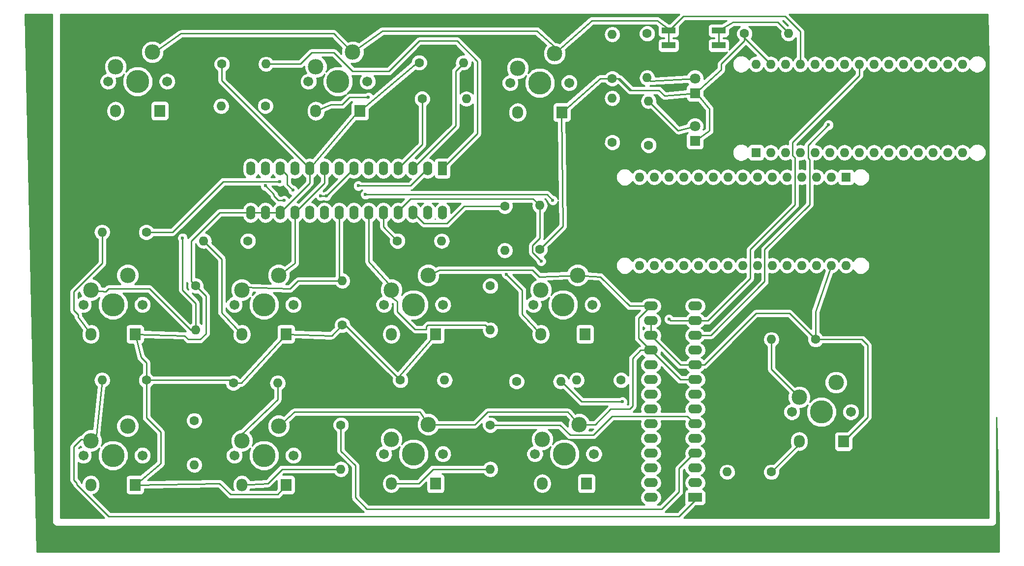
<source format=gbr>
G04 #@! TF.FileFunction,Copper,L1,Top,Signal*
%FSLAX46Y46*%
G04 Gerber Fmt 4.6, Leading zero omitted, Abs format (unit mm)*
G04 Created by KiCad (PCBNEW 4.0.7) date Sunday, 03 December 2017 'AMt' 02:27:00*
%MOMM*%
%LPD*%
G01*
G04 APERTURE LIST*
%ADD10C,0.100000*%
%ADD11R,1.800000X1.800000*%
%ADD12C,1.800000*%
%ADD13C,1.600000*%
%ADD14O,1.600000X1.600000*%
%ADD15C,2.667000*%
%ADD16O,1.905000X2.159000*%
%ADD17R,1.905000X2.159000*%
%ADD18C,1.701800*%
%ADD19C,3.987800*%
%ADD20R,1.600000X2.400000*%
%ADD21O,1.600000X2.400000*%
%ADD22R,2.400000X1.600000*%
%ADD23O,2.400000X1.600000*%
%ADD24R,2.440000X1.120000*%
%ADD25R,1.600000X1.600000*%
%ADD26C,0.600000*%
%ADD27C,0.250000*%
%ADD28C,0.254000*%
G04 APERTURE END LIST*
D10*
D11*
X126250000Y-31250000D03*
D12*
X126250000Y-28710000D03*
D11*
X126250000Y-39500000D03*
D12*
X126250000Y-36960000D03*
D13*
X52250000Y-33500000D03*
D14*
X44630000Y-33500000D03*
D13*
X44750000Y-26250000D03*
D14*
X52370000Y-26250000D03*
D13*
X79250000Y-32250000D03*
D14*
X86870000Y-32250000D03*
D13*
X78750000Y-26000000D03*
D14*
X86370000Y-26000000D03*
D13*
X112000000Y-39750000D03*
D14*
X112000000Y-32130000D03*
D13*
X112000000Y-28750000D03*
D14*
X112000000Y-21130000D03*
D13*
X118000000Y-21000000D03*
D14*
X118000000Y-28620000D03*
D13*
X118250000Y-40250000D03*
D14*
X118250000Y-32630000D03*
D13*
X134750000Y-21000000D03*
D14*
X142370000Y-21000000D03*
D13*
X31750000Y-55250000D03*
D14*
X24130000Y-55250000D03*
D13*
X40250000Y-64500000D03*
D14*
X40250000Y-72120000D03*
D13*
X49250000Y-56750000D03*
D14*
X41630000Y-56750000D03*
D13*
X65500000Y-71250000D03*
D14*
X65500000Y-63630000D03*
D13*
X75000000Y-56750000D03*
D14*
X82620000Y-56750000D03*
D13*
X91000000Y-64500000D03*
D14*
X91000000Y-72120000D03*
D13*
X93500000Y-50750000D03*
D14*
X93500000Y-58370000D03*
D13*
X99500000Y-58250000D03*
D14*
X99500000Y-50630000D03*
D13*
X40000000Y-87750000D03*
D14*
X40000000Y-95370000D03*
D13*
X31750000Y-80750000D03*
D14*
X24130000Y-80750000D03*
D13*
X65250000Y-88500000D03*
D14*
X65250000Y-96120000D03*
D13*
X46750000Y-81250000D03*
D14*
X54370000Y-81250000D03*
D13*
X91000000Y-88500000D03*
D14*
X91000000Y-96120000D03*
D13*
X75500000Y-80750000D03*
D14*
X83120000Y-80750000D03*
D13*
X113500000Y-80750000D03*
D14*
X105880000Y-80750000D03*
D13*
X95500000Y-81000000D03*
D14*
X103120000Y-81000000D03*
D13*
X147010000Y-73750000D03*
D14*
X139390000Y-73750000D03*
D13*
X139390000Y-96610000D03*
D14*
X131770000Y-96610000D03*
D15*
X32790000Y-24170000D03*
X26440000Y-26710000D03*
D16*
X26440000Y-34330000D03*
D17*
X34060000Y-34330000D03*
D18*
X35330000Y-29250000D03*
X25170000Y-29250000D03*
D19*
X30250000Y-29250000D03*
D15*
X67290000Y-24170000D03*
X60940000Y-26710000D03*
D16*
X60940000Y-34330000D03*
D17*
X68560000Y-34330000D03*
D18*
X69830000Y-29250000D03*
X59670000Y-29250000D03*
D19*
X64750000Y-29250000D03*
D15*
X102040000Y-24420000D03*
X95690000Y-26960000D03*
D16*
X95690000Y-34580000D03*
D17*
X103310000Y-34580000D03*
D18*
X104580000Y-29500000D03*
X94420000Y-29500000D03*
D19*
X99500000Y-29500000D03*
D15*
X28540000Y-62670000D03*
X22190000Y-65210000D03*
D16*
X22190000Y-72830000D03*
D17*
X29810000Y-72830000D03*
D18*
X31080000Y-67750000D03*
X20920000Y-67750000D03*
D19*
X26000000Y-67750000D03*
D15*
X54540000Y-62670000D03*
X48190000Y-65210000D03*
D16*
X48190000Y-72830000D03*
D17*
X55810000Y-72830000D03*
D18*
X57080000Y-67750000D03*
X46920000Y-67750000D03*
D19*
X52000000Y-67750000D03*
D15*
X80290000Y-62670000D03*
X73940000Y-65210000D03*
D16*
X73940000Y-72830000D03*
D17*
X81560000Y-72830000D03*
D18*
X82830000Y-67750000D03*
X72670000Y-67750000D03*
D19*
X77750000Y-67750000D03*
D15*
X106040000Y-62670000D03*
X99690000Y-65210000D03*
D16*
X99690000Y-72830000D03*
D17*
X107310000Y-72830000D03*
D18*
X108580000Y-67750000D03*
X98420000Y-67750000D03*
D19*
X103500000Y-67750000D03*
D15*
X28540000Y-88670000D03*
X22190000Y-91210000D03*
D16*
X22190000Y-98830000D03*
D17*
X29810000Y-98830000D03*
D18*
X31080000Y-93750000D03*
X20920000Y-93750000D03*
D19*
X26000000Y-93750000D03*
D15*
X54540000Y-88670000D03*
X48190000Y-91210000D03*
D16*
X48190000Y-98830000D03*
D17*
X55810000Y-98830000D03*
D18*
X57080000Y-93750000D03*
X46920000Y-93750000D03*
D19*
X52000000Y-93750000D03*
D15*
X80290000Y-88420000D03*
X73940000Y-90960000D03*
D16*
X73940000Y-98580000D03*
D17*
X81560000Y-98580000D03*
D18*
X82830000Y-93500000D03*
X72670000Y-93500000D03*
D19*
X77750000Y-93500000D03*
D15*
X106290000Y-88420000D03*
X99940000Y-90960000D03*
D16*
X99940000Y-98580000D03*
D17*
X107560000Y-98580000D03*
D18*
X108830000Y-93500000D03*
X98670000Y-93500000D03*
D19*
X103750000Y-93500000D03*
D15*
X150540000Y-81170000D03*
X144190000Y-83710000D03*
D16*
X144190000Y-91330000D03*
D17*
X151810000Y-91330000D03*
D18*
X153080000Y-86250000D03*
X142920000Y-86250000D03*
D19*
X148000000Y-86250000D03*
D20*
X82750000Y-44250000D03*
D21*
X49730000Y-51870000D03*
X80210000Y-44250000D03*
X52270000Y-51870000D03*
X77670000Y-44250000D03*
X54810000Y-51870000D03*
X75130000Y-44250000D03*
X57350000Y-51870000D03*
X72590000Y-44250000D03*
X59890000Y-51870000D03*
X70050000Y-44250000D03*
X62430000Y-51870000D03*
X67510000Y-44250000D03*
X64970000Y-51870000D03*
X64970000Y-44250000D03*
X67510000Y-51870000D03*
X62430000Y-44250000D03*
X70050000Y-51870000D03*
X59890000Y-44250000D03*
X72590000Y-51870000D03*
X57350000Y-44250000D03*
X75130000Y-51870000D03*
X54810000Y-44250000D03*
X77670000Y-51870000D03*
X52270000Y-44250000D03*
X80210000Y-51870000D03*
X49730000Y-44250000D03*
X82750000Y-51870000D03*
D22*
X126250000Y-101000000D03*
D23*
X118630000Y-67980000D03*
X126250000Y-98460000D03*
X118630000Y-70520000D03*
X126250000Y-95920000D03*
X118630000Y-73060000D03*
X126250000Y-93380000D03*
X118630000Y-75600000D03*
X126250000Y-90840000D03*
X118630000Y-78140000D03*
X126250000Y-88300000D03*
X118630000Y-80680000D03*
X126250000Y-85760000D03*
X118630000Y-83220000D03*
X126250000Y-83220000D03*
X118630000Y-85760000D03*
X126250000Y-80680000D03*
X118630000Y-88300000D03*
X126250000Y-78140000D03*
X118630000Y-90840000D03*
X126250000Y-75600000D03*
X118630000Y-93380000D03*
X126250000Y-73060000D03*
X118630000Y-95920000D03*
X126250000Y-70520000D03*
X118630000Y-98460000D03*
X126250000Y-67980000D03*
X118630000Y-101000000D03*
D24*
X121695000Y-20480000D03*
X130305000Y-23020000D03*
X121695000Y-23020000D03*
X130305000Y-20480000D03*
D25*
X136750000Y-41500000D03*
D14*
X169770000Y-26260000D03*
X139290000Y-41500000D03*
X167230000Y-26260000D03*
X141830000Y-41500000D03*
X164690000Y-26260000D03*
X144370000Y-41500000D03*
X162150000Y-26260000D03*
X146910000Y-41500000D03*
X159610000Y-26260000D03*
X149450000Y-41500000D03*
X157070000Y-26260000D03*
X151990000Y-41500000D03*
X154530000Y-26260000D03*
X154530000Y-41500000D03*
X151990000Y-26260000D03*
X157070000Y-41500000D03*
X149450000Y-26260000D03*
X159610000Y-41500000D03*
X146910000Y-26260000D03*
X162150000Y-41500000D03*
X144370000Y-26260000D03*
X164690000Y-41500000D03*
X141830000Y-26260000D03*
X167230000Y-41500000D03*
X139290000Y-26260000D03*
X169770000Y-41500000D03*
X136750000Y-26260000D03*
X172310000Y-41500000D03*
X172310000Y-26260000D03*
D25*
X152250000Y-45750000D03*
D14*
X119230000Y-60990000D03*
X149710000Y-45750000D03*
X121770000Y-60990000D03*
X147170000Y-45750000D03*
X124310000Y-60990000D03*
X144630000Y-45750000D03*
X126850000Y-60990000D03*
X142090000Y-45750000D03*
X129390000Y-60990000D03*
X139550000Y-45750000D03*
X131930000Y-60990000D03*
X137010000Y-45750000D03*
X134470000Y-60990000D03*
X134470000Y-45750000D03*
X137010000Y-60990000D03*
X131930000Y-45750000D03*
X139550000Y-60990000D03*
X129390000Y-45750000D03*
X142090000Y-60990000D03*
X126850000Y-45750000D03*
X144630000Y-60990000D03*
X124310000Y-45750000D03*
X147170000Y-60990000D03*
X121770000Y-45750000D03*
X149710000Y-60990000D03*
X119230000Y-45750000D03*
X152250000Y-60990000D03*
X116690000Y-45750000D03*
X116690000Y-60990000D03*
D26*
X68250000Y-47250000D03*
X70000000Y-32000000D03*
X60940000Y-34330000D03*
X54750000Y-46500000D03*
X62750000Y-49000000D03*
X38000000Y-56250000D03*
X61750000Y-49000000D03*
X41630000Y-56750000D03*
X99690000Y-72830000D03*
X93750000Y-62500000D03*
X99750000Y-60250000D03*
X113750000Y-84500000D03*
X80290000Y-62670000D03*
X126250000Y-73060000D03*
X149250000Y-36750000D03*
X54810000Y-44250000D03*
X57000000Y-48000000D03*
X55500000Y-49750000D03*
X69500000Y-48750000D03*
X52250000Y-47250000D03*
X52270000Y-44250000D03*
X121750000Y-70250000D03*
X101750000Y-49750000D03*
D27*
X118630000Y-73060000D02*
X118630000Y-70520000D01*
X126250000Y-78140000D02*
X123710000Y-78140000D01*
X123710000Y-78140000D02*
X118630000Y-73060000D01*
X75500000Y-80750000D02*
X75500000Y-79890000D01*
X75500000Y-79890000D02*
X81560000Y-72830000D01*
X65500000Y-71250000D02*
X66000000Y-71250000D01*
X66000000Y-71250000D02*
X75500000Y-80750000D01*
X55810000Y-72830000D02*
X63670000Y-73080000D01*
X63670000Y-73080000D02*
X65500000Y-71250000D01*
X46750000Y-81250000D02*
X48140000Y-81250000D01*
X48140000Y-81250000D02*
X55810000Y-72830000D01*
X29810000Y-98830000D02*
X44330000Y-98580000D01*
X54390000Y-100500000D02*
X55810000Y-98830000D01*
X46250000Y-100500000D02*
X54390000Y-100500000D01*
X44330000Y-98580000D02*
X46250000Y-100500000D01*
X31750000Y-80750000D02*
X31750000Y-87250000D01*
X34250000Y-95140000D02*
X29810000Y-98830000D01*
X34250000Y-89750000D02*
X34250000Y-95140000D01*
X31750000Y-87250000D02*
X34250000Y-89750000D01*
X31750000Y-80750000D02*
X46250000Y-80750000D01*
X46250000Y-80750000D02*
X46750000Y-81250000D01*
X29810000Y-72830000D02*
X30810000Y-76810000D01*
X31750000Y-77750000D02*
X31750000Y-80750000D01*
X30810000Y-76810000D02*
X31750000Y-77750000D01*
X29810000Y-72830000D02*
X38330000Y-73080000D01*
X42000000Y-66250000D02*
X40250000Y-64500000D01*
X42000000Y-72750000D02*
X42000000Y-66250000D01*
X41000000Y-73750000D02*
X42000000Y-72750000D01*
X39000000Y-73750000D02*
X41000000Y-73750000D01*
X38330000Y-73080000D02*
X39000000Y-73750000D01*
X49730000Y-51870000D02*
X44380000Y-51870000D01*
X39500000Y-63750000D02*
X40250000Y-64500000D01*
X39500000Y-56750000D02*
X39500000Y-63750000D01*
X40250000Y-56000000D02*
X39500000Y-56750000D01*
X44380000Y-51870000D02*
X40250000Y-56000000D01*
X115000000Y-30750000D02*
X113000000Y-28750000D01*
X126250000Y-31250000D02*
X121000000Y-31750000D01*
X121000000Y-31750000D02*
X120000000Y-30750000D01*
X120000000Y-30750000D02*
X115250000Y-30750000D01*
X115250000Y-30750000D02*
X113250000Y-28750000D01*
X113250000Y-28750000D02*
X112000000Y-28750000D01*
X109890000Y-28750000D02*
X103250000Y-34640000D01*
X113000000Y-28750000D02*
X109890000Y-28750000D01*
X120000000Y-30750000D02*
X115000000Y-30750000D01*
X121000000Y-31750000D02*
X120000000Y-30750000D01*
X103250000Y-34640000D02*
X103500000Y-54250000D01*
X103500000Y-54250000D02*
X99500000Y-58250000D01*
X68560000Y-34330000D02*
X68310000Y-34330000D01*
X68310000Y-34330000D02*
X59890000Y-44250000D01*
X78750000Y-26000000D02*
X78390000Y-26000000D01*
X78390000Y-26000000D02*
X68560000Y-34330000D01*
X52270000Y-51870000D02*
X54810000Y-51870000D01*
X49730000Y-51870000D02*
X52270000Y-51870000D01*
X59890000Y-44250000D02*
X59890000Y-46790000D01*
X59890000Y-46790000D02*
X54810000Y-51870000D01*
X54810000Y-51870000D02*
X49730000Y-51870000D01*
X44750000Y-26250000D02*
X44750000Y-29110000D01*
X44750000Y-29110000D02*
X59890000Y-44250000D01*
X126250000Y-31250000D02*
X126500000Y-31250000D01*
X126500000Y-31250000D02*
X128750000Y-34000000D01*
X128750000Y-37750000D02*
X126250000Y-39500000D01*
X128750000Y-34000000D02*
X128750000Y-37750000D01*
X147010000Y-73750000D02*
X155000000Y-73750000D01*
X156000000Y-87140000D02*
X151810000Y-91330000D01*
X156000000Y-74750000D02*
X156000000Y-87140000D01*
X155000000Y-73750000D02*
X156000000Y-74750000D01*
X147010000Y-73750000D02*
X147010000Y-68940000D01*
X147010000Y-68940000D02*
X149710000Y-60990000D01*
X126250000Y-78140000D02*
X127860000Y-78140000D01*
X142510000Y-69250000D02*
X147010000Y-73750000D01*
X136750000Y-69250000D02*
X142510000Y-69250000D01*
X127860000Y-78140000D02*
X136750000Y-69250000D01*
X134750000Y-21000000D02*
X134750000Y-22250000D01*
X130750000Y-27250000D02*
X126250000Y-31250000D01*
X130750000Y-26250000D02*
X130750000Y-27250000D01*
X134750000Y-22250000D02*
X130750000Y-26250000D01*
X134750000Y-21000000D02*
X134750000Y-21720000D01*
X134750000Y-21720000D02*
X139290000Y-26260000D01*
X126250000Y-28710000D02*
X118590000Y-29210000D01*
X118590000Y-29210000D02*
X118000000Y-28620000D01*
X126250000Y-36960000D02*
X123330000Y-37710000D01*
X123330000Y-37710000D02*
X118250000Y-32630000D01*
X74500000Y-47250000D02*
X77210000Y-47250000D01*
X74500000Y-47250000D02*
X68250000Y-47250000D01*
X77210000Y-47250000D02*
X80210000Y-44250000D01*
X52370000Y-26250000D02*
X58250000Y-26250000D01*
X88750000Y-38250000D02*
X82750000Y-44250000D01*
X88750000Y-25750000D02*
X88750000Y-38250000D01*
X85250000Y-22250000D02*
X88750000Y-25750000D01*
X78750000Y-22250000D02*
X85250000Y-22250000D01*
X73500000Y-27500000D02*
X78750000Y-22250000D01*
X67250000Y-27500000D02*
X73500000Y-27500000D01*
X64000000Y-24250000D02*
X67250000Y-27500000D01*
X60250000Y-24250000D02*
X64000000Y-24250000D01*
X58250000Y-26250000D02*
X60250000Y-24250000D01*
X79250000Y-32250000D02*
X79250000Y-40130000D01*
X79250000Y-40130000D02*
X75130000Y-44250000D01*
X63502982Y-33257124D02*
X65492876Y-33257124D01*
X66750000Y-32000000D02*
X70000000Y-32000000D01*
X65492876Y-33257124D02*
X66750000Y-32000000D01*
X60940000Y-34330000D02*
X63502982Y-33257124D01*
X63502982Y-33257124D02*
X63520000Y-33250000D01*
X77670000Y-44250000D02*
X77500000Y-44250000D01*
X86370000Y-26000000D02*
X86370000Y-26130000D01*
X86370000Y-26130000D02*
X85000000Y-27500000D01*
X85000000Y-36920000D02*
X77670000Y-44250000D01*
X85000000Y-27500000D02*
X85000000Y-36920000D01*
X157070000Y-41500000D02*
X157070000Y-41680000D01*
X142370000Y-21000000D02*
X142370000Y-20870000D01*
X142370000Y-20870000D02*
X140500000Y-19000000D01*
X132785000Y-19000000D02*
X130305000Y-20480000D01*
X140500000Y-19000000D02*
X132785000Y-19000000D01*
X130305000Y-23020000D02*
X130305000Y-20480000D01*
X54750000Y-46500000D02*
X45000000Y-46500000D01*
X45000000Y-46500000D02*
X36250000Y-55250000D01*
X36250000Y-55250000D02*
X31750000Y-55250000D01*
X20000000Y-64750000D02*
X19250000Y-65500000D01*
X24130000Y-60620000D02*
X20000000Y-64750000D01*
X22190000Y-72830000D02*
X20000000Y-69890000D01*
X24130000Y-60620000D02*
X24130000Y-55250000D01*
X20000000Y-69500000D02*
X20000000Y-69890000D01*
X19250000Y-68750000D02*
X20000000Y-69500000D01*
X19250000Y-65500000D02*
X19250000Y-68750000D01*
X40250000Y-67500000D02*
X40250000Y-72120000D01*
X38000000Y-65250000D02*
X38000000Y-56250000D01*
X40250000Y-67500000D02*
X38000000Y-65250000D01*
X67500000Y-44250000D02*
X62750000Y-49000000D01*
X62750000Y-49000000D02*
X61750000Y-49000000D01*
X67510000Y-44250000D02*
X67500000Y-44250000D01*
X22190000Y-65210000D02*
X24790000Y-65460000D01*
X24790000Y-65460000D02*
X25250000Y-65000000D01*
X25250000Y-65000000D02*
X32250000Y-65000000D01*
X32250000Y-65000000D02*
X39370000Y-72120000D01*
X39370000Y-72120000D02*
X40250000Y-72120000D01*
X41630000Y-56750000D02*
X44750000Y-59870000D01*
X44750000Y-69140000D02*
X48190000Y-72830000D01*
X44750000Y-59870000D02*
X44750000Y-69140000D01*
X65500000Y-63630000D02*
X57870000Y-63630000D01*
X56500000Y-65000000D02*
X48650000Y-64750000D01*
X57870000Y-63630000D02*
X56500000Y-65000000D01*
X48650000Y-64750000D02*
X48190000Y-65210000D01*
X64970000Y-51870000D02*
X64970000Y-63100000D01*
X64970000Y-63100000D02*
X65500000Y-63630000D01*
X72590000Y-51870000D02*
X72590000Y-54340000D01*
X72590000Y-54340000D02*
X75000000Y-56750000D01*
X80750000Y-71250000D02*
X80250000Y-71250000D01*
X75000000Y-67160256D02*
X75000000Y-69000000D01*
X90130000Y-71250000D02*
X91000000Y-72120000D01*
X80750000Y-71250000D02*
X90130000Y-71250000D01*
X78000000Y-72000000D02*
X80000000Y-72000000D01*
X75500000Y-69500000D02*
X78000000Y-72000000D01*
X75500000Y-69500000D02*
X75000000Y-69000000D01*
X80000000Y-71500000D02*
X80000000Y-72000000D01*
X80250000Y-71250000D02*
X80000000Y-71500000D01*
X73940000Y-66440000D02*
X75000000Y-67160256D01*
X75000000Y-67160256D02*
X75000000Y-67250000D01*
X75000000Y-67250000D02*
X75000000Y-67160256D01*
X73940000Y-65210000D02*
X73940000Y-66440000D01*
X73940000Y-65210000D02*
X73940000Y-64690000D01*
X73940000Y-64690000D02*
X70050000Y-60300000D01*
X70050000Y-60300000D02*
X70050000Y-51870000D01*
X93500000Y-50750000D02*
X86500000Y-50750000D01*
X79550000Y-53750000D02*
X77670000Y-51870000D01*
X83500000Y-53750000D02*
X79550000Y-53750000D01*
X86500000Y-50750000D02*
X83500000Y-53750000D01*
X99690000Y-72830000D02*
X96500000Y-69390000D01*
X96500000Y-65250000D02*
X93750000Y-62500000D01*
X96500000Y-69390000D02*
X96500000Y-65250000D01*
X99500000Y-50630000D02*
X99500000Y-56250000D01*
X98250000Y-58750000D02*
X99750000Y-60250000D01*
X98250000Y-57500000D02*
X98250000Y-58750000D01*
X99500000Y-56250000D02*
X98250000Y-57500000D01*
X75130000Y-51870000D02*
X75130000Y-51620000D01*
X75130000Y-51620000D02*
X77250000Y-49500000D01*
X77250000Y-49500000D02*
X98370000Y-49500000D01*
X98370000Y-49500000D02*
X99500000Y-50630000D01*
X19750000Y-91750000D02*
X19250000Y-92250000D01*
X22190000Y-91210000D02*
X20540000Y-90960000D01*
X19750000Y-91750000D02*
X20540000Y-90960000D01*
X25250000Y-104250000D02*
X19750000Y-98750000D01*
X123500000Y-104250000D02*
X25250000Y-104250000D01*
X123500000Y-104250000D02*
X126250000Y-101500000D01*
X19750000Y-98500000D02*
X19750000Y-98750000D01*
X19250000Y-98000000D02*
X19750000Y-98500000D01*
X19250000Y-92250000D02*
X19250000Y-98000000D01*
X126250000Y-101000000D02*
X126250000Y-101500000D01*
X24130000Y-80750000D02*
X23130000Y-90270000D01*
X23130000Y-90270000D02*
X22190000Y-91210000D01*
X65250000Y-88500000D02*
X65250000Y-93000000D01*
X123500000Y-96000000D02*
X126120000Y-93380000D01*
X123500000Y-100000000D02*
X123500000Y-96000000D01*
X120500000Y-103000000D02*
X123500000Y-100000000D01*
X69750000Y-103000000D02*
X120500000Y-103000000D01*
X67750000Y-101000000D02*
X69750000Y-103000000D01*
X67750000Y-95500000D02*
X67750000Y-101000000D01*
X65250000Y-93000000D02*
X67750000Y-95500000D01*
X126120000Y-93380000D02*
X126250000Y-93380000D01*
X65250000Y-96120000D02*
X55130000Y-96120000D01*
X52670000Y-98580000D02*
X48190000Y-98830000D01*
X55130000Y-96120000D02*
X52670000Y-98580000D01*
X54370000Y-81250000D02*
X54370000Y-84130000D01*
X54370000Y-84130000D02*
X48190000Y-90060000D01*
X48190000Y-90060000D02*
X48190000Y-91210000D01*
X91000000Y-88500000D02*
X103000000Y-88500000D01*
X124950000Y-87000000D02*
X126250000Y-88300000D01*
X112000000Y-87000000D02*
X124950000Y-87000000D01*
X108750000Y-90250000D02*
X112000000Y-87000000D01*
X104750000Y-90250000D02*
X108750000Y-90250000D01*
X103000000Y-88500000D02*
X104750000Y-90250000D01*
X73940000Y-98580000D02*
X78670000Y-98580000D01*
X81130000Y-96120000D02*
X91000000Y-96120000D01*
X78670000Y-98580000D02*
X81130000Y-96120000D01*
X103120000Y-81000000D02*
X103250000Y-81000000D01*
X103250000Y-81000000D02*
X106750000Y-84500000D01*
X106750000Y-84500000D02*
X113750000Y-84500000D01*
X139390000Y-73750000D02*
X139390000Y-78910000D01*
X139390000Y-78910000D02*
X144190000Y-83710000D01*
X144190000Y-91330000D02*
X144190000Y-91810000D01*
X144190000Y-91810000D02*
X139390000Y-96610000D01*
X118630000Y-67980000D02*
X114980000Y-67980000D01*
X109920000Y-62920000D02*
X106040000Y-62670000D01*
X114980000Y-67980000D02*
X109920000Y-62920000D01*
X118630000Y-75600000D02*
X118600000Y-75600000D01*
X118600000Y-75600000D02*
X116500000Y-73500000D01*
X116500000Y-70110000D02*
X118630000Y-67980000D01*
X116500000Y-73500000D02*
X116500000Y-70110000D01*
X118630000Y-75600000D02*
X116900000Y-75600000D01*
X109080000Y-88420000D02*
X111750000Y-85750000D01*
X109080000Y-88420000D02*
X106290000Y-88420000D01*
X115000000Y-85750000D02*
X111750000Y-85750000D01*
X115500000Y-85250000D02*
X115000000Y-85750000D01*
X115500000Y-77000000D02*
X115500000Y-85250000D01*
X116900000Y-75600000D02*
X115500000Y-77000000D01*
X80290000Y-62670000D02*
X82210000Y-61750000D01*
X82210000Y-61750000D02*
X98250000Y-61750000D01*
X98250000Y-61750000D02*
X99420000Y-62920000D01*
X99420000Y-62920000D02*
X106040000Y-62670000D01*
X144370000Y-26260000D02*
X144370000Y-20630000D01*
X121945000Y-20305000D02*
X121695000Y-20480000D01*
X124250000Y-18000000D02*
X121945000Y-20305000D01*
X141740000Y-18000000D02*
X124250000Y-18000000D01*
X144370000Y-20630000D02*
X141740000Y-18000000D01*
X126250000Y-80680000D02*
X123710000Y-80680000D01*
X123710000Y-80680000D02*
X118630000Y-75600000D01*
X80290000Y-88420000D02*
X88330000Y-88420000D01*
X88330000Y-88420000D02*
X90500000Y-86250000D01*
X90500000Y-86250000D02*
X104370000Y-86250000D01*
X104370000Y-86250000D02*
X106290000Y-88420000D01*
X54540000Y-88670000D02*
X54580000Y-88670000D01*
X54580000Y-88670000D02*
X57250000Y-86250000D01*
X78870000Y-86250000D02*
X80290000Y-88420000D01*
X57250000Y-86250000D02*
X78870000Y-86250000D01*
X57350000Y-51870000D02*
X57350000Y-60610000D01*
X57350000Y-60610000D02*
X54540000Y-62670000D01*
X62430000Y-44250000D02*
X62430000Y-46790000D01*
X62430000Y-46790000D02*
X57350000Y-51870000D01*
X67290000Y-24170000D02*
X67170000Y-24170000D01*
X67170000Y-24170000D02*
X64000000Y-21000000D01*
X37710000Y-21000000D02*
X32790000Y-24420000D01*
X64000000Y-21000000D02*
X37710000Y-21000000D01*
X102040000Y-24420000D02*
X102040000Y-23290000D01*
X102040000Y-23290000D02*
X99000000Y-20500000D01*
X72460000Y-20500000D02*
X67290000Y-24170000D01*
X99000000Y-20500000D02*
X72460000Y-20500000D01*
X121695000Y-20480000D02*
X121695000Y-20195000D01*
X121695000Y-20195000D02*
X119750000Y-18750000D01*
X108460000Y-18750000D02*
X102040000Y-24420000D01*
X119750000Y-18750000D02*
X108460000Y-18750000D01*
X121695000Y-23020000D02*
X121695000Y-20480000D01*
X126250000Y-73060000D02*
X126310000Y-73000000D01*
X126310000Y-73000000D02*
X129000000Y-73000000D01*
X145750000Y-40250000D02*
X149250000Y-36750000D01*
X145750000Y-42500000D02*
X145750000Y-40250000D01*
X146000000Y-42750000D02*
X145750000Y-42500000D01*
X146000000Y-50500000D02*
X146000000Y-42750000D01*
X138250000Y-58250000D02*
X146000000Y-50500000D01*
X138250000Y-63750000D02*
X138250000Y-58250000D01*
X129000000Y-73000000D02*
X138250000Y-63750000D01*
X54810000Y-44250000D02*
X56000000Y-45440000D01*
X56000000Y-47000000D02*
X57000000Y-48000000D01*
X56000000Y-45440000D02*
X56000000Y-47000000D01*
X53750000Y-49000000D02*
X54500000Y-49750000D01*
X54500000Y-49750000D02*
X55500000Y-49750000D01*
X69500000Y-48750000D02*
X71500000Y-48750000D01*
X52250000Y-47250000D02*
X53750000Y-48750000D01*
X53750000Y-48750000D02*
X53750000Y-49000000D01*
X126250000Y-70520000D02*
X128480000Y-70520000D01*
X154530000Y-28220000D02*
X154530000Y-26260000D01*
X143000000Y-39750000D02*
X154530000Y-28220000D01*
X143000000Y-42000000D02*
X143000000Y-39750000D01*
X143500000Y-42500000D02*
X143000000Y-42000000D01*
X143500000Y-50500000D02*
X143500000Y-42500000D01*
X135750000Y-58250000D02*
X143500000Y-50500000D01*
X135750000Y-63250000D02*
X135750000Y-58250000D01*
X128480000Y-70520000D02*
X135750000Y-63250000D01*
X52270000Y-44250000D02*
X52250000Y-44270000D01*
X122020000Y-70520000D02*
X126250000Y-70520000D01*
X121750000Y-70250000D02*
X122020000Y-70520000D01*
X100750000Y-48750000D02*
X101750000Y-49750000D01*
X93000000Y-48750000D02*
X100750000Y-48750000D01*
X71500000Y-48750000D02*
X93000000Y-48750000D01*
X71250000Y-48750000D02*
X71500000Y-48750000D01*
D28*
G36*
X15540000Y-105250000D02*
X15594046Y-105521705D01*
X15747954Y-105752046D01*
X15978295Y-105905954D01*
X16250000Y-105960000D01*
X177500000Y-105960000D01*
X177771705Y-105905954D01*
X178002046Y-105752046D01*
X178155954Y-105521705D01*
X178210000Y-105250000D01*
X178210000Y-87131068D01*
X178623000Y-105251446D01*
X178623000Y-110373000D01*
X12874299Y-110373000D01*
X10879761Y-17627000D01*
X15540000Y-17627000D01*
X15540000Y-105250000D01*
X15540000Y-105250000D01*
G37*
X15540000Y-105250000D02*
X15594046Y-105521705D01*
X15747954Y-105752046D01*
X15978295Y-105905954D01*
X16250000Y-105960000D01*
X177500000Y-105960000D01*
X177771705Y-105905954D01*
X178002046Y-105752046D01*
X178155954Y-105521705D01*
X178210000Y-105250000D01*
X178210000Y-87131068D01*
X178623000Y-105251446D01*
X178623000Y-110373000D01*
X12874299Y-110373000D01*
X10879761Y-17627000D01*
X15540000Y-17627000D01*
X15540000Y-105250000D01*
G36*
X121902638Y-19272560D02*
X121727770Y-19272560D01*
X120203235Y-18139936D01*
X120118659Y-18099849D01*
X120040839Y-18047852D01*
X119985893Y-18036923D01*
X119935273Y-18012930D01*
X119841800Y-18008260D01*
X119750000Y-17990000D01*
X108460000Y-17990000D01*
X108337231Y-18014420D01*
X108213193Y-18031192D01*
X108192568Y-18043196D01*
X108169161Y-18047852D01*
X108065086Y-18117392D01*
X107956904Y-18180356D01*
X102900659Y-22645917D01*
X102433277Y-22451843D01*
X102250553Y-22451683D01*
X99513884Y-19940069D01*
X99400839Y-19871351D01*
X99290839Y-19797852D01*
X99274620Y-19794626D01*
X99260491Y-19786037D01*
X99129760Y-19765811D01*
X99000000Y-19740000D01*
X72460000Y-19740000D01*
X72376164Y-19756676D01*
X72290723Y-19759092D01*
X72232128Y-19785327D01*
X72169161Y-19797852D01*
X72098089Y-19845340D01*
X72020075Y-19880270D01*
X68356075Y-22481213D01*
X67683277Y-22201843D01*
X66900159Y-22201159D01*
X66458465Y-22383663D01*
X64537401Y-20462599D01*
X64290839Y-20297852D01*
X64000000Y-20240000D01*
X37710000Y-20240000D01*
X37629801Y-20255953D01*
X37548045Y-20257457D01*
X37485779Y-20284601D01*
X37419161Y-20297852D01*
X37351173Y-20343280D01*
X37276214Y-20375957D01*
X34033900Y-22629761D01*
X33906521Y-22502160D01*
X33183277Y-22201843D01*
X32400159Y-22201159D01*
X31676391Y-22500214D01*
X31122160Y-23053479D01*
X30821843Y-23776723D01*
X30821159Y-24559841D01*
X31120214Y-25283609D01*
X31673479Y-25837840D01*
X32396723Y-26138157D01*
X33179841Y-26138841D01*
X33903609Y-25839786D01*
X34457840Y-25286521D01*
X34758157Y-24563277D01*
X34758669Y-23977112D01*
X37948199Y-21760000D01*
X63685198Y-21760000D01*
X65433359Y-23508161D01*
X65321843Y-23776723D01*
X65321214Y-24496412D01*
X64537401Y-23712599D01*
X64290839Y-23547852D01*
X64000000Y-23490000D01*
X60250000Y-23490000D01*
X59959161Y-23547852D01*
X59712599Y-23712599D01*
X57935198Y-25490000D01*
X53582995Y-25490000D01*
X53412811Y-25235302D01*
X52947264Y-24924233D01*
X52398113Y-24815000D01*
X52341887Y-24815000D01*
X51792736Y-24924233D01*
X51327189Y-25235302D01*
X51016120Y-25700849D01*
X50906887Y-26250000D01*
X51016120Y-26799151D01*
X51327189Y-27264698D01*
X51792736Y-27575767D01*
X52341887Y-27685000D01*
X52398113Y-27685000D01*
X52947264Y-27575767D01*
X53412811Y-27264698D01*
X53582995Y-27010000D01*
X58250000Y-27010000D01*
X58540839Y-26952148D01*
X58787401Y-26787401D01*
X58971593Y-26603209D01*
X58971159Y-27099841D01*
X59259976Y-27798832D01*
X58885378Y-27953996D01*
X58880789Y-27968349D01*
X58829405Y-27989580D01*
X58411049Y-28407206D01*
X58388869Y-28460623D01*
X58373996Y-28465378D01*
X58284730Y-28711416D01*
X58184358Y-28953139D01*
X58184327Y-28988150D01*
X58172386Y-29021063D01*
X58184070Y-29282541D01*
X58183842Y-29544267D01*
X58197212Y-29576625D01*
X58198775Y-29611602D01*
X58373996Y-30034622D01*
X58388349Y-30039211D01*
X58409580Y-30090595D01*
X58827206Y-30508951D01*
X58880623Y-30531131D01*
X58885378Y-30546004D01*
X59131416Y-30635270D01*
X59373139Y-30735642D01*
X59408150Y-30735673D01*
X59441063Y-30747614D01*
X59702541Y-30735930D01*
X59964267Y-30736158D01*
X59996625Y-30722788D01*
X60031602Y-30721225D01*
X60454622Y-30546004D01*
X60459211Y-30531651D01*
X60510595Y-30510420D01*
X60928951Y-30092794D01*
X60951131Y-30039377D01*
X60966004Y-30034622D01*
X61055270Y-29788584D01*
X61155642Y-29546861D01*
X61155673Y-29511850D01*
X61167614Y-29478937D01*
X61155930Y-29217459D01*
X61156158Y-28955733D01*
X61142788Y-28923375D01*
X61141225Y-28888398D01*
X61054324Y-28678600D01*
X61329841Y-28678841D01*
X62053609Y-28379786D01*
X62410229Y-28023787D01*
X62317519Y-28252859D01*
X62121558Y-28724785D01*
X62121547Y-28737071D01*
X62116936Y-28748465D01*
X62121091Y-29259631D01*
X62120645Y-29770626D01*
X62125337Y-29781982D01*
X62125437Y-29794272D01*
X62509295Y-30720987D01*
X62514639Y-30724164D01*
X62520028Y-30737207D01*
X63258904Y-31477373D01*
X63275080Y-31484090D01*
X63279013Y-31490705D01*
X63752859Y-31682481D01*
X64224785Y-31878442D01*
X64237071Y-31878453D01*
X64248465Y-31883064D01*
X64759631Y-31878909D01*
X65270626Y-31879355D01*
X65281982Y-31874663D01*
X65294272Y-31874563D01*
X66158688Y-31516510D01*
X65178074Y-32497124D01*
X63553649Y-32497124D01*
X63517149Y-32490006D01*
X63226529Y-32548948D01*
X63209519Y-32556069D01*
X63209517Y-32556069D01*
X62052708Y-33040315D01*
X61547510Y-32702752D01*
X60940000Y-32581911D01*
X60332490Y-32702752D01*
X59817468Y-33046879D01*
X59473341Y-33561901D01*
X59352500Y-34169411D01*
X59352500Y-34490589D01*
X59473341Y-35098099D01*
X59817468Y-35613121D01*
X60332490Y-35957248D01*
X60940000Y-36078089D01*
X61547510Y-35957248D01*
X62062532Y-35613121D01*
X62406659Y-35098099D01*
X62527500Y-34490589D01*
X62527500Y-34489366D01*
X63655634Y-34017124D01*
X65492876Y-34017124D01*
X65783715Y-33959272D01*
X66030277Y-33794525D01*
X67064802Y-32760000D01*
X67197101Y-32760000D01*
X67156059Y-32786410D01*
X67011069Y-32998610D01*
X66960060Y-33250500D01*
X66960060Y-34745980D01*
X60395789Y-42479658D01*
X59890000Y-42379050D01*
X59340849Y-42488283D01*
X59258266Y-42543464D01*
X50498989Y-33784187D01*
X50814752Y-33784187D01*
X51032757Y-34311800D01*
X51436077Y-34715824D01*
X51963309Y-34934750D01*
X52534187Y-34935248D01*
X53061800Y-34717243D01*
X53465824Y-34313923D01*
X53684750Y-33786691D01*
X53685248Y-33215813D01*
X53467243Y-32688200D01*
X53063923Y-32284176D01*
X52536691Y-32065250D01*
X51965813Y-32064752D01*
X51438200Y-32282757D01*
X51034176Y-32686077D01*
X50815250Y-33213309D01*
X50814752Y-33784187D01*
X50498989Y-33784187D01*
X45510000Y-28795198D01*
X45510000Y-27488646D01*
X45561800Y-27467243D01*
X45965824Y-27063923D01*
X46184750Y-26536691D01*
X46185248Y-25965813D01*
X45967243Y-25438200D01*
X45563923Y-25034176D01*
X45036691Y-24815250D01*
X44465813Y-24814752D01*
X43938200Y-25032757D01*
X43534176Y-25436077D01*
X43315250Y-25963309D01*
X43314752Y-26534187D01*
X43532757Y-27061800D01*
X43936077Y-27465824D01*
X43990000Y-27488215D01*
X43990000Y-29110000D01*
X44047852Y-29400839D01*
X44212599Y-29647401D01*
X57011567Y-42446369D01*
X56800849Y-42488283D01*
X56335302Y-42799352D01*
X56106980Y-43141059D01*
X56077507Y-43177707D01*
X55824698Y-42799352D01*
X55359151Y-42488283D01*
X54810000Y-42379050D01*
X54260849Y-42488283D01*
X53795302Y-42799352D01*
X53540000Y-43181438D01*
X53284698Y-42799352D01*
X52819151Y-42488283D01*
X52270000Y-42379050D01*
X51720849Y-42488283D01*
X51255302Y-42799352D01*
X51002493Y-43177707D01*
X50973020Y-43141059D01*
X50744698Y-42799352D01*
X50279151Y-42488283D01*
X49730000Y-42379050D01*
X49180849Y-42488283D01*
X48715302Y-42799352D01*
X48486980Y-43141059D01*
X48452834Y-43183517D01*
X48448334Y-43198897D01*
X48404233Y-43264899D01*
X48351578Y-43529616D01*
X48295000Y-43723000D01*
X48295000Y-44777000D01*
X48351578Y-44970384D01*
X48404233Y-45235101D01*
X48448334Y-45301103D01*
X48452834Y-45316483D01*
X48486980Y-45358941D01*
X48715302Y-45700648D01*
X48774196Y-45740000D01*
X45000000Y-45740000D01*
X44709161Y-45797852D01*
X44462599Y-45962599D01*
X35935198Y-54490000D01*
X32988646Y-54490000D01*
X32967243Y-54438200D01*
X32563923Y-54034176D01*
X32036691Y-53815250D01*
X31465813Y-53814752D01*
X30938200Y-54032757D01*
X30534176Y-54436077D01*
X30315250Y-54963309D01*
X30314752Y-55534187D01*
X30532757Y-56061800D01*
X30936077Y-56465824D01*
X31463309Y-56684750D01*
X32034187Y-56685248D01*
X32561800Y-56467243D01*
X32965824Y-56063923D01*
X32988215Y-56010000D01*
X36250000Y-56010000D01*
X36540839Y-55952148D01*
X36787401Y-55787401D01*
X45314802Y-47260000D01*
X51314991Y-47260000D01*
X51314838Y-47435167D01*
X51456883Y-47778943D01*
X51719673Y-48042192D01*
X52063201Y-48184838D01*
X52110077Y-48184879D01*
X53006091Y-49080893D01*
X53047852Y-49290839D01*
X53212599Y-49537401D01*
X53962599Y-50287401D01*
X53977690Y-50297484D01*
X53795302Y-50419352D01*
X53540000Y-50801438D01*
X53284698Y-50419352D01*
X52819151Y-50108283D01*
X52270000Y-49999050D01*
X51720849Y-50108283D01*
X51255302Y-50419352D01*
X51000000Y-50801438D01*
X50744698Y-50419352D01*
X50279151Y-50108283D01*
X49730000Y-49999050D01*
X49180849Y-50108283D01*
X48715302Y-50419352D01*
X48404233Y-50884899D01*
X48359458Y-51110000D01*
X44380000Y-51110000D01*
X44089161Y-51167852D01*
X43842599Y-51332599D01*
X38962599Y-56212599D01*
X38934997Y-56253908D01*
X38935162Y-56064833D01*
X38793117Y-55721057D01*
X38530327Y-55457808D01*
X38186799Y-55315162D01*
X37814833Y-55314838D01*
X37471057Y-55456883D01*
X37207808Y-55719673D01*
X37065162Y-56063201D01*
X37064838Y-56435167D01*
X37206883Y-56778943D01*
X37240000Y-56812118D01*
X37240000Y-65250000D01*
X37297852Y-65540839D01*
X37462599Y-65787401D01*
X39490000Y-67814802D01*
X39490000Y-70907005D01*
X39335225Y-71010423D01*
X32787401Y-64462599D01*
X32540839Y-64297852D01*
X32250000Y-64240000D01*
X29753569Y-64240000D01*
X30207840Y-63786521D01*
X30508157Y-63063277D01*
X30508841Y-62280159D01*
X30209786Y-61556391D01*
X29656521Y-61002160D01*
X28933277Y-60701843D01*
X28150159Y-60701159D01*
X27426391Y-61000214D01*
X26872160Y-61553479D01*
X26571843Y-62276723D01*
X26571159Y-63059841D01*
X26870214Y-63783609D01*
X27325810Y-64240000D01*
X25250000Y-64240000D01*
X24959160Y-64297852D01*
X24712599Y-64462599D01*
X24506010Y-64669188D01*
X24079516Y-64628179D01*
X23859786Y-64096391D01*
X23306521Y-63542160D01*
X22583277Y-63241843D01*
X22582959Y-63241843D01*
X24667401Y-61157401D01*
X24832148Y-60910839D01*
X24890000Y-60620000D01*
X24890000Y-56453667D01*
X25172811Y-56264698D01*
X25483880Y-55799151D01*
X25593113Y-55250000D01*
X25483880Y-54700849D01*
X25172811Y-54235302D01*
X24707264Y-53924233D01*
X24158113Y-53815000D01*
X24101887Y-53815000D01*
X23552736Y-53924233D01*
X23087189Y-54235302D01*
X22776120Y-54700849D01*
X22666887Y-55250000D01*
X22776120Y-55799151D01*
X23087189Y-56264698D01*
X23370000Y-56453667D01*
X23370000Y-60305198D01*
X18712599Y-64962599D01*
X18547852Y-65209161D01*
X18490000Y-65500000D01*
X18490000Y-68750000D01*
X18547852Y-69040839D01*
X18712599Y-69287401D01*
X19240000Y-69814802D01*
X19240000Y-69890000D01*
X19258352Y-69982263D01*
X19263165Y-70076207D01*
X19287016Y-70126365D01*
X19297852Y-70180839D01*
X19350114Y-70259055D01*
X19390511Y-70344007D01*
X20712134Y-72118241D01*
X20602500Y-72669411D01*
X20602500Y-72990589D01*
X20723341Y-73598099D01*
X21067468Y-74113121D01*
X21582490Y-74457248D01*
X22190000Y-74578089D01*
X22797510Y-74457248D01*
X23312532Y-74113121D01*
X23656659Y-73598099D01*
X23777500Y-72990589D01*
X23777500Y-72669411D01*
X23656659Y-72061901D01*
X23312532Y-71546879D01*
X22797510Y-71202752D01*
X22190000Y-71081911D01*
X21881274Y-71143320D01*
X20760000Y-69638049D01*
X20760000Y-69500000D01*
X20743092Y-69415000D01*
X20709632Y-69246784D01*
X20952541Y-69235930D01*
X21214267Y-69236158D01*
X21246625Y-69222788D01*
X21281602Y-69221225D01*
X21704622Y-69046004D01*
X21709211Y-69031651D01*
X21760595Y-69010420D01*
X22178951Y-68592794D01*
X22201131Y-68539377D01*
X22216004Y-68534622D01*
X22305270Y-68288584D01*
X22405642Y-68046861D01*
X22405673Y-68011850D01*
X22417614Y-67978937D01*
X22405930Y-67717459D01*
X22406158Y-67455733D01*
X22392788Y-67423375D01*
X22391225Y-67388398D01*
X22304324Y-67178600D01*
X22579841Y-67178841D01*
X23303609Y-66879786D01*
X23660229Y-66523787D01*
X23567519Y-66752859D01*
X23371558Y-67224785D01*
X23371547Y-67237071D01*
X23366936Y-67248465D01*
X23371091Y-67759631D01*
X23370645Y-68270626D01*
X23375337Y-68281982D01*
X23375437Y-68294272D01*
X23759295Y-69220987D01*
X23764639Y-69224164D01*
X23770028Y-69237207D01*
X24508904Y-69977373D01*
X24525080Y-69984090D01*
X24529013Y-69990705D01*
X25002859Y-70182481D01*
X25474785Y-70378442D01*
X25487071Y-70378453D01*
X25498465Y-70383064D01*
X26009631Y-70378909D01*
X26520626Y-70379355D01*
X26531982Y-70374663D01*
X26544272Y-70374563D01*
X27470987Y-69990705D01*
X27474164Y-69985361D01*
X27487207Y-69979972D01*
X28227373Y-69241096D01*
X28234090Y-69224920D01*
X28240705Y-69220987D01*
X28432481Y-68747141D01*
X28628442Y-68275215D01*
X28628453Y-68262929D01*
X28633064Y-68251535D01*
X28628909Y-67740369D01*
X28629100Y-67521063D01*
X29582386Y-67521063D01*
X29594070Y-67782541D01*
X29593842Y-68044267D01*
X29607212Y-68076625D01*
X29608775Y-68111602D01*
X29783996Y-68534622D01*
X29798349Y-68539211D01*
X29819580Y-68590595D01*
X30237206Y-69008951D01*
X30290623Y-69031131D01*
X30295378Y-69046004D01*
X30541416Y-69135270D01*
X30783139Y-69235642D01*
X30818150Y-69235673D01*
X30851063Y-69247614D01*
X31112541Y-69235930D01*
X31374267Y-69236158D01*
X31406625Y-69222788D01*
X31441602Y-69221225D01*
X31864622Y-69046004D01*
X31869211Y-69031651D01*
X31920595Y-69010420D01*
X32338951Y-68592794D01*
X32361131Y-68539377D01*
X32376004Y-68534622D01*
X32465270Y-68288584D01*
X32565642Y-68046861D01*
X32565673Y-68011850D01*
X32577614Y-67978937D01*
X32565930Y-67717459D01*
X32566158Y-67455733D01*
X32552788Y-67423375D01*
X32551225Y-67388398D01*
X32376004Y-66965378D01*
X32361651Y-66960789D01*
X32340420Y-66909405D01*
X31922794Y-66491049D01*
X31869377Y-66468869D01*
X31864622Y-66453996D01*
X31618584Y-66364730D01*
X31376861Y-66264358D01*
X31341850Y-66264327D01*
X31308937Y-66252386D01*
X31047459Y-66264070D01*
X30785733Y-66263842D01*
X30753375Y-66277212D01*
X30718398Y-66278775D01*
X30295378Y-66453996D01*
X30290789Y-66468349D01*
X30239405Y-66489580D01*
X29821049Y-66907206D01*
X29798869Y-66960623D01*
X29783996Y-66965378D01*
X29694730Y-67211416D01*
X29594358Y-67453139D01*
X29594327Y-67488150D01*
X29582386Y-67521063D01*
X28629100Y-67521063D01*
X28629355Y-67229374D01*
X28624663Y-67218018D01*
X28624563Y-67205728D01*
X28240705Y-66279013D01*
X28235361Y-66275836D01*
X28229972Y-66262793D01*
X27728055Y-65760000D01*
X31935198Y-65760000D01*
X38536218Y-72361020D01*
X38486151Y-72351061D01*
X38352291Y-72320327D01*
X31409940Y-72116620D01*
X31409940Y-71750500D01*
X31365662Y-71515183D01*
X31226590Y-71299059D01*
X31014390Y-71154069D01*
X30762500Y-71103060D01*
X28857500Y-71103060D01*
X28622183Y-71147338D01*
X28406059Y-71286410D01*
X28261069Y-71498610D01*
X28210060Y-71750500D01*
X28210060Y-73909500D01*
X28254338Y-74144817D01*
X28393410Y-74360941D01*
X28605610Y-74505931D01*
X28857500Y-74556940D01*
X29460282Y-74556940D01*
X30072910Y-76995199D01*
X30096916Y-77045860D01*
X30107852Y-77100839D01*
X30159829Y-77178628D01*
X30199891Y-77263173D01*
X30241454Y-77300789D01*
X30272599Y-77347401D01*
X30990000Y-78064802D01*
X30990000Y-79511354D01*
X30938200Y-79532757D01*
X30534176Y-79936077D01*
X30315250Y-80463309D01*
X30314752Y-81034187D01*
X30532757Y-81561800D01*
X30936077Y-81965824D01*
X30990000Y-81988215D01*
X30990000Y-87250000D01*
X31047852Y-87540839D01*
X31212599Y-87787401D01*
X33490000Y-90064802D01*
X33490000Y-94783418D01*
X30698886Y-97103060D01*
X28857500Y-97103060D01*
X28622183Y-97147338D01*
X28406059Y-97286410D01*
X28261069Y-97498610D01*
X28210060Y-97750500D01*
X28210060Y-99909500D01*
X28254338Y-100144817D01*
X28393410Y-100360941D01*
X28605610Y-100505931D01*
X28857500Y-100556940D01*
X30762500Y-100556940D01*
X30997817Y-100512662D01*
X31213941Y-100373590D01*
X31358931Y-100161390D01*
X31409940Y-99909500D01*
X31409940Y-99562565D01*
X44020637Y-99345439D01*
X45712599Y-101037401D01*
X45959161Y-101202148D01*
X46250000Y-101260000D01*
X54390000Y-101260000D01*
X54420449Y-101253943D01*
X54451288Y-101257525D01*
X54564947Y-101225200D01*
X54680839Y-101202148D01*
X54706653Y-101184900D01*
X54736515Y-101176407D01*
X54829149Y-101103051D01*
X54927401Y-101037401D01*
X54944650Y-101011586D01*
X54968988Y-100992313D01*
X55339186Y-100556940D01*
X56762500Y-100556940D01*
X56997817Y-100512662D01*
X57213941Y-100373590D01*
X57358931Y-100161390D01*
X57409940Y-99909500D01*
X57409940Y-97750500D01*
X57365662Y-97515183D01*
X57226590Y-97299059D01*
X57014390Y-97154069D01*
X56762500Y-97103060D01*
X55221742Y-97103060D01*
X55444802Y-96880000D01*
X64046333Y-96880000D01*
X64235302Y-97162811D01*
X64700849Y-97473880D01*
X65250000Y-97583113D01*
X65799151Y-97473880D01*
X66264698Y-97162811D01*
X66575767Y-96697264D01*
X66685000Y-96148113D01*
X66685000Y-96091887D01*
X66575767Y-95542736D01*
X66289488Y-95114290D01*
X66990000Y-95814802D01*
X66990000Y-101000000D01*
X67047852Y-101290839D01*
X67212599Y-101537401D01*
X69165198Y-103490000D01*
X25564802Y-103490000D01*
X22576093Y-100501291D01*
X22797510Y-100457248D01*
X23312532Y-100113121D01*
X23656659Y-99598099D01*
X23777500Y-98990589D01*
X23777500Y-98669411D01*
X23656659Y-98061901D01*
X23312532Y-97546879D01*
X22797510Y-97202752D01*
X22190000Y-97081911D01*
X21582490Y-97202752D01*
X21067468Y-97546879D01*
X20723341Y-98061901D01*
X20626012Y-98551210D01*
X20493909Y-98419107D01*
X20452148Y-98209161D01*
X20287401Y-97962599D01*
X20010000Y-97685198D01*
X20010000Y-94941628D01*
X20077206Y-95008951D01*
X20130623Y-95031131D01*
X20135378Y-95046004D01*
X20381416Y-95135270D01*
X20623139Y-95235642D01*
X20658150Y-95235673D01*
X20691063Y-95247614D01*
X20952541Y-95235930D01*
X21214267Y-95236158D01*
X21246625Y-95222788D01*
X21281602Y-95221225D01*
X21704622Y-95046004D01*
X21709211Y-95031651D01*
X21760595Y-95010420D01*
X22178951Y-94592794D01*
X22201131Y-94539377D01*
X22216004Y-94534622D01*
X22305270Y-94288584D01*
X22405642Y-94046861D01*
X22405673Y-94011850D01*
X22417614Y-93978937D01*
X22405930Y-93717459D01*
X22406158Y-93455733D01*
X22392788Y-93423375D01*
X22391225Y-93388398D01*
X22304324Y-93178600D01*
X22579841Y-93178841D01*
X23303609Y-92879786D01*
X23660229Y-92523787D01*
X23567519Y-92752859D01*
X23371558Y-93224785D01*
X23371547Y-93237071D01*
X23366936Y-93248465D01*
X23371091Y-93759631D01*
X23370645Y-94270626D01*
X23375337Y-94281982D01*
X23375437Y-94294272D01*
X23759295Y-95220987D01*
X23764639Y-95224164D01*
X23770028Y-95237207D01*
X24508904Y-95977373D01*
X24525080Y-95984090D01*
X24529013Y-95990705D01*
X25002859Y-96182481D01*
X25474785Y-96378442D01*
X25487071Y-96378453D01*
X25498465Y-96383064D01*
X26009631Y-96378909D01*
X26520626Y-96379355D01*
X26531982Y-96374663D01*
X26544272Y-96374563D01*
X27470987Y-95990705D01*
X27474164Y-95985361D01*
X27487207Y-95979972D01*
X28227373Y-95241096D01*
X28234090Y-95224920D01*
X28240705Y-95220987D01*
X28432481Y-94747141D01*
X28628442Y-94275215D01*
X28628453Y-94262929D01*
X28633064Y-94251535D01*
X28628909Y-93740369D01*
X28629100Y-93521063D01*
X29582386Y-93521063D01*
X29594070Y-93782541D01*
X29593842Y-94044267D01*
X29607212Y-94076625D01*
X29608775Y-94111602D01*
X29783996Y-94534622D01*
X29798349Y-94539211D01*
X29819580Y-94590595D01*
X30237206Y-95008951D01*
X30290623Y-95031131D01*
X30295378Y-95046004D01*
X30541416Y-95135270D01*
X30783139Y-95235642D01*
X30818150Y-95235673D01*
X30851063Y-95247614D01*
X31112541Y-95235930D01*
X31374267Y-95236158D01*
X31406625Y-95222788D01*
X31441602Y-95221225D01*
X31864622Y-95046004D01*
X31869211Y-95031651D01*
X31920595Y-95010420D01*
X32338951Y-94592794D01*
X32361131Y-94539377D01*
X32376004Y-94534622D01*
X32465270Y-94288584D01*
X32565642Y-94046861D01*
X32565673Y-94011850D01*
X32577614Y-93978937D01*
X32565930Y-93717459D01*
X32566158Y-93455733D01*
X32552788Y-93423375D01*
X32551225Y-93388398D01*
X32376004Y-92965378D01*
X32361651Y-92960789D01*
X32340420Y-92909405D01*
X31922794Y-92491049D01*
X31869377Y-92468869D01*
X31864622Y-92453996D01*
X31618584Y-92364730D01*
X31376861Y-92264358D01*
X31341850Y-92264327D01*
X31308937Y-92252386D01*
X31047459Y-92264070D01*
X30785733Y-92263842D01*
X30753375Y-92277212D01*
X30718398Y-92278775D01*
X30295378Y-92453996D01*
X30290789Y-92468349D01*
X30239405Y-92489580D01*
X29821049Y-92907206D01*
X29798869Y-92960623D01*
X29783996Y-92965378D01*
X29694730Y-93211416D01*
X29594358Y-93453139D01*
X29594327Y-93488150D01*
X29582386Y-93521063D01*
X28629100Y-93521063D01*
X28629355Y-93229374D01*
X28624663Y-93218018D01*
X28624563Y-93205728D01*
X28240705Y-92279013D01*
X28235361Y-92275836D01*
X28229972Y-92262793D01*
X27491096Y-91522627D01*
X27474920Y-91515910D01*
X27470987Y-91509295D01*
X26997141Y-91317519D01*
X26525215Y-91121558D01*
X26512929Y-91121547D01*
X26501535Y-91116936D01*
X25990369Y-91121091D01*
X25479374Y-91120645D01*
X25468018Y-91125337D01*
X25455728Y-91125437D01*
X24529013Y-91509295D01*
X24525836Y-91514639D01*
X24512793Y-91520028D01*
X23966124Y-92065744D01*
X24158157Y-91603277D01*
X24158841Y-90820159D01*
X23901750Y-90197951D01*
X24021299Y-89059841D01*
X26571159Y-89059841D01*
X26870214Y-89783609D01*
X27423479Y-90337840D01*
X28146723Y-90638157D01*
X28929841Y-90638841D01*
X29653609Y-90339786D01*
X30207840Y-89786521D01*
X30508157Y-89063277D01*
X30508841Y-88280159D01*
X30209786Y-87556391D01*
X29656521Y-87002160D01*
X28933277Y-86701843D01*
X28150159Y-86701159D01*
X27426391Y-87000214D01*
X26872160Y-87553479D01*
X26571843Y-88276723D01*
X26571159Y-89059841D01*
X24021299Y-89059841D01*
X24758518Y-82041520D01*
X25172811Y-81764698D01*
X25483880Y-81299151D01*
X25593113Y-80750000D01*
X25483880Y-80200849D01*
X25172811Y-79735302D01*
X24707264Y-79424233D01*
X24158113Y-79315000D01*
X24101887Y-79315000D01*
X23552736Y-79424233D01*
X23087189Y-79735302D01*
X22776120Y-80200849D01*
X22666887Y-80750000D01*
X22776120Y-81299151D01*
X23087189Y-81764698D01*
X23247949Y-81872115D01*
X22473828Y-89241747D01*
X21800159Y-89241159D01*
X21076391Y-89540214D01*
X20522160Y-90093479D01*
X20472340Y-90213458D01*
X20449650Y-90217972D01*
X20357629Y-90222206D01*
X20305566Y-90246632D01*
X20249161Y-90257852D01*
X20172566Y-90309031D01*
X20089169Y-90348158D01*
X20050417Y-90390648D01*
X20002599Y-90422599D01*
X18712599Y-91712599D01*
X18547852Y-91959161D01*
X18490000Y-92250000D01*
X18490000Y-98000000D01*
X18547852Y-98290839D01*
X18712599Y-98537401D01*
X19006091Y-98830893D01*
X19047852Y-99040839D01*
X19212599Y-99287401D01*
X24465198Y-104540000D01*
X16960000Y-104540000D01*
X16960000Y-34169411D01*
X24852500Y-34169411D01*
X24852500Y-34490589D01*
X24973341Y-35098099D01*
X25317468Y-35613121D01*
X25832490Y-35957248D01*
X26440000Y-36078089D01*
X27047510Y-35957248D01*
X27562532Y-35613121D01*
X27906659Y-35098099D01*
X28027500Y-34490589D01*
X28027500Y-34169411D01*
X27906659Y-33561901D01*
X27698588Y-33250500D01*
X32460060Y-33250500D01*
X32460060Y-35409500D01*
X32504338Y-35644817D01*
X32643410Y-35860941D01*
X32855610Y-36005931D01*
X33107500Y-36056940D01*
X35012500Y-36056940D01*
X35247817Y-36012662D01*
X35463941Y-35873590D01*
X35608931Y-35661390D01*
X35659940Y-35409500D01*
X35659940Y-33500000D01*
X43166887Y-33500000D01*
X43276120Y-34049151D01*
X43587189Y-34514698D01*
X44052736Y-34825767D01*
X44601887Y-34935000D01*
X44658113Y-34935000D01*
X45207264Y-34825767D01*
X45672811Y-34514698D01*
X45983880Y-34049151D01*
X46093113Y-33500000D01*
X45983880Y-32950849D01*
X45672811Y-32485302D01*
X45207264Y-32174233D01*
X44658113Y-32065000D01*
X44601887Y-32065000D01*
X44052736Y-32174233D01*
X43587189Y-32485302D01*
X43276120Y-32950849D01*
X43166887Y-33500000D01*
X35659940Y-33500000D01*
X35659940Y-33250500D01*
X35615662Y-33015183D01*
X35476590Y-32799059D01*
X35264390Y-32654069D01*
X35012500Y-32603060D01*
X33107500Y-32603060D01*
X32872183Y-32647338D01*
X32656059Y-32786410D01*
X32511069Y-32998610D01*
X32460060Y-33250500D01*
X27698588Y-33250500D01*
X27562532Y-33046879D01*
X27047510Y-32702752D01*
X26440000Y-32581911D01*
X25832490Y-32702752D01*
X25317468Y-33046879D01*
X24973341Y-33561901D01*
X24852500Y-34169411D01*
X16960000Y-34169411D01*
X16960000Y-29021063D01*
X23672386Y-29021063D01*
X23684070Y-29282541D01*
X23683842Y-29544267D01*
X23697212Y-29576625D01*
X23698775Y-29611602D01*
X23873996Y-30034622D01*
X23888349Y-30039211D01*
X23909580Y-30090595D01*
X24327206Y-30508951D01*
X24380623Y-30531131D01*
X24385378Y-30546004D01*
X24631416Y-30635270D01*
X24873139Y-30735642D01*
X24908150Y-30735673D01*
X24941063Y-30747614D01*
X25202541Y-30735930D01*
X25464267Y-30736158D01*
X25496625Y-30722788D01*
X25531602Y-30721225D01*
X25954622Y-30546004D01*
X25959211Y-30531651D01*
X26010595Y-30510420D01*
X26428951Y-30092794D01*
X26451131Y-30039377D01*
X26466004Y-30034622D01*
X26555270Y-29788584D01*
X26655642Y-29546861D01*
X26655673Y-29511850D01*
X26667614Y-29478937D01*
X26655930Y-29217459D01*
X26656158Y-28955733D01*
X26642788Y-28923375D01*
X26641225Y-28888398D01*
X26554324Y-28678600D01*
X26829841Y-28678841D01*
X27553609Y-28379786D01*
X27910229Y-28023787D01*
X27817519Y-28252859D01*
X27621558Y-28724785D01*
X27621547Y-28737071D01*
X27616936Y-28748465D01*
X27621091Y-29259631D01*
X27620645Y-29770626D01*
X27625337Y-29781982D01*
X27625437Y-29794272D01*
X28009295Y-30720987D01*
X28014639Y-30724164D01*
X28020028Y-30737207D01*
X28758904Y-31477373D01*
X28775080Y-31484090D01*
X28779013Y-31490705D01*
X29252859Y-31682481D01*
X29724785Y-31878442D01*
X29737071Y-31878453D01*
X29748465Y-31883064D01*
X30259631Y-31878909D01*
X30770626Y-31879355D01*
X30781982Y-31874663D01*
X30794272Y-31874563D01*
X31720987Y-31490705D01*
X31724164Y-31485361D01*
X31737207Y-31479972D01*
X32477373Y-30741096D01*
X32484090Y-30724920D01*
X32490705Y-30720987D01*
X32682481Y-30247141D01*
X32878442Y-29775215D01*
X32878453Y-29762929D01*
X32883064Y-29751535D01*
X32878909Y-29240369D01*
X32879100Y-29021063D01*
X33832386Y-29021063D01*
X33844070Y-29282541D01*
X33843842Y-29544267D01*
X33857212Y-29576625D01*
X33858775Y-29611602D01*
X34033996Y-30034622D01*
X34048349Y-30039211D01*
X34069580Y-30090595D01*
X34487206Y-30508951D01*
X34540623Y-30531131D01*
X34545378Y-30546004D01*
X34791416Y-30635270D01*
X35033139Y-30735642D01*
X35068150Y-30735673D01*
X35101063Y-30747614D01*
X35362541Y-30735930D01*
X35624267Y-30736158D01*
X35656625Y-30722788D01*
X35691602Y-30721225D01*
X36114622Y-30546004D01*
X36119211Y-30531651D01*
X36170595Y-30510420D01*
X36588951Y-30092794D01*
X36611131Y-30039377D01*
X36626004Y-30034622D01*
X36715270Y-29788584D01*
X36815642Y-29546861D01*
X36815673Y-29511850D01*
X36827614Y-29478937D01*
X36815930Y-29217459D01*
X36816158Y-28955733D01*
X36802788Y-28923375D01*
X36801225Y-28888398D01*
X36626004Y-28465378D01*
X36611651Y-28460789D01*
X36590420Y-28409405D01*
X36172794Y-27991049D01*
X36119377Y-27968869D01*
X36114622Y-27953996D01*
X35868584Y-27864730D01*
X35626861Y-27764358D01*
X35591850Y-27764327D01*
X35558937Y-27752386D01*
X35297459Y-27764070D01*
X35035733Y-27763842D01*
X35003375Y-27777212D01*
X34968398Y-27778775D01*
X34545378Y-27953996D01*
X34540789Y-27968349D01*
X34489405Y-27989580D01*
X34071049Y-28407206D01*
X34048869Y-28460623D01*
X34033996Y-28465378D01*
X33944730Y-28711416D01*
X33844358Y-28953139D01*
X33844327Y-28988150D01*
X33832386Y-29021063D01*
X32879100Y-29021063D01*
X32879355Y-28729374D01*
X32874663Y-28718018D01*
X32874563Y-28705728D01*
X32490705Y-27779013D01*
X32485361Y-27775836D01*
X32479972Y-27762793D01*
X31741096Y-27022627D01*
X31724920Y-27015910D01*
X31720987Y-27009295D01*
X31247141Y-26817519D01*
X30775215Y-26621558D01*
X30762929Y-26621547D01*
X30751535Y-26616936D01*
X30240369Y-26621091D01*
X29729374Y-26620645D01*
X29718018Y-26625337D01*
X29705728Y-26625437D01*
X28779013Y-27009295D01*
X28775836Y-27014639D01*
X28762793Y-27020028D01*
X28216124Y-27565744D01*
X28408157Y-27103277D01*
X28408841Y-26320159D01*
X28109786Y-25596391D01*
X27556521Y-25042160D01*
X26833277Y-24741843D01*
X26050159Y-24741159D01*
X25326391Y-25040214D01*
X24772160Y-25593479D01*
X24471843Y-26316723D01*
X24471159Y-27099841D01*
X24759976Y-27798832D01*
X24385378Y-27953996D01*
X24380789Y-27968349D01*
X24329405Y-27989580D01*
X23911049Y-28407206D01*
X23888869Y-28460623D01*
X23873996Y-28465378D01*
X23784730Y-28711416D01*
X23684358Y-28953139D01*
X23684327Y-28988150D01*
X23672386Y-29021063D01*
X16960000Y-29021063D01*
X16960000Y-17627000D01*
X123548198Y-17627000D01*
X121902638Y-19272560D01*
X121902638Y-19272560D01*
G37*
X121902638Y-19272560D02*
X121727770Y-19272560D01*
X120203235Y-18139936D01*
X120118659Y-18099849D01*
X120040839Y-18047852D01*
X119985893Y-18036923D01*
X119935273Y-18012930D01*
X119841800Y-18008260D01*
X119750000Y-17990000D01*
X108460000Y-17990000D01*
X108337231Y-18014420D01*
X108213193Y-18031192D01*
X108192568Y-18043196D01*
X108169161Y-18047852D01*
X108065086Y-18117392D01*
X107956904Y-18180356D01*
X102900659Y-22645917D01*
X102433277Y-22451843D01*
X102250553Y-22451683D01*
X99513884Y-19940069D01*
X99400839Y-19871351D01*
X99290839Y-19797852D01*
X99274620Y-19794626D01*
X99260491Y-19786037D01*
X99129760Y-19765811D01*
X99000000Y-19740000D01*
X72460000Y-19740000D01*
X72376164Y-19756676D01*
X72290723Y-19759092D01*
X72232128Y-19785327D01*
X72169161Y-19797852D01*
X72098089Y-19845340D01*
X72020075Y-19880270D01*
X68356075Y-22481213D01*
X67683277Y-22201843D01*
X66900159Y-22201159D01*
X66458465Y-22383663D01*
X64537401Y-20462599D01*
X64290839Y-20297852D01*
X64000000Y-20240000D01*
X37710000Y-20240000D01*
X37629801Y-20255953D01*
X37548045Y-20257457D01*
X37485779Y-20284601D01*
X37419161Y-20297852D01*
X37351173Y-20343280D01*
X37276214Y-20375957D01*
X34033900Y-22629761D01*
X33906521Y-22502160D01*
X33183277Y-22201843D01*
X32400159Y-22201159D01*
X31676391Y-22500214D01*
X31122160Y-23053479D01*
X30821843Y-23776723D01*
X30821159Y-24559841D01*
X31120214Y-25283609D01*
X31673479Y-25837840D01*
X32396723Y-26138157D01*
X33179841Y-26138841D01*
X33903609Y-25839786D01*
X34457840Y-25286521D01*
X34758157Y-24563277D01*
X34758669Y-23977112D01*
X37948199Y-21760000D01*
X63685198Y-21760000D01*
X65433359Y-23508161D01*
X65321843Y-23776723D01*
X65321214Y-24496412D01*
X64537401Y-23712599D01*
X64290839Y-23547852D01*
X64000000Y-23490000D01*
X60250000Y-23490000D01*
X59959161Y-23547852D01*
X59712599Y-23712599D01*
X57935198Y-25490000D01*
X53582995Y-25490000D01*
X53412811Y-25235302D01*
X52947264Y-24924233D01*
X52398113Y-24815000D01*
X52341887Y-24815000D01*
X51792736Y-24924233D01*
X51327189Y-25235302D01*
X51016120Y-25700849D01*
X50906887Y-26250000D01*
X51016120Y-26799151D01*
X51327189Y-27264698D01*
X51792736Y-27575767D01*
X52341887Y-27685000D01*
X52398113Y-27685000D01*
X52947264Y-27575767D01*
X53412811Y-27264698D01*
X53582995Y-27010000D01*
X58250000Y-27010000D01*
X58540839Y-26952148D01*
X58787401Y-26787401D01*
X58971593Y-26603209D01*
X58971159Y-27099841D01*
X59259976Y-27798832D01*
X58885378Y-27953996D01*
X58880789Y-27968349D01*
X58829405Y-27989580D01*
X58411049Y-28407206D01*
X58388869Y-28460623D01*
X58373996Y-28465378D01*
X58284730Y-28711416D01*
X58184358Y-28953139D01*
X58184327Y-28988150D01*
X58172386Y-29021063D01*
X58184070Y-29282541D01*
X58183842Y-29544267D01*
X58197212Y-29576625D01*
X58198775Y-29611602D01*
X58373996Y-30034622D01*
X58388349Y-30039211D01*
X58409580Y-30090595D01*
X58827206Y-30508951D01*
X58880623Y-30531131D01*
X58885378Y-30546004D01*
X59131416Y-30635270D01*
X59373139Y-30735642D01*
X59408150Y-30735673D01*
X59441063Y-30747614D01*
X59702541Y-30735930D01*
X59964267Y-30736158D01*
X59996625Y-30722788D01*
X60031602Y-30721225D01*
X60454622Y-30546004D01*
X60459211Y-30531651D01*
X60510595Y-30510420D01*
X60928951Y-30092794D01*
X60951131Y-30039377D01*
X60966004Y-30034622D01*
X61055270Y-29788584D01*
X61155642Y-29546861D01*
X61155673Y-29511850D01*
X61167614Y-29478937D01*
X61155930Y-29217459D01*
X61156158Y-28955733D01*
X61142788Y-28923375D01*
X61141225Y-28888398D01*
X61054324Y-28678600D01*
X61329841Y-28678841D01*
X62053609Y-28379786D01*
X62410229Y-28023787D01*
X62317519Y-28252859D01*
X62121558Y-28724785D01*
X62121547Y-28737071D01*
X62116936Y-28748465D01*
X62121091Y-29259631D01*
X62120645Y-29770626D01*
X62125337Y-29781982D01*
X62125437Y-29794272D01*
X62509295Y-30720987D01*
X62514639Y-30724164D01*
X62520028Y-30737207D01*
X63258904Y-31477373D01*
X63275080Y-31484090D01*
X63279013Y-31490705D01*
X63752859Y-31682481D01*
X64224785Y-31878442D01*
X64237071Y-31878453D01*
X64248465Y-31883064D01*
X64759631Y-31878909D01*
X65270626Y-31879355D01*
X65281982Y-31874663D01*
X65294272Y-31874563D01*
X66158688Y-31516510D01*
X65178074Y-32497124D01*
X63553649Y-32497124D01*
X63517149Y-32490006D01*
X63226529Y-32548948D01*
X63209519Y-32556069D01*
X63209517Y-32556069D01*
X62052708Y-33040315D01*
X61547510Y-32702752D01*
X60940000Y-32581911D01*
X60332490Y-32702752D01*
X59817468Y-33046879D01*
X59473341Y-33561901D01*
X59352500Y-34169411D01*
X59352500Y-34490589D01*
X59473341Y-35098099D01*
X59817468Y-35613121D01*
X60332490Y-35957248D01*
X60940000Y-36078089D01*
X61547510Y-35957248D01*
X62062532Y-35613121D01*
X62406659Y-35098099D01*
X62527500Y-34490589D01*
X62527500Y-34489366D01*
X63655634Y-34017124D01*
X65492876Y-34017124D01*
X65783715Y-33959272D01*
X66030277Y-33794525D01*
X67064802Y-32760000D01*
X67197101Y-32760000D01*
X67156059Y-32786410D01*
X67011069Y-32998610D01*
X66960060Y-33250500D01*
X66960060Y-34745980D01*
X60395789Y-42479658D01*
X59890000Y-42379050D01*
X59340849Y-42488283D01*
X59258266Y-42543464D01*
X50498989Y-33784187D01*
X50814752Y-33784187D01*
X51032757Y-34311800D01*
X51436077Y-34715824D01*
X51963309Y-34934750D01*
X52534187Y-34935248D01*
X53061800Y-34717243D01*
X53465824Y-34313923D01*
X53684750Y-33786691D01*
X53685248Y-33215813D01*
X53467243Y-32688200D01*
X53063923Y-32284176D01*
X52536691Y-32065250D01*
X51965813Y-32064752D01*
X51438200Y-32282757D01*
X51034176Y-32686077D01*
X50815250Y-33213309D01*
X50814752Y-33784187D01*
X50498989Y-33784187D01*
X45510000Y-28795198D01*
X45510000Y-27488646D01*
X45561800Y-27467243D01*
X45965824Y-27063923D01*
X46184750Y-26536691D01*
X46185248Y-25965813D01*
X45967243Y-25438200D01*
X45563923Y-25034176D01*
X45036691Y-24815250D01*
X44465813Y-24814752D01*
X43938200Y-25032757D01*
X43534176Y-25436077D01*
X43315250Y-25963309D01*
X43314752Y-26534187D01*
X43532757Y-27061800D01*
X43936077Y-27465824D01*
X43990000Y-27488215D01*
X43990000Y-29110000D01*
X44047852Y-29400839D01*
X44212599Y-29647401D01*
X57011567Y-42446369D01*
X56800849Y-42488283D01*
X56335302Y-42799352D01*
X56106980Y-43141059D01*
X56077507Y-43177707D01*
X55824698Y-42799352D01*
X55359151Y-42488283D01*
X54810000Y-42379050D01*
X54260849Y-42488283D01*
X53795302Y-42799352D01*
X53540000Y-43181438D01*
X53284698Y-42799352D01*
X52819151Y-42488283D01*
X52270000Y-42379050D01*
X51720849Y-42488283D01*
X51255302Y-42799352D01*
X51002493Y-43177707D01*
X50973020Y-43141059D01*
X50744698Y-42799352D01*
X50279151Y-42488283D01*
X49730000Y-42379050D01*
X49180849Y-42488283D01*
X48715302Y-42799352D01*
X48486980Y-43141059D01*
X48452834Y-43183517D01*
X48448334Y-43198897D01*
X48404233Y-43264899D01*
X48351578Y-43529616D01*
X48295000Y-43723000D01*
X48295000Y-44777000D01*
X48351578Y-44970384D01*
X48404233Y-45235101D01*
X48448334Y-45301103D01*
X48452834Y-45316483D01*
X48486980Y-45358941D01*
X48715302Y-45700648D01*
X48774196Y-45740000D01*
X45000000Y-45740000D01*
X44709161Y-45797852D01*
X44462599Y-45962599D01*
X35935198Y-54490000D01*
X32988646Y-54490000D01*
X32967243Y-54438200D01*
X32563923Y-54034176D01*
X32036691Y-53815250D01*
X31465813Y-53814752D01*
X30938200Y-54032757D01*
X30534176Y-54436077D01*
X30315250Y-54963309D01*
X30314752Y-55534187D01*
X30532757Y-56061800D01*
X30936077Y-56465824D01*
X31463309Y-56684750D01*
X32034187Y-56685248D01*
X32561800Y-56467243D01*
X32965824Y-56063923D01*
X32988215Y-56010000D01*
X36250000Y-56010000D01*
X36540839Y-55952148D01*
X36787401Y-55787401D01*
X45314802Y-47260000D01*
X51314991Y-47260000D01*
X51314838Y-47435167D01*
X51456883Y-47778943D01*
X51719673Y-48042192D01*
X52063201Y-48184838D01*
X52110077Y-48184879D01*
X53006091Y-49080893D01*
X53047852Y-49290839D01*
X53212599Y-49537401D01*
X53962599Y-50287401D01*
X53977690Y-50297484D01*
X53795302Y-50419352D01*
X53540000Y-50801438D01*
X53284698Y-50419352D01*
X52819151Y-50108283D01*
X52270000Y-49999050D01*
X51720849Y-50108283D01*
X51255302Y-50419352D01*
X51000000Y-50801438D01*
X50744698Y-50419352D01*
X50279151Y-50108283D01*
X49730000Y-49999050D01*
X49180849Y-50108283D01*
X48715302Y-50419352D01*
X48404233Y-50884899D01*
X48359458Y-51110000D01*
X44380000Y-51110000D01*
X44089161Y-51167852D01*
X43842599Y-51332599D01*
X38962599Y-56212599D01*
X38934997Y-56253908D01*
X38935162Y-56064833D01*
X38793117Y-55721057D01*
X38530327Y-55457808D01*
X38186799Y-55315162D01*
X37814833Y-55314838D01*
X37471057Y-55456883D01*
X37207808Y-55719673D01*
X37065162Y-56063201D01*
X37064838Y-56435167D01*
X37206883Y-56778943D01*
X37240000Y-56812118D01*
X37240000Y-65250000D01*
X37297852Y-65540839D01*
X37462599Y-65787401D01*
X39490000Y-67814802D01*
X39490000Y-70907005D01*
X39335225Y-71010423D01*
X32787401Y-64462599D01*
X32540839Y-64297852D01*
X32250000Y-64240000D01*
X29753569Y-64240000D01*
X30207840Y-63786521D01*
X30508157Y-63063277D01*
X30508841Y-62280159D01*
X30209786Y-61556391D01*
X29656521Y-61002160D01*
X28933277Y-60701843D01*
X28150159Y-60701159D01*
X27426391Y-61000214D01*
X26872160Y-61553479D01*
X26571843Y-62276723D01*
X26571159Y-63059841D01*
X26870214Y-63783609D01*
X27325810Y-64240000D01*
X25250000Y-64240000D01*
X24959160Y-64297852D01*
X24712599Y-64462599D01*
X24506010Y-64669188D01*
X24079516Y-64628179D01*
X23859786Y-64096391D01*
X23306521Y-63542160D01*
X22583277Y-63241843D01*
X22582959Y-63241843D01*
X24667401Y-61157401D01*
X24832148Y-60910839D01*
X24890000Y-60620000D01*
X24890000Y-56453667D01*
X25172811Y-56264698D01*
X25483880Y-55799151D01*
X25593113Y-55250000D01*
X25483880Y-54700849D01*
X25172811Y-54235302D01*
X24707264Y-53924233D01*
X24158113Y-53815000D01*
X24101887Y-53815000D01*
X23552736Y-53924233D01*
X23087189Y-54235302D01*
X22776120Y-54700849D01*
X22666887Y-55250000D01*
X22776120Y-55799151D01*
X23087189Y-56264698D01*
X23370000Y-56453667D01*
X23370000Y-60305198D01*
X18712599Y-64962599D01*
X18547852Y-65209161D01*
X18490000Y-65500000D01*
X18490000Y-68750000D01*
X18547852Y-69040839D01*
X18712599Y-69287401D01*
X19240000Y-69814802D01*
X19240000Y-69890000D01*
X19258352Y-69982263D01*
X19263165Y-70076207D01*
X19287016Y-70126365D01*
X19297852Y-70180839D01*
X19350114Y-70259055D01*
X19390511Y-70344007D01*
X20712134Y-72118241D01*
X20602500Y-72669411D01*
X20602500Y-72990589D01*
X20723341Y-73598099D01*
X21067468Y-74113121D01*
X21582490Y-74457248D01*
X22190000Y-74578089D01*
X22797510Y-74457248D01*
X23312532Y-74113121D01*
X23656659Y-73598099D01*
X23777500Y-72990589D01*
X23777500Y-72669411D01*
X23656659Y-72061901D01*
X23312532Y-71546879D01*
X22797510Y-71202752D01*
X22190000Y-71081911D01*
X21881274Y-71143320D01*
X20760000Y-69638049D01*
X20760000Y-69500000D01*
X20743092Y-69415000D01*
X20709632Y-69246784D01*
X20952541Y-69235930D01*
X21214267Y-69236158D01*
X21246625Y-69222788D01*
X21281602Y-69221225D01*
X21704622Y-69046004D01*
X21709211Y-69031651D01*
X21760595Y-69010420D01*
X22178951Y-68592794D01*
X22201131Y-68539377D01*
X22216004Y-68534622D01*
X22305270Y-68288584D01*
X22405642Y-68046861D01*
X22405673Y-68011850D01*
X22417614Y-67978937D01*
X22405930Y-67717459D01*
X22406158Y-67455733D01*
X22392788Y-67423375D01*
X22391225Y-67388398D01*
X22304324Y-67178600D01*
X22579841Y-67178841D01*
X23303609Y-66879786D01*
X23660229Y-66523787D01*
X23567519Y-66752859D01*
X23371558Y-67224785D01*
X23371547Y-67237071D01*
X23366936Y-67248465D01*
X23371091Y-67759631D01*
X23370645Y-68270626D01*
X23375337Y-68281982D01*
X23375437Y-68294272D01*
X23759295Y-69220987D01*
X23764639Y-69224164D01*
X23770028Y-69237207D01*
X24508904Y-69977373D01*
X24525080Y-69984090D01*
X24529013Y-69990705D01*
X25002859Y-70182481D01*
X25474785Y-70378442D01*
X25487071Y-70378453D01*
X25498465Y-70383064D01*
X26009631Y-70378909D01*
X26520626Y-70379355D01*
X26531982Y-70374663D01*
X26544272Y-70374563D01*
X27470987Y-69990705D01*
X27474164Y-69985361D01*
X27487207Y-69979972D01*
X28227373Y-69241096D01*
X28234090Y-69224920D01*
X28240705Y-69220987D01*
X28432481Y-68747141D01*
X28628442Y-68275215D01*
X28628453Y-68262929D01*
X28633064Y-68251535D01*
X28628909Y-67740369D01*
X28629100Y-67521063D01*
X29582386Y-67521063D01*
X29594070Y-67782541D01*
X29593842Y-68044267D01*
X29607212Y-68076625D01*
X29608775Y-68111602D01*
X29783996Y-68534622D01*
X29798349Y-68539211D01*
X29819580Y-68590595D01*
X30237206Y-69008951D01*
X30290623Y-69031131D01*
X30295378Y-69046004D01*
X30541416Y-69135270D01*
X30783139Y-69235642D01*
X30818150Y-69235673D01*
X30851063Y-69247614D01*
X31112541Y-69235930D01*
X31374267Y-69236158D01*
X31406625Y-69222788D01*
X31441602Y-69221225D01*
X31864622Y-69046004D01*
X31869211Y-69031651D01*
X31920595Y-69010420D01*
X32338951Y-68592794D01*
X32361131Y-68539377D01*
X32376004Y-68534622D01*
X32465270Y-68288584D01*
X32565642Y-68046861D01*
X32565673Y-68011850D01*
X32577614Y-67978937D01*
X32565930Y-67717459D01*
X32566158Y-67455733D01*
X32552788Y-67423375D01*
X32551225Y-67388398D01*
X32376004Y-66965378D01*
X32361651Y-66960789D01*
X32340420Y-66909405D01*
X31922794Y-66491049D01*
X31869377Y-66468869D01*
X31864622Y-66453996D01*
X31618584Y-66364730D01*
X31376861Y-66264358D01*
X31341850Y-66264327D01*
X31308937Y-66252386D01*
X31047459Y-66264070D01*
X30785733Y-66263842D01*
X30753375Y-66277212D01*
X30718398Y-66278775D01*
X30295378Y-66453996D01*
X30290789Y-66468349D01*
X30239405Y-66489580D01*
X29821049Y-66907206D01*
X29798869Y-66960623D01*
X29783996Y-66965378D01*
X29694730Y-67211416D01*
X29594358Y-67453139D01*
X29594327Y-67488150D01*
X29582386Y-67521063D01*
X28629100Y-67521063D01*
X28629355Y-67229374D01*
X28624663Y-67218018D01*
X28624563Y-67205728D01*
X28240705Y-66279013D01*
X28235361Y-66275836D01*
X28229972Y-66262793D01*
X27728055Y-65760000D01*
X31935198Y-65760000D01*
X38536218Y-72361020D01*
X38486151Y-72351061D01*
X38352291Y-72320327D01*
X31409940Y-72116620D01*
X31409940Y-71750500D01*
X31365662Y-71515183D01*
X31226590Y-71299059D01*
X31014390Y-71154069D01*
X30762500Y-71103060D01*
X28857500Y-71103060D01*
X28622183Y-71147338D01*
X28406059Y-71286410D01*
X28261069Y-71498610D01*
X28210060Y-71750500D01*
X28210060Y-73909500D01*
X28254338Y-74144817D01*
X28393410Y-74360941D01*
X28605610Y-74505931D01*
X28857500Y-74556940D01*
X29460282Y-74556940D01*
X30072910Y-76995199D01*
X30096916Y-77045860D01*
X30107852Y-77100839D01*
X30159829Y-77178628D01*
X30199891Y-77263173D01*
X30241454Y-77300789D01*
X30272599Y-77347401D01*
X30990000Y-78064802D01*
X30990000Y-79511354D01*
X30938200Y-79532757D01*
X30534176Y-79936077D01*
X30315250Y-80463309D01*
X30314752Y-81034187D01*
X30532757Y-81561800D01*
X30936077Y-81965824D01*
X30990000Y-81988215D01*
X30990000Y-87250000D01*
X31047852Y-87540839D01*
X31212599Y-87787401D01*
X33490000Y-90064802D01*
X33490000Y-94783418D01*
X30698886Y-97103060D01*
X28857500Y-97103060D01*
X28622183Y-97147338D01*
X28406059Y-97286410D01*
X28261069Y-97498610D01*
X28210060Y-97750500D01*
X28210060Y-99909500D01*
X28254338Y-100144817D01*
X28393410Y-100360941D01*
X28605610Y-100505931D01*
X28857500Y-100556940D01*
X30762500Y-100556940D01*
X30997817Y-100512662D01*
X31213941Y-100373590D01*
X31358931Y-100161390D01*
X31409940Y-99909500D01*
X31409940Y-99562565D01*
X44020637Y-99345439D01*
X45712599Y-101037401D01*
X45959161Y-101202148D01*
X46250000Y-101260000D01*
X54390000Y-101260000D01*
X54420449Y-101253943D01*
X54451288Y-101257525D01*
X54564947Y-101225200D01*
X54680839Y-101202148D01*
X54706653Y-101184900D01*
X54736515Y-101176407D01*
X54829149Y-101103051D01*
X54927401Y-101037401D01*
X54944650Y-101011586D01*
X54968988Y-100992313D01*
X55339186Y-100556940D01*
X56762500Y-100556940D01*
X56997817Y-100512662D01*
X57213941Y-100373590D01*
X57358931Y-100161390D01*
X57409940Y-99909500D01*
X57409940Y-97750500D01*
X57365662Y-97515183D01*
X57226590Y-97299059D01*
X57014390Y-97154069D01*
X56762500Y-97103060D01*
X55221742Y-97103060D01*
X55444802Y-96880000D01*
X64046333Y-96880000D01*
X64235302Y-97162811D01*
X64700849Y-97473880D01*
X65250000Y-97583113D01*
X65799151Y-97473880D01*
X66264698Y-97162811D01*
X66575767Y-96697264D01*
X66685000Y-96148113D01*
X66685000Y-96091887D01*
X66575767Y-95542736D01*
X66289488Y-95114290D01*
X66990000Y-95814802D01*
X66990000Y-101000000D01*
X67047852Y-101290839D01*
X67212599Y-101537401D01*
X69165198Y-103490000D01*
X25564802Y-103490000D01*
X22576093Y-100501291D01*
X22797510Y-100457248D01*
X23312532Y-100113121D01*
X23656659Y-99598099D01*
X23777500Y-98990589D01*
X23777500Y-98669411D01*
X23656659Y-98061901D01*
X23312532Y-97546879D01*
X22797510Y-97202752D01*
X22190000Y-97081911D01*
X21582490Y-97202752D01*
X21067468Y-97546879D01*
X20723341Y-98061901D01*
X20626012Y-98551210D01*
X20493909Y-98419107D01*
X20452148Y-98209161D01*
X20287401Y-97962599D01*
X20010000Y-97685198D01*
X20010000Y-94941628D01*
X20077206Y-95008951D01*
X20130623Y-95031131D01*
X20135378Y-95046004D01*
X20381416Y-95135270D01*
X20623139Y-95235642D01*
X20658150Y-95235673D01*
X20691063Y-95247614D01*
X20952541Y-95235930D01*
X21214267Y-95236158D01*
X21246625Y-95222788D01*
X21281602Y-95221225D01*
X21704622Y-95046004D01*
X21709211Y-95031651D01*
X21760595Y-95010420D01*
X22178951Y-94592794D01*
X22201131Y-94539377D01*
X22216004Y-94534622D01*
X22305270Y-94288584D01*
X22405642Y-94046861D01*
X22405673Y-94011850D01*
X22417614Y-93978937D01*
X22405930Y-93717459D01*
X22406158Y-93455733D01*
X22392788Y-93423375D01*
X22391225Y-93388398D01*
X22304324Y-93178600D01*
X22579841Y-93178841D01*
X23303609Y-92879786D01*
X23660229Y-92523787D01*
X23567519Y-92752859D01*
X23371558Y-93224785D01*
X23371547Y-93237071D01*
X23366936Y-93248465D01*
X23371091Y-93759631D01*
X23370645Y-94270626D01*
X23375337Y-94281982D01*
X23375437Y-94294272D01*
X23759295Y-95220987D01*
X23764639Y-95224164D01*
X23770028Y-95237207D01*
X24508904Y-95977373D01*
X24525080Y-95984090D01*
X24529013Y-95990705D01*
X25002859Y-96182481D01*
X25474785Y-96378442D01*
X25487071Y-96378453D01*
X25498465Y-96383064D01*
X26009631Y-96378909D01*
X26520626Y-96379355D01*
X26531982Y-96374663D01*
X26544272Y-96374563D01*
X27470987Y-95990705D01*
X27474164Y-95985361D01*
X27487207Y-95979972D01*
X28227373Y-95241096D01*
X28234090Y-95224920D01*
X28240705Y-95220987D01*
X28432481Y-94747141D01*
X28628442Y-94275215D01*
X28628453Y-94262929D01*
X28633064Y-94251535D01*
X28628909Y-93740369D01*
X28629100Y-93521063D01*
X29582386Y-93521063D01*
X29594070Y-93782541D01*
X29593842Y-94044267D01*
X29607212Y-94076625D01*
X29608775Y-94111602D01*
X29783996Y-94534622D01*
X29798349Y-94539211D01*
X29819580Y-94590595D01*
X30237206Y-95008951D01*
X30290623Y-95031131D01*
X30295378Y-95046004D01*
X30541416Y-95135270D01*
X30783139Y-95235642D01*
X30818150Y-95235673D01*
X30851063Y-95247614D01*
X31112541Y-95235930D01*
X31374267Y-95236158D01*
X31406625Y-95222788D01*
X31441602Y-95221225D01*
X31864622Y-95046004D01*
X31869211Y-95031651D01*
X31920595Y-95010420D01*
X32338951Y-94592794D01*
X32361131Y-94539377D01*
X32376004Y-94534622D01*
X32465270Y-94288584D01*
X32565642Y-94046861D01*
X32565673Y-94011850D01*
X32577614Y-93978937D01*
X32565930Y-93717459D01*
X32566158Y-93455733D01*
X32552788Y-93423375D01*
X32551225Y-93388398D01*
X32376004Y-92965378D01*
X32361651Y-92960789D01*
X32340420Y-92909405D01*
X31922794Y-92491049D01*
X31869377Y-92468869D01*
X31864622Y-92453996D01*
X31618584Y-92364730D01*
X31376861Y-92264358D01*
X31341850Y-92264327D01*
X31308937Y-92252386D01*
X31047459Y-92264070D01*
X30785733Y-92263842D01*
X30753375Y-92277212D01*
X30718398Y-92278775D01*
X30295378Y-92453996D01*
X30290789Y-92468349D01*
X30239405Y-92489580D01*
X29821049Y-92907206D01*
X29798869Y-92960623D01*
X29783996Y-92965378D01*
X29694730Y-93211416D01*
X29594358Y-93453139D01*
X29594327Y-93488150D01*
X29582386Y-93521063D01*
X28629100Y-93521063D01*
X28629355Y-93229374D01*
X28624663Y-93218018D01*
X28624563Y-93205728D01*
X28240705Y-92279013D01*
X28235361Y-92275836D01*
X28229972Y-92262793D01*
X27491096Y-91522627D01*
X27474920Y-91515910D01*
X27470987Y-91509295D01*
X26997141Y-91317519D01*
X26525215Y-91121558D01*
X26512929Y-91121547D01*
X26501535Y-91116936D01*
X25990369Y-91121091D01*
X25479374Y-91120645D01*
X25468018Y-91125337D01*
X25455728Y-91125437D01*
X24529013Y-91509295D01*
X24525836Y-91514639D01*
X24512793Y-91520028D01*
X23966124Y-92065744D01*
X24158157Y-91603277D01*
X24158841Y-90820159D01*
X23901750Y-90197951D01*
X24021299Y-89059841D01*
X26571159Y-89059841D01*
X26870214Y-89783609D01*
X27423479Y-90337840D01*
X28146723Y-90638157D01*
X28929841Y-90638841D01*
X29653609Y-90339786D01*
X30207840Y-89786521D01*
X30508157Y-89063277D01*
X30508841Y-88280159D01*
X30209786Y-87556391D01*
X29656521Y-87002160D01*
X28933277Y-86701843D01*
X28150159Y-86701159D01*
X27426391Y-87000214D01*
X26872160Y-87553479D01*
X26571843Y-88276723D01*
X26571159Y-89059841D01*
X24021299Y-89059841D01*
X24758518Y-82041520D01*
X25172811Y-81764698D01*
X25483880Y-81299151D01*
X25593113Y-80750000D01*
X25483880Y-80200849D01*
X25172811Y-79735302D01*
X24707264Y-79424233D01*
X24158113Y-79315000D01*
X24101887Y-79315000D01*
X23552736Y-79424233D01*
X23087189Y-79735302D01*
X22776120Y-80200849D01*
X22666887Y-80750000D01*
X22776120Y-81299151D01*
X23087189Y-81764698D01*
X23247949Y-81872115D01*
X22473828Y-89241747D01*
X21800159Y-89241159D01*
X21076391Y-89540214D01*
X20522160Y-90093479D01*
X20472340Y-90213458D01*
X20449650Y-90217972D01*
X20357629Y-90222206D01*
X20305566Y-90246632D01*
X20249161Y-90257852D01*
X20172566Y-90309031D01*
X20089169Y-90348158D01*
X20050417Y-90390648D01*
X20002599Y-90422599D01*
X18712599Y-91712599D01*
X18547852Y-91959161D01*
X18490000Y-92250000D01*
X18490000Y-98000000D01*
X18547852Y-98290839D01*
X18712599Y-98537401D01*
X19006091Y-98830893D01*
X19047852Y-99040839D01*
X19212599Y-99287401D01*
X24465198Y-104540000D01*
X16960000Y-104540000D01*
X16960000Y-34169411D01*
X24852500Y-34169411D01*
X24852500Y-34490589D01*
X24973341Y-35098099D01*
X25317468Y-35613121D01*
X25832490Y-35957248D01*
X26440000Y-36078089D01*
X27047510Y-35957248D01*
X27562532Y-35613121D01*
X27906659Y-35098099D01*
X28027500Y-34490589D01*
X28027500Y-34169411D01*
X27906659Y-33561901D01*
X27698588Y-33250500D01*
X32460060Y-33250500D01*
X32460060Y-35409500D01*
X32504338Y-35644817D01*
X32643410Y-35860941D01*
X32855610Y-36005931D01*
X33107500Y-36056940D01*
X35012500Y-36056940D01*
X35247817Y-36012662D01*
X35463941Y-35873590D01*
X35608931Y-35661390D01*
X35659940Y-35409500D01*
X35659940Y-33500000D01*
X43166887Y-33500000D01*
X43276120Y-34049151D01*
X43587189Y-34514698D01*
X44052736Y-34825767D01*
X44601887Y-34935000D01*
X44658113Y-34935000D01*
X45207264Y-34825767D01*
X45672811Y-34514698D01*
X45983880Y-34049151D01*
X46093113Y-33500000D01*
X45983880Y-32950849D01*
X45672811Y-32485302D01*
X45207264Y-32174233D01*
X44658113Y-32065000D01*
X44601887Y-32065000D01*
X44052736Y-32174233D01*
X43587189Y-32485302D01*
X43276120Y-32950849D01*
X43166887Y-33500000D01*
X35659940Y-33500000D01*
X35659940Y-33250500D01*
X35615662Y-33015183D01*
X35476590Y-32799059D01*
X35264390Y-32654069D01*
X35012500Y-32603060D01*
X33107500Y-32603060D01*
X32872183Y-32647338D01*
X32656059Y-32786410D01*
X32511069Y-32998610D01*
X32460060Y-33250500D01*
X27698588Y-33250500D01*
X27562532Y-33046879D01*
X27047510Y-32702752D01*
X26440000Y-32581911D01*
X25832490Y-32702752D01*
X25317468Y-33046879D01*
X24973341Y-33561901D01*
X24852500Y-34169411D01*
X16960000Y-34169411D01*
X16960000Y-29021063D01*
X23672386Y-29021063D01*
X23684070Y-29282541D01*
X23683842Y-29544267D01*
X23697212Y-29576625D01*
X23698775Y-29611602D01*
X23873996Y-30034622D01*
X23888349Y-30039211D01*
X23909580Y-30090595D01*
X24327206Y-30508951D01*
X24380623Y-30531131D01*
X24385378Y-30546004D01*
X24631416Y-30635270D01*
X24873139Y-30735642D01*
X24908150Y-30735673D01*
X24941063Y-30747614D01*
X25202541Y-30735930D01*
X25464267Y-30736158D01*
X25496625Y-30722788D01*
X25531602Y-30721225D01*
X25954622Y-30546004D01*
X25959211Y-30531651D01*
X26010595Y-30510420D01*
X26428951Y-30092794D01*
X26451131Y-30039377D01*
X26466004Y-30034622D01*
X26555270Y-29788584D01*
X26655642Y-29546861D01*
X26655673Y-29511850D01*
X26667614Y-29478937D01*
X26655930Y-29217459D01*
X26656158Y-28955733D01*
X26642788Y-28923375D01*
X26641225Y-28888398D01*
X26554324Y-28678600D01*
X26829841Y-28678841D01*
X27553609Y-28379786D01*
X27910229Y-28023787D01*
X27817519Y-28252859D01*
X27621558Y-28724785D01*
X27621547Y-28737071D01*
X27616936Y-28748465D01*
X27621091Y-29259631D01*
X27620645Y-29770626D01*
X27625337Y-29781982D01*
X27625437Y-29794272D01*
X28009295Y-30720987D01*
X28014639Y-30724164D01*
X28020028Y-30737207D01*
X28758904Y-31477373D01*
X28775080Y-31484090D01*
X28779013Y-31490705D01*
X29252859Y-31682481D01*
X29724785Y-31878442D01*
X29737071Y-31878453D01*
X29748465Y-31883064D01*
X30259631Y-31878909D01*
X30770626Y-31879355D01*
X30781982Y-31874663D01*
X30794272Y-31874563D01*
X31720987Y-31490705D01*
X31724164Y-31485361D01*
X31737207Y-31479972D01*
X32477373Y-30741096D01*
X32484090Y-30724920D01*
X32490705Y-30720987D01*
X32682481Y-30247141D01*
X32878442Y-29775215D01*
X32878453Y-29762929D01*
X32883064Y-29751535D01*
X32878909Y-29240369D01*
X32879100Y-29021063D01*
X33832386Y-29021063D01*
X33844070Y-29282541D01*
X33843842Y-29544267D01*
X33857212Y-29576625D01*
X33858775Y-29611602D01*
X34033996Y-30034622D01*
X34048349Y-30039211D01*
X34069580Y-30090595D01*
X34487206Y-30508951D01*
X34540623Y-30531131D01*
X34545378Y-30546004D01*
X34791416Y-30635270D01*
X35033139Y-30735642D01*
X35068150Y-30735673D01*
X35101063Y-30747614D01*
X35362541Y-30735930D01*
X35624267Y-30736158D01*
X35656625Y-30722788D01*
X35691602Y-30721225D01*
X36114622Y-30546004D01*
X36119211Y-30531651D01*
X36170595Y-30510420D01*
X36588951Y-30092794D01*
X36611131Y-30039377D01*
X36626004Y-30034622D01*
X36715270Y-29788584D01*
X36815642Y-29546861D01*
X36815673Y-29511850D01*
X36827614Y-29478937D01*
X36815930Y-29217459D01*
X36816158Y-28955733D01*
X36802788Y-28923375D01*
X36801225Y-28888398D01*
X36626004Y-28465378D01*
X36611651Y-28460789D01*
X36590420Y-28409405D01*
X36172794Y-27991049D01*
X36119377Y-27968869D01*
X36114622Y-27953996D01*
X35868584Y-27864730D01*
X35626861Y-27764358D01*
X35591850Y-27764327D01*
X35558937Y-27752386D01*
X35297459Y-27764070D01*
X35035733Y-27763842D01*
X35003375Y-27777212D01*
X34968398Y-27778775D01*
X34545378Y-27953996D01*
X34540789Y-27968349D01*
X34489405Y-27989580D01*
X34071049Y-28407206D01*
X34048869Y-28460623D01*
X34033996Y-28465378D01*
X33944730Y-28711416D01*
X33844358Y-28953139D01*
X33844327Y-28988150D01*
X33832386Y-29021063D01*
X32879100Y-29021063D01*
X32879355Y-28729374D01*
X32874663Y-28718018D01*
X32874563Y-28705728D01*
X32490705Y-27779013D01*
X32485361Y-27775836D01*
X32479972Y-27762793D01*
X31741096Y-27022627D01*
X31724920Y-27015910D01*
X31720987Y-27009295D01*
X31247141Y-26817519D01*
X30775215Y-26621558D01*
X30762929Y-26621547D01*
X30751535Y-26616936D01*
X30240369Y-26621091D01*
X29729374Y-26620645D01*
X29718018Y-26625337D01*
X29705728Y-26625437D01*
X28779013Y-27009295D01*
X28775836Y-27014639D01*
X28762793Y-27020028D01*
X28216124Y-27565744D01*
X28408157Y-27103277D01*
X28408841Y-26320159D01*
X28109786Y-25596391D01*
X27556521Y-25042160D01*
X26833277Y-24741843D01*
X26050159Y-24741159D01*
X25326391Y-25040214D01*
X24772160Y-25593479D01*
X24471843Y-26316723D01*
X24471159Y-27099841D01*
X24759976Y-27798832D01*
X24385378Y-27953996D01*
X24380789Y-27968349D01*
X24329405Y-27989580D01*
X23911049Y-28407206D01*
X23888869Y-28460623D01*
X23873996Y-28465378D01*
X23784730Y-28711416D01*
X23684358Y-28953139D01*
X23684327Y-28988150D01*
X23672386Y-29021063D01*
X16960000Y-29021063D01*
X16960000Y-17627000D01*
X123548198Y-17627000D01*
X121902638Y-19272560D01*
G36*
X176790000Y-24828556D02*
X176790000Y-104540000D01*
X124284802Y-104540000D01*
X126377362Y-102447440D01*
X127450000Y-102447440D01*
X127685317Y-102403162D01*
X127901441Y-102264090D01*
X128046431Y-102051890D01*
X128097440Y-101800000D01*
X128097440Y-100200000D01*
X128053162Y-99964683D01*
X127914090Y-99748559D01*
X127701890Y-99603569D01*
X127552926Y-99573403D01*
X127700648Y-99474698D01*
X128011717Y-99009151D01*
X128120950Y-98460000D01*
X128011717Y-97910849D01*
X127700648Y-97445302D01*
X127318562Y-97190000D01*
X127700648Y-96934698D01*
X127917604Y-96610000D01*
X130306887Y-96610000D01*
X130416120Y-97159151D01*
X130727189Y-97624698D01*
X131192736Y-97935767D01*
X131741887Y-98045000D01*
X131798113Y-98045000D01*
X132347264Y-97935767D01*
X132812811Y-97624698D01*
X133123880Y-97159151D01*
X133176584Y-96894187D01*
X137954752Y-96894187D01*
X138172757Y-97421800D01*
X138576077Y-97825824D01*
X139103309Y-98044750D01*
X139674187Y-98045248D01*
X140201800Y-97827243D01*
X140605824Y-97423923D01*
X140824750Y-96896691D01*
X140825248Y-96325813D01*
X140802951Y-96271851D01*
X144028781Y-93046021D01*
X144190000Y-93078089D01*
X144797510Y-92957248D01*
X145312532Y-92613121D01*
X145656659Y-92098099D01*
X145777500Y-91490589D01*
X145777500Y-91169411D01*
X145656659Y-90561901D01*
X145312532Y-90046879D01*
X144797510Y-89702752D01*
X144190000Y-89581911D01*
X143582490Y-89702752D01*
X143067468Y-90046879D01*
X142723341Y-90561901D01*
X142602500Y-91169411D01*
X142602500Y-91490589D01*
X142723341Y-92098099D01*
X142764901Y-92160297D01*
X139728454Y-95196744D01*
X139676691Y-95175250D01*
X139105813Y-95174752D01*
X138578200Y-95392757D01*
X138174176Y-95796077D01*
X137955250Y-96323309D01*
X137954752Y-96894187D01*
X133176584Y-96894187D01*
X133233113Y-96610000D01*
X133123880Y-96060849D01*
X132812811Y-95595302D01*
X132347264Y-95284233D01*
X131798113Y-95175000D01*
X131741887Y-95175000D01*
X131192736Y-95284233D01*
X130727189Y-95595302D01*
X130416120Y-96060849D01*
X130306887Y-96610000D01*
X127917604Y-96610000D01*
X128011717Y-96469151D01*
X128120950Y-95920000D01*
X128011717Y-95370849D01*
X127700648Y-94905302D01*
X127318562Y-94650000D01*
X127700648Y-94394698D01*
X128011717Y-93929151D01*
X128120950Y-93380000D01*
X128011717Y-92830849D01*
X127700648Y-92365302D01*
X127318562Y-92110000D01*
X127700648Y-91854698D01*
X128011717Y-91389151D01*
X128120950Y-90840000D01*
X128011717Y-90290849D01*
X127700648Y-89825302D01*
X127318562Y-89570000D01*
X127700648Y-89314698D01*
X128011717Y-88849151D01*
X128120950Y-88300000D01*
X128011717Y-87750849D01*
X127700648Y-87285302D01*
X127318562Y-87030000D01*
X127700648Y-86774698D01*
X128011717Y-86309151D01*
X128120950Y-85760000D01*
X128011717Y-85210849D01*
X127700648Y-84745302D01*
X127318562Y-84490000D01*
X127700648Y-84234698D01*
X128011717Y-83769151D01*
X128120950Y-83220000D01*
X128011717Y-82670849D01*
X127700648Y-82205302D01*
X127318562Y-81950000D01*
X127700648Y-81694698D01*
X128011717Y-81229151D01*
X128120950Y-80680000D01*
X128011717Y-80130849D01*
X127700648Y-79665302D01*
X127318562Y-79410000D01*
X127700648Y-79154698D01*
X127872492Y-78897515D01*
X128150839Y-78842148D01*
X128397401Y-78677401D01*
X133324802Y-73750000D01*
X137926887Y-73750000D01*
X138036120Y-74299151D01*
X138347189Y-74764698D01*
X138630000Y-74953667D01*
X138630000Y-78910000D01*
X138687852Y-79200839D01*
X138852599Y-79447401D01*
X142368568Y-82963370D01*
X142221843Y-83316723D01*
X142221159Y-84099841D01*
X142509976Y-84798832D01*
X142135378Y-84953996D01*
X142130789Y-84968349D01*
X142079405Y-84989580D01*
X141661049Y-85407206D01*
X141638869Y-85460623D01*
X141623996Y-85465378D01*
X141534730Y-85711416D01*
X141434358Y-85953139D01*
X141434327Y-85988150D01*
X141422386Y-86021063D01*
X141434070Y-86282541D01*
X141433842Y-86544267D01*
X141447212Y-86576625D01*
X141448775Y-86611602D01*
X141623996Y-87034622D01*
X141638349Y-87039211D01*
X141659580Y-87090595D01*
X142077206Y-87508951D01*
X142130623Y-87531131D01*
X142135378Y-87546004D01*
X142381416Y-87635270D01*
X142623139Y-87735642D01*
X142658150Y-87735673D01*
X142691063Y-87747614D01*
X142952541Y-87735930D01*
X143214267Y-87736158D01*
X143246625Y-87722788D01*
X143281602Y-87721225D01*
X143704622Y-87546004D01*
X143709211Y-87531651D01*
X143760595Y-87510420D01*
X144178951Y-87092794D01*
X144201131Y-87039377D01*
X144216004Y-87034622D01*
X144305270Y-86788584D01*
X144405642Y-86546861D01*
X144405673Y-86511850D01*
X144417614Y-86478937D01*
X144405930Y-86217459D01*
X144406158Y-85955733D01*
X144392788Y-85923375D01*
X144391225Y-85888398D01*
X144304324Y-85678600D01*
X144579841Y-85678841D01*
X145303609Y-85379786D01*
X145660229Y-85023787D01*
X145567519Y-85252859D01*
X145371558Y-85724785D01*
X145371547Y-85737071D01*
X145366936Y-85748465D01*
X145371091Y-86259631D01*
X145370645Y-86770626D01*
X145375337Y-86781982D01*
X145375437Y-86794272D01*
X145759295Y-87720987D01*
X145764639Y-87724164D01*
X145770028Y-87737207D01*
X146508904Y-88477373D01*
X146525080Y-88484090D01*
X146529013Y-88490705D01*
X147002859Y-88682481D01*
X147474785Y-88878442D01*
X147487071Y-88878453D01*
X147498465Y-88883064D01*
X148009631Y-88878909D01*
X148520626Y-88879355D01*
X148531982Y-88874663D01*
X148544272Y-88874563D01*
X149470987Y-88490705D01*
X149474164Y-88485361D01*
X149487207Y-88479972D01*
X150227373Y-87741096D01*
X150234090Y-87724920D01*
X150240705Y-87720987D01*
X150432481Y-87247141D01*
X150628442Y-86775215D01*
X150628453Y-86762929D01*
X150633064Y-86751535D01*
X150628909Y-86240369D01*
X150629100Y-86021063D01*
X151582386Y-86021063D01*
X151594070Y-86282541D01*
X151593842Y-86544267D01*
X151607212Y-86576625D01*
X151608775Y-86611602D01*
X151783996Y-87034622D01*
X151798349Y-87039211D01*
X151819580Y-87090595D01*
X152237206Y-87508951D01*
X152290623Y-87531131D01*
X152295378Y-87546004D01*
X152541416Y-87635270D01*
X152783139Y-87735642D01*
X152818150Y-87735673D01*
X152851063Y-87747614D01*
X153112541Y-87735930D01*
X153374267Y-87736158D01*
X153406625Y-87722788D01*
X153441602Y-87721225D01*
X153864622Y-87546004D01*
X153869211Y-87531651D01*
X153920595Y-87510420D01*
X154338951Y-87092794D01*
X154361131Y-87039377D01*
X154376004Y-87034622D01*
X154465270Y-86788584D01*
X154565642Y-86546861D01*
X154565673Y-86511850D01*
X154577614Y-86478937D01*
X154565930Y-86217459D01*
X154566158Y-85955733D01*
X154552788Y-85923375D01*
X154551225Y-85888398D01*
X154376004Y-85465378D01*
X154361651Y-85460789D01*
X154340420Y-85409405D01*
X153922794Y-84991049D01*
X153869377Y-84968869D01*
X153864622Y-84953996D01*
X153618584Y-84864730D01*
X153376861Y-84764358D01*
X153341850Y-84764327D01*
X153308937Y-84752386D01*
X153047459Y-84764070D01*
X152785733Y-84763842D01*
X152753375Y-84777212D01*
X152718398Y-84778775D01*
X152295378Y-84953996D01*
X152290789Y-84968349D01*
X152239405Y-84989580D01*
X151821049Y-85407206D01*
X151798869Y-85460623D01*
X151783996Y-85465378D01*
X151694730Y-85711416D01*
X151594358Y-85953139D01*
X151594327Y-85988150D01*
X151582386Y-86021063D01*
X150629100Y-86021063D01*
X150629355Y-85729374D01*
X150624663Y-85718018D01*
X150624563Y-85705728D01*
X150240705Y-84779013D01*
X150235361Y-84775836D01*
X150229972Y-84762793D01*
X149491096Y-84022627D01*
X149474920Y-84015910D01*
X149470987Y-84009295D01*
X148997141Y-83817519D01*
X148525215Y-83621558D01*
X148512929Y-83621547D01*
X148501535Y-83616936D01*
X147990369Y-83621091D01*
X147479374Y-83620645D01*
X147468018Y-83625337D01*
X147455728Y-83625437D01*
X146529013Y-84009295D01*
X146525836Y-84014639D01*
X146512793Y-84020028D01*
X145966124Y-84565744D01*
X146158157Y-84103277D01*
X146158841Y-83320159D01*
X145859786Y-82596391D01*
X145306521Y-82042160D01*
X144583277Y-81741843D01*
X143800159Y-81741159D01*
X143443379Y-81888577D01*
X143114643Y-81559841D01*
X148571159Y-81559841D01*
X148870214Y-82283609D01*
X149423479Y-82837840D01*
X150146723Y-83138157D01*
X150929841Y-83138841D01*
X151653609Y-82839786D01*
X152207840Y-82286521D01*
X152508157Y-81563277D01*
X152508841Y-80780159D01*
X152209786Y-80056391D01*
X151656521Y-79502160D01*
X150933277Y-79201843D01*
X150150159Y-79201159D01*
X149426391Y-79500214D01*
X148872160Y-80053479D01*
X148571843Y-80776723D01*
X148571159Y-81559841D01*
X143114643Y-81559841D01*
X140150000Y-78595198D01*
X140150000Y-74953667D01*
X140432811Y-74764698D01*
X140743880Y-74299151D01*
X140853113Y-73750000D01*
X140743880Y-73200849D01*
X140432811Y-72735302D01*
X139967264Y-72424233D01*
X139418113Y-72315000D01*
X139361887Y-72315000D01*
X138812736Y-72424233D01*
X138347189Y-72735302D01*
X138036120Y-73200849D01*
X137926887Y-73750000D01*
X133324802Y-73750000D01*
X137064802Y-70010000D01*
X142195198Y-70010000D01*
X145596744Y-73411546D01*
X145575250Y-73463309D01*
X145574752Y-74034187D01*
X145792757Y-74561800D01*
X146196077Y-74965824D01*
X146723309Y-75184750D01*
X147294187Y-75185248D01*
X147821800Y-74967243D01*
X148225824Y-74563923D01*
X148248215Y-74510000D01*
X154685198Y-74510000D01*
X155240000Y-75064802D01*
X155240000Y-86825198D01*
X152462138Y-89603060D01*
X150857500Y-89603060D01*
X150622183Y-89647338D01*
X150406059Y-89786410D01*
X150261069Y-89998610D01*
X150210060Y-90250500D01*
X150210060Y-92409500D01*
X150254338Y-92644817D01*
X150393410Y-92860941D01*
X150605610Y-93005931D01*
X150857500Y-93056940D01*
X152762500Y-93056940D01*
X152997817Y-93012662D01*
X153213941Y-92873590D01*
X153358931Y-92661390D01*
X153409940Y-92409500D01*
X153409940Y-90804862D01*
X156537401Y-87677401D01*
X156702148Y-87430839D01*
X156760000Y-87140000D01*
X156760000Y-74750000D01*
X156702148Y-74459161D01*
X156537401Y-74212599D01*
X155537401Y-73212599D01*
X155290839Y-73047852D01*
X155000000Y-72990000D01*
X148248646Y-72990000D01*
X148227243Y-72938200D01*
X147823923Y-72534176D01*
X147770000Y-72511785D01*
X147770000Y-69065536D01*
X150037878Y-62387894D01*
X150259151Y-62343880D01*
X150724698Y-62032811D01*
X150980000Y-61650725D01*
X151235302Y-62032811D01*
X151700849Y-62343880D01*
X152250000Y-62453113D01*
X152799151Y-62343880D01*
X153264698Y-62032811D01*
X153446276Y-61761061D01*
X153461632Y-61798135D01*
X153475816Y-61802865D01*
X153496414Y-61852715D01*
X153925029Y-62282079D01*
X153976954Y-62303640D01*
X153981865Y-62318368D01*
X154235736Y-62411096D01*
X154485328Y-62514735D01*
X154519564Y-62514765D01*
X154551725Y-62526512D01*
X154821756Y-62515029D01*
X155092011Y-62515265D01*
X155123653Y-62502191D01*
X155157860Y-62500736D01*
X155598135Y-62318368D01*
X155602865Y-62304184D01*
X155652715Y-62283586D01*
X156082079Y-61854971D01*
X156103640Y-61803046D01*
X156118368Y-61798135D01*
X156211096Y-61544264D01*
X156314735Y-61294672D01*
X156314765Y-61260436D01*
X156326512Y-61228275D01*
X156315029Y-60958244D01*
X156315265Y-60687989D01*
X156302191Y-60656347D01*
X156300736Y-60622140D01*
X156118368Y-60181865D01*
X156104184Y-60177135D01*
X156083586Y-60127285D01*
X155654971Y-59697921D01*
X155603046Y-59676360D01*
X155598135Y-59661632D01*
X155344264Y-59568904D01*
X155094672Y-59465265D01*
X155060436Y-59465235D01*
X155028275Y-59453488D01*
X154758244Y-59464971D01*
X154487989Y-59464735D01*
X154456347Y-59477809D01*
X154422140Y-59479264D01*
X153981865Y-59661632D01*
X153977135Y-59675816D01*
X153927285Y-59696414D01*
X153497921Y-60125029D01*
X153476360Y-60176954D01*
X153461632Y-60181865D01*
X153447449Y-60220695D01*
X153264698Y-59947189D01*
X152799151Y-59636120D01*
X152250000Y-59526887D01*
X151700849Y-59636120D01*
X151235302Y-59947189D01*
X150980000Y-60329275D01*
X150724698Y-59947189D01*
X150259151Y-59636120D01*
X149710000Y-59526887D01*
X149160849Y-59636120D01*
X148695302Y-59947189D01*
X148440000Y-60329275D01*
X148184698Y-59947189D01*
X147719151Y-59636120D01*
X147170000Y-59526887D01*
X146620849Y-59636120D01*
X146155302Y-59947189D01*
X145900000Y-60329275D01*
X145644698Y-59947189D01*
X145179151Y-59636120D01*
X144630000Y-59526887D01*
X144080849Y-59636120D01*
X143615302Y-59947189D01*
X143360000Y-60329275D01*
X143104698Y-59947189D01*
X142639151Y-59636120D01*
X142090000Y-59526887D01*
X141540849Y-59636120D01*
X141075302Y-59947189D01*
X140820000Y-60329275D01*
X140564698Y-59947189D01*
X140099151Y-59636120D01*
X139550000Y-59526887D01*
X139010000Y-59634300D01*
X139010000Y-58564802D01*
X146537401Y-51037401D01*
X146702148Y-50790839D01*
X146760000Y-50500000D01*
X146760000Y-47131559D01*
X147170000Y-47213113D01*
X147719151Y-47103880D01*
X148184698Y-46792811D01*
X148440000Y-46410725D01*
X148695302Y-46792811D01*
X149160849Y-47103880D01*
X149710000Y-47213113D01*
X150259151Y-47103880D01*
X150724698Y-46792811D01*
X150821101Y-46648535D01*
X150846838Y-46785317D01*
X150985910Y-47001441D01*
X151198110Y-47146431D01*
X151450000Y-47197440D01*
X153050000Y-47197440D01*
X153285317Y-47153162D01*
X153501441Y-47014090D01*
X153646431Y-46801890D01*
X153652979Y-46769554D01*
X153925029Y-47042079D01*
X153976954Y-47063640D01*
X153981865Y-47078368D01*
X154235736Y-47171096D01*
X154485328Y-47274735D01*
X154519564Y-47274765D01*
X154551725Y-47286512D01*
X154821756Y-47275029D01*
X155092011Y-47275265D01*
X155123653Y-47262191D01*
X155157860Y-47260736D01*
X155598135Y-47078368D01*
X155602865Y-47064184D01*
X155652715Y-47043586D01*
X156082079Y-46614971D01*
X156103640Y-46563046D01*
X156118368Y-46558135D01*
X156211096Y-46304264D01*
X156314735Y-46054672D01*
X156314765Y-46020436D01*
X156326512Y-45988275D01*
X156315029Y-45718244D01*
X156315265Y-45447989D01*
X156302191Y-45416347D01*
X156300736Y-45382140D01*
X156118368Y-44941865D01*
X156104184Y-44937135D01*
X156083586Y-44887285D01*
X155654971Y-44457921D01*
X155603046Y-44436360D01*
X155598135Y-44421632D01*
X155344264Y-44328904D01*
X155094672Y-44225265D01*
X155060436Y-44225235D01*
X155028275Y-44213488D01*
X154758244Y-44224971D01*
X154487989Y-44224735D01*
X154456347Y-44237809D01*
X154422140Y-44239264D01*
X153981865Y-44421632D01*
X153977135Y-44435816D01*
X153927285Y-44456414D01*
X153655598Y-44727627D01*
X153653162Y-44714683D01*
X153514090Y-44498559D01*
X153301890Y-44353569D01*
X153050000Y-44302560D01*
X151450000Y-44302560D01*
X151214683Y-44346838D01*
X150998559Y-44485910D01*
X150853569Y-44698110D01*
X150822185Y-44853089D01*
X150724698Y-44707189D01*
X150259151Y-44396120D01*
X149710000Y-44286887D01*
X149160849Y-44396120D01*
X148695302Y-44707189D01*
X148440000Y-45089275D01*
X148184698Y-44707189D01*
X147719151Y-44396120D01*
X147170000Y-44286887D01*
X146760000Y-44368441D01*
X146760000Y-42933276D01*
X146910000Y-42963113D01*
X147459151Y-42853880D01*
X147924698Y-42542811D01*
X148180000Y-42160725D01*
X148435302Y-42542811D01*
X148900849Y-42853880D01*
X149450000Y-42963113D01*
X149999151Y-42853880D01*
X150464698Y-42542811D01*
X150720000Y-42160725D01*
X150975302Y-42542811D01*
X151440849Y-42853880D01*
X151990000Y-42963113D01*
X152539151Y-42853880D01*
X153004698Y-42542811D01*
X153260000Y-42160725D01*
X153515302Y-42542811D01*
X153980849Y-42853880D01*
X154530000Y-42963113D01*
X155079151Y-42853880D01*
X155544698Y-42542811D01*
X155800000Y-42160725D01*
X156055302Y-42542811D01*
X156520849Y-42853880D01*
X157070000Y-42963113D01*
X157619151Y-42853880D01*
X158084698Y-42542811D01*
X158340000Y-42160725D01*
X158595302Y-42542811D01*
X159060849Y-42853880D01*
X159610000Y-42963113D01*
X160159151Y-42853880D01*
X160624698Y-42542811D01*
X160880000Y-42160725D01*
X161135302Y-42542811D01*
X161600849Y-42853880D01*
X162150000Y-42963113D01*
X162699151Y-42853880D01*
X163164698Y-42542811D01*
X163420000Y-42160725D01*
X163675302Y-42542811D01*
X164140849Y-42853880D01*
X164690000Y-42963113D01*
X165239151Y-42853880D01*
X165704698Y-42542811D01*
X165960000Y-42160725D01*
X166215302Y-42542811D01*
X166680849Y-42853880D01*
X167230000Y-42963113D01*
X167779151Y-42853880D01*
X168244698Y-42542811D01*
X168500000Y-42160725D01*
X168755302Y-42542811D01*
X169220849Y-42853880D01*
X169770000Y-42963113D01*
X170319151Y-42853880D01*
X170784698Y-42542811D01*
X171040000Y-42160725D01*
X171295302Y-42542811D01*
X171760849Y-42853880D01*
X172310000Y-42963113D01*
X172859151Y-42853880D01*
X173324698Y-42542811D01*
X173506276Y-42271061D01*
X173521632Y-42308135D01*
X173535816Y-42312865D01*
X173556414Y-42362715D01*
X173985029Y-42792079D01*
X174036954Y-42813640D01*
X174041865Y-42828368D01*
X174295736Y-42921096D01*
X174545328Y-43024735D01*
X174579564Y-43024765D01*
X174611725Y-43036512D01*
X174881756Y-43025029D01*
X175152011Y-43025265D01*
X175183653Y-43012191D01*
X175217860Y-43010736D01*
X175658135Y-42828368D01*
X175662865Y-42814184D01*
X175712715Y-42793586D01*
X176142079Y-42364971D01*
X176163640Y-42313046D01*
X176178368Y-42308135D01*
X176271096Y-42054264D01*
X176374735Y-41804672D01*
X176374765Y-41770436D01*
X176386512Y-41738275D01*
X176375029Y-41468244D01*
X176375265Y-41197989D01*
X176362191Y-41166347D01*
X176360736Y-41132140D01*
X176178368Y-40691865D01*
X176164184Y-40687135D01*
X176143586Y-40637285D01*
X175714971Y-40207921D01*
X175663046Y-40186360D01*
X175658135Y-40171632D01*
X175404264Y-40078904D01*
X175154672Y-39975265D01*
X175120436Y-39975235D01*
X175088275Y-39963488D01*
X174818244Y-39974971D01*
X174547989Y-39974735D01*
X174516347Y-39987809D01*
X174482140Y-39989264D01*
X174041865Y-40171632D01*
X174037135Y-40185816D01*
X173987285Y-40206414D01*
X173557921Y-40635029D01*
X173536360Y-40686954D01*
X173521632Y-40691865D01*
X173507449Y-40730695D01*
X173324698Y-40457189D01*
X172859151Y-40146120D01*
X172310000Y-40036887D01*
X171760849Y-40146120D01*
X171295302Y-40457189D01*
X171040000Y-40839275D01*
X170784698Y-40457189D01*
X170319151Y-40146120D01*
X169770000Y-40036887D01*
X169220849Y-40146120D01*
X168755302Y-40457189D01*
X168500000Y-40839275D01*
X168244698Y-40457189D01*
X167779151Y-40146120D01*
X167230000Y-40036887D01*
X166680849Y-40146120D01*
X166215302Y-40457189D01*
X165960000Y-40839275D01*
X165704698Y-40457189D01*
X165239151Y-40146120D01*
X164690000Y-40036887D01*
X164140849Y-40146120D01*
X163675302Y-40457189D01*
X163420000Y-40839275D01*
X163164698Y-40457189D01*
X162699151Y-40146120D01*
X162150000Y-40036887D01*
X161600849Y-40146120D01*
X161135302Y-40457189D01*
X160880000Y-40839275D01*
X160624698Y-40457189D01*
X160159151Y-40146120D01*
X159610000Y-40036887D01*
X159060849Y-40146120D01*
X158595302Y-40457189D01*
X158340000Y-40839275D01*
X158084698Y-40457189D01*
X157619151Y-40146120D01*
X157070000Y-40036887D01*
X156520849Y-40146120D01*
X156055302Y-40457189D01*
X155800000Y-40839275D01*
X155544698Y-40457189D01*
X155079151Y-40146120D01*
X154530000Y-40036887D01*
X153980849Y-40146120D01*
X153515302Y-40457189D01*
X153260000Y-40839275D01*
X153004698Y-40457189D01*
X152539151Y-40146120D01*
X151990000Y-40036887D01*
X151440849Y-40146120D01*
X150975302Y-40457189D01*
X150720000Y-40839275D01*
X150464698Y-40457189D01*
X149999151Y-40146120D01*
X149450000Y-40036887D01*
X148900849Y-40146120D01*
X148435302Y-40457189D01*
X148180000Y-40839275D01*
X147924698Y-40457189D01*
X147459151Y-40146120D01*
X147016693Y-40058109D01*
X149389680Y-37685122D01*
X149435167Y-37685162D01*
X149778943Y-37543117D01*
X150042192Y-37280327D01*
X150184838Y-36936799D01*
X150185162Y-36564833D01*
X150043117Y-36221057D01*
X149780327Y-35957808D01*
X149436799Y-35815162D01*
X149064833Y-35814838D01*
X148721057Y-35956883D01*
X148457808Y-36219673D01*
X148315162Y-36563201D01*
X148315121Y-36610077D01*
X145212599Y-39712599D01*
X145047852Y-39959161D01*
X144999927Y-40200093D01*
X144919151Y-40146120D01*
X144370000Y-40036887D01*
X143820849Y-40146120D01*
X143760000Y-40186778D01*
X143760000Y-40064802D01*
X155067401Y-28757401D01*
X155232148Y-28510840D01*
X155290000Y-28220000D01*
X155290000Y-27472995D01*
X155544698Y-27302811D01*
X155800000Y-26920725D01*
X156055302Y-27302811D01*
X156520849Y-27613880D01*
X157070000Y-27723113D01*
X157619151Y-27613880D01*
X158084698Y-27302811D01*
X158340000Y-26920725D01*
X158595302Y-27302811D01*
X159060849Y-27613880D01*
X159610000Y-27723113D01*
X160159151Y-27613880D01*
X160624698Y-27302811D01*
X160880000Y-26920725D01*
X161135302Y-27302811D01*
X161600849Y-27613880D01*
X162150000Y-27723113D01*
X162699151Y-27613880D01*
X163164698Y-27302811D01*
X163420000Y-26920725D01*
X163675302Y-27302811D01*
X164140849Y-27613880D01*
X164690000Y-27723113D01*
X165239151Y-27613880D01*
X165704698Y-27302811D01*
X165960000Y-26920725D01*
X166215302Y-27302811D01*
X166680849Y-27613880D01*
X167230000Y-27723113D01*
X167779151Y-27613880D01*
X168244698Y-27302811D01*
X168500000Y-26920725D01*
X168755302Y-27302811D01*
X169220849Y-27613880D01*
X169770000Y-27723113D01*
X170319151Y-27613880D01*
X170784698Y-27302811D01*
X171040000Y-26920725D01*
X171295302Y-27302811D01*
X171760849Y-27613880D01*
X172310000Y-27723113D01*
X172859151Y-27613880D01*
X173324698Y-27302811D01*
X173506276Y-27031061D01*
X173521632Y-27068135D01*
X173535816Y-27072865D01*
X173556414Y-27122715D01*
X173985029Y-27552079D01*
X174036954Y-27573640D01*
X174041865Y-27588368D01*
X174295736Y-27681096D01*
X174545328Y-27784735D01*
X174579564Y-27784765D01*
X174611725Y-27796512D01*
X174881756Y-27785029D01*
X175152011Y-27785265D01*
X175183653Y-27772191D01*
X175217860Y-27770736D01*
X175658135Y-27588368D01*
X175662865Y-27574184D01*
X175712715Y-27553586D01*
X176142079Y-27124971D01*
X176163640Y-27073046D01*
X176178368Y-27068135D01*
X176271096Y-26814264D01*
X176374735Y-26564672D01*
X176374765Y-26530436D01*
X176386512Y-26498275D01*
X176375029Y-26228244D01*
X176375265Y-25957989D01*
X176362191Y-25926347D01*
X176360736Y-25892140D01*
X176178368Y-25451865D01*
X176164184Y-25447135D01*
X176143586Y-25397285D01*
X175714971Y-24967921D01*
X175663046Y-24946360D01*
X175658135Y-24931632D01*
X175404264Y-24838904D01*
X175154672Y-24735265D01*
X175120436Y-24735235D01*
X175088275Y-24723488D01*
X174818244Y-24734971D01*
X174547989Y-24734735D01*
X174516347Y-24747809D01*
X174482140Y-24749264D01*
X174041865Y-24931632D01*
X174037135Y-24945816D01*
X173987285Y-24966414D01*
X173557921Y-25395029D01*
X173536360Y-25446954D01*
X173521632Y-25451865D01*
X173507449Y-25490695D01*
X173324698Y-25217189D01*
X172859151Y-24906120D01*
X172310000Y-24796887D01*
X171760849Y-24906120D01*
X171295302Y-25217189D01*
X171040000Y-25599275D01*
X170784698Y-25217189D01*
X170319151Y-24906120D01*
X169770000Y-24796887D01*
X169220849Y-24906120D01*
X168755302Y-25217189D01*
X168500000Y-25599275D01*
X168244698Y-25217189D01*
X167779151Y-24906120D01*
X167230000Y-24796887D01*
X166680849Y-24906120D01*
X166215302Y-25217189D01*
X165960000Y-25599275D01*
X165704698Y-25217189D01*
X165239151Y-24906120D01*
X164690000Y-24796887D01*
X164140849Y-24906120D01*
X163675302Y-25217189D01*
X163420000Y-25599275D01*
X163164698Y-25217189D01*
X162699151Y-24906120D01*
X162150000Y-24796887D01*
X161600849Y-24906120D01*
X161135302Y-25217189D01*
X160880000Y-25599275D01*
X160624698Y-25217189D01*
X160159151Y-24906120D01*
X159610000Y-24796887D01*
X159060849Y-24906120D01*
X158595302Y-25217189D01*
X158340000Y-25599275D01*
X158084698Y-25217189D01*
X157619151Y-24906120D01*
X157070000Y-24796887D01*
X156520849Y-24906120D01*
X156055302Y-25217189D01*
X155800000Y-25599275D01*
X155544698Y-25217189D01*
X155079151Y-24906120D01*
X154530000Y-24796887D01*
X153980849Y-24906120D01*
X153515302Y-25217189D01*
X153260000Y-25599275D01*
X153004698Y-25217189D01*
X152539151Y-24906120D01*
X151990000Y-24796887D01*
X151440849Y-24906120D01*
X150975302Y-25217189D01*
X150720000Y-25599275D01*
X150464698Y-25217189D01*
X149999151Y-24906120D01*
X149450000Y-24796887D01*
X148900849Y-24906120D01*
X148435302Y-25217189D01*
X148180000Y-25599275D01*
X147924698Y-25217189D01*
X147459151Y-24906120D01*
X146910000Y-24796887D01*
X146360849Y-24906120D01*
X145895302Y-25217189D01*
X145640000Y-25599275D01*
X145384698Y-25217189D01*
X145130000Y-25047005D01*
X145130000Y-20630000D01*
X145072148Y-20339161D01*
X144907401Y-20092599D01*
X142441802Y-17627000D01*
X176625862Y-17627000D01*
X176790000Y-24828556D01*
X176790000Y-24828556D01*
G37*
X176790000Y-24828556D02*
X176790000Y-104540000D01*
X124284802Y-104540000D01*
X126377362Y-102447440D01*
X127450000Y-102447440D01*
X127685317Y-102403162D01*
X127901441Y-102264090D01*
X128046431Y-102051890D01*
X128097440Y-101800000D01*
X128097440Y-100200000D01*
X128053162Y-99964683D01*
X127914090Y-99748559D01*
X127701890Y-99603569D01*
X127552926Y-99573403D01*
X127700648Y-99474698D01*
X128011717Y-99009151D01*
X128120950Y-98460000D01*
X128011717Y-97910849D01*
X127700648Y-97445302D01*
X127318562Y-97190000D01*
X127700648Y-96934698D01*
X127917604Y-96610000D01*
X130306887Y-96610000D01*
X130416120Y-97159151D01*
X130727189Y-97624698D01*
X131192736Y-97935767D01*
X131741887Y-98045000D01*
X131798113Y-98045000D01*
X132347264Y-97935767D01*
X132812811Y-97624698D01*
X133123880Y-97159151D01*
X133176584Y-96894187D01*
X137954752Y-96894187D01*
X138172757Y-97421800D01*
X138576077Y-97825824D01*
X139103309Y-98044750D01*
X139674187Y-98045248D01*
X140201800Y-97827243D01*
X140605824Y-97423923D01*
X140824750Y-96896691D01*
X140825248Y-96325813D01*
X140802951Y-96271851D01*
X144028781Y-93046021D01*
X144190000Y-93078089D01*
X144797510Y-92957248D01*
X145312532Y-92613121D01*
X145656659Y-92098099D01*
X145777500Y-91490589D01*
X145777500Y-91169411D01*
X145656659Y-90561901D01*
X145312532Y-90046879D01*
X144797510Y-89702752D01*
X144190000Y-89581911D01*
X143582490Y-89702752D01*
X143067468Y-90046879D01*
X142723341Y-90561901D01*
X142602500Y-91169411D01*
X142602500Y-91490589D01*
X142723341Y-92098099D01*
X142764901Y-92160297D01*
X139728454Y-95196744D01*
X139676691Y-95175250D01*
X139105813Y-95174752D01*
X138578200Y-95392757D01*
X138174176Y-95796077D01*
X137955250Y-96323309D01*
X137954752Y-96894187D01*
X133176584Y-96894187D01*
X133233113Y-96610000D01*
X133123880Y-96060849D01*
X132812811Y-95595302D01*
X132347264Y-95284233D01*
X131798113Y-95175000D01*
X131741887Y-95175000D01*
X131192736Y-95284233D01*
X130727189Y-95595302D01*
X130416120Y-96060849D01*
X130306887Y-96610000D01*
X127917604Y-96610000D01*
X128011717Y-96469151D01*
X128120950Y-95920000D01*
X128011717Y-95370849D01*
X127700648Y-94905302D01*
X127318562Y-94650000D01*
X127700648Y-94394698D01*
X128011717Y-93929151D01*
X128120950Y-93380000D01*
X128011717Y-92830849D01*
X127700648Y-92365302D01*
X127318562Y-92110000D01*
X127700648Y-91854698D01*
X128011717Y-91389151D01*
X128120950Y-90840000D01*
X128011717Y-90290849D01*
X127700648Y-89825302D01*
X127318562Y-89570000D01*
X127700648Y-89314698D01*
X128011717Y-88849151D01*
X128120950Y-88300000D01*
X128011717Y-87750849D01*
X127700648Y-87285302D01*
X127318562Y-87030000D01*
X127700648Y-86774698D01*
X128011717Y-86309151D01*
X128120950Y-85760000D01*
X128011717Y-85210849D01*
X127700648Y-84745302D01*
X127318562Y-84490000D01*
X127700648Y-84234698D01*
X128011717Y-83769151D01*
X128120950Y-83220000D01*
X128011717Y-82670849D01*
X127700648Y-82205302D01*
X127318562Y-81950000D01*
X127700648Y-81694698D01*
X128011717Y-81229151D01*
X128120950Y-80680000D01*
X128011717Y-80130849D01*
X127700648Y-79665302D01*
X127318562Y-79410000D01*
X127700648Y-79154698D01*
X127872492Y-78897515D01*
X128150839Y-78842148D01*
X128397401Y-78677401D01*
X133324802Y-73750000D01*
X137926887Y-73750000D01*
X138036120Y-74299151D01*
X138347189Y-74764698D01*
X138630000Y-74953667D01*
X138630000Y-78910000D01*
X138687852Y-79200839D01*
X138852599Y-79447401D01*
X142368568Y-82963370D01*
X142221843Y-83316723D01*
X142221159Y-84099841D01*
X142509976Y-84798832D01*
X142135378Y-84953996D01*
X142130789Y-84968349D01*
X142079405Y-84989580D01*
X141661049Y-85407206D01*
X141638869Y-85460623D01*
X141623996Y-85465378D01*
X141534730Y-85711416D01*
X141434358Y-85953139D01*
X141434327Y-85988150D01*
X141422386Y-86021063D01*
X141434070Y-86282541D01*
X141433842Y-86544267D01*
X141447212Y-86576625D01*
X141448775Y-86611602D01*
X141623996Y-87034622D01*
X141638349Y-87039211D01*
X141659580Y-87090595D01*
X142077206Y-87508951D01*
X142130623Y-87531131D01*
X142135378Y-87546004D01*
X142381416Y-87635270D01*
X142623139Y-87735642D01*
X142658150Y-87735673D01*
X142691063Y-87747614D01*
X142952541Y-87735930D01*
X143214267Y-87736158D01*
X143246625Y-87722788D01*
X143281602Y-87721225D01*
X143704622Y-87546004D01*
X143709211Y-87531651D01*
X143760595Y-87510420D01*
X144178951Y-87092794D01*
X144201131Y-87039377D01*
X144216004Y-87034622D01*
X144305270Y-86788584D01*
X144405642Y-86546861D01*
X144405673Y-86511850D01*
X144417614Y-86478937D01*
X144405930Y-86217459D01*
X144406158Y-85955733D01*
X144392788Y-85923375D01*
X144391225Y-85888398D01*
X144304324Y-85678600D01*
X144579841Y-85678841D01*
X145303609Y-85379786D01*
X145660229Y-85023787D01*
X145567519Y-85252859D01*
X145371558Y-85724785D01*
X145371547Y-85737071D01*
X145366936Y-85748465D01*
X145371091Y-86259631D01*
X145370645Y-86770626D01*
X145375337Y-86781982D01*
X145375437Y-86794272D01*
X145759295Y-87720987D01*
X145764639Y-87724164D01*
X145770028Y-87737207D01*
X146508904Y-88477373D01*
X146525080Y-88484090D01*
X146529013Y-88490705D01*
X147002859Y-88682481D01*
X147474785Y-88878442D01*
X147487071Y-88878453D01*
X147498465Y-88883064D01*
X148009631Y-88878909D01*
X148520626Y-88879355D01*
X148531982Y-88874663D01*
X148544272Y-88874563D01*
X149470987Y-88490705D01*
X149474164Y-88485361D01*
X149487207Y-88479972D01*
X150227373Y-87741096D01*
X150234090Y-87724920D01*
X150240705Y-87720987D01*
X150432481Y-87247141D01*
X150628442Y-86775215D01*
X150628453Y-86762929D01*
X150633064Y-86751535D01*
X150628909Y-86240369D01*
X150629100Y-86021063D01*
X151582386Y-86021063D01*
X151594070Y-86282541D01*
X151593842Y-86544267D01*
X151607212Y-86576625D01*
X151608775Y-86611602D01*
X151783996Y-87034622D01*
X151798349Y-87039211D01*
X151819580Y-87090595D01*
X152237206Y-87508951D01*
X152290623Y-87531131D01*
X152295378Y-87546004D01*
X152541416Y-87635270D01*
X152783139Y-87735642D01*
X152818150Y-87735673D01*
X152851063Y-87747614D01*
X153112541Y-87735930D01*
X153374267Y-87736158D01*
X153406625Y-87722788D01*
X153441602Y-87721225D01*
X153864622Y-87546004D01*
X153869211Y-87531651D01*
X153920595Y-87510420D01*
X154338951Y-87092794D01*
X154361131Y-87039377D01*
X154376004Y-87034622D01*
X154465270Y-86788584D01*
X154565642Y-86546861D01*
X154565673Y-86511850D01*
X154577614Y-86478937D01*
X154565930Y-86217459D01*
X154566158Y-85955733D01*
X154552788Y-85923375D01*
X154551225Y-85888398D01*
X154376004Y-85465378D01*
X154361651Y-85460789D01*
X154340420Y-85409405D01*
X153922794Y-84991049D01*
X153869377Y-84968869D01*
X153864622Y-84953996D01*
X153618584Y-84864730D01*
X153376861Y-84764358D01*
X153341850Y-84764327D01*
X153308937Y-84752386D01*
X153047459Y-84764070D01*
X152785733Y-84763842D01*
X152753375Y-84777212D01*
X152718398Y-84778775D01*
X152295378Y-84953996D01*
X152290789Y-84968349D01*
X152239405Y-84989580D01*
X151821049Y-85407206D01*
X151798869Y-85460623D01*
X151783996Y-85465378D01*
X151694730Y-85711416D01*
X151594358Y-85953139D01*
X151594327Y-85988150D01*
X151582386Y-86021063D01*
X150629100Y-86021063D01*
X150629355Y-85729374D01*
X150624663Y-85718018D01*
X150624563Y-85705728D01*
X150240705Y-84779013D01*
X150235361Y-84775836D01*
X150229972Y-84762793D01*
X149491096Y-84022627D01*
X149474920Y-84015910D01*
X149470987Y-84009295D01*
X148997141Y-83817519D01*
X148525215Y-83621558D01*
X148512929Y-83621547D01*
X148501535Y-83616936D01*
X147990369Y-83621091D01*
X147479374Y-83620645D01*
X147468018Y-83625337D01*
X147455728Y-83625437D01*
X146529013Y-84009295D01*
X146525836Y-84014639D01*
X146512793Y-84020028D01*
X145966124Y-84565744D01*
X146158157Y-84103277D01*
X146158841Y-83320159D01*
X145859786Y-82596391D01*
X145306521Y-82042160D01*
X144583277Y-81741843D01*
X143800159Y-81741159D01*
X143443379Y-81888577D01*
X143114643Y-81559841D01*
X148571159Y-81559841D01*
X148870214Y-82283609D01*
X149423479Y-82837840D01*
X150146723Y-83138157D01*
X150929841Y-83138841D01*
X151653609Y-82839786D01*
X152207840Y-82286521D01*
X152508157Y-81563277D01*
X152508841Y-80780159D01*
X152209786Y-80056391D01*
X151656521Y-79502160D01*
X150933277Y-79201843D01*
X150150159Y-79201159D01*
X149426391Y-79500214D01*
X148872160Y-80053479D01*
X148571843Y-80776723D01*
X148571159Y-81559841D01*
X143114643Y-81559841D01*
X140150000Y-78595198D01*
X140150000Y-74953667D01*
X140432811Y-74764698D01*
X140743880Y-74299151D01*
X140853113Y-73750000D01*
X140743880Y-73200849D01*
X140432811Y-72735302D01*
X139967264Y-72424233D01*
X139418113Y-72315000D01*
X139361887Y-72315000D01*
X138812736Y-72424233D01*
X138347189Y-72735302D01*
X138036120Y-73200849D01*
X137926887Y-73750000D01*
X133324802Y-73750000D01*
X137064802Y-70010000D01*
X142195198Y-70010000D01*
X145596744Y-73411546D01*
X145575250Y-73463309D01*
X145574752Y-74034187D01*
X145792757Y-74561800D01*
X146196077Y-74965824D01*
X146723309Y-75184750D01*
X147294187Y-75185248D01*
X147821800Y-74967243D01*
X148225824Y-74563923D01*
X148248215Y-74510000D01*
X154685198Y-74510000D01*
X155240000Y-75064802D01*
X155240000Y-86825198D01*
X152462138Y-89603060D01*
X150857500Y-89603060D01*
X150622183Y-89647338D01*
X150406059Y-89786410D01*
X150261069Y-89998610D01*
X150210060Y-90250500D01*
X150210060Y-92409500D01*
X150254338Y-92644817D01*
X150393410Y-92860941D01*
X150605610Y-93005931D01*
X150857500Y-93056940D01*
X152762500Y-93056940D01*
X152997817Y-93012662D01*
X153213941Y-92873590D01*
X153358931Y-92661390D01*
X153409940Y-92409500D01*
X153409940Y-90804862D01*
X156537401Y-87677401D01*
X156702148Y-87430839D01*
X156760000Y-87140000D01*
X156760000Y-74750000D01*
X156702148Y-74459161D01*
X156537401Y-74212599D01*
X155537401Y-73212599D01*
X155290839Y-73047852D01*
X155000000Y-72990000D01*
X148248646Y-72990000D01*
X148227243Y-72938200D01*
X147823923Y-72534176D01*
X147770000Y-72511785D01*
X147770000Y-69065536D01*
X150037878Y-62387894D01*
X150259151Y-62343880D01*
X150724698Y-62032811D01*
X150980000Y-61650725D01*
X151235302Y-62032811D01*
X151700849Y-62343880D01*
X152250000Y-62453113D01*
X152799151Y-62343880D01*
X153264698Y-62032811D01*
X153446276Y-61761061D01*
X153461632Y-61798135D01*
X153475816Y-61802865D01*
X153496414Y-61852715D01*
X153925029Y-62282079D01*
X153976954Y-62303640D01*
X153981865Y-62318368D01*
X154235736Y-62411096D01*
X154485328Y-62514735D01*
X154519564Y-62514765D01*
X154551725Y-62526512D01*
X154821756Y-62515029D01*
X155092011Y-62515265D01*
X155123653Y-62502191D01*
X155157860Y-62500736D01*
X155598135Y-62318368D01*
X155602865Y-62304184D01*
X155652715Y-62283586D01*
X156082079Y-61854971D01*
X156103640Y-61803046D01*
X156118368Y-61798135D01*
X156211096Y-61544264D01*
X156314735Y-61294672D01*
X156314765Y-61260436D01*
X156326512Y-61228275D01*
X156315029Y-60958244D01*
X156315265Y-60687989D01*
X156302191Y-60656347D01*
X156300736Y-60622140D01*
X156118368Y-60181865D01*
X156104184Y-60177135D01*
X156083586Y-60127285D01*
X155654971Y-59697921D01*
X155603046Y-59676360D01*
X155598135Y-59661632D01*
X155344264Y-59568904D01*
X155094672Y-59465265D01*
X155060436Y-59465235D01*
X155028275Y-59453488D01*
X154758244Y-59464971D01*
X154487989Y-59464735D01*
X154456347Y-59477809D01*
X154422140Y-59479264D01*
X153981865Y-59661632D01*
X153977135Y-59675816D01*
X153927285Y-59696414D01*
X153497921Y-60125029D01*
X153476360Y-60176954D01*
X153461632Y-60181865D01*
X153447449Y-60220695D01*
X153264698Y-59947189D01*
X152799151Y-59636120D01*
X152250000Y-59526887D01*
X151700849Y-59636120D01*
X151235302Y-59947189D01*
X150980000Y-60329275D01*
X150724698Y-59947189D01*
X150259151Y-59636120D01*
X149710000Y-59526887D01*
X149160849Y-59636120D01*
X148695302Y-59947189D01*
X148440000Y-60329275D01*
X148184698Y-59947189D01*
X147719151Y-59636120D01*
X147170000Y-59526887D01*
X146620849Y-59636120D01*
X146155302Y-59947189D01*
X145900000Y-60329275D01*
X145644698Y-59947189D01*
X145179151Y-59636120D01*
X144630000Y-59526887D01*
X144080849Y-59636120D01*
X143615302Y-59947189D01*
X143360000Y-60329275D01*
X143104698Y-59947189D01*
X142639151Y-59636120D01*
X142090000Y-59526887D01*
X141540849Y-59636120D01*
X141075302Y-59947189D01*
X140820000Y-60329275D01*
X140564698Y-59947189D01*
X140099151Y-59636120D01*
X139550000Y-59526887D01*
X139010000Y-59634300D01*
X139010000Y-58564802D01*
X146537401Y-51037401D01*
X146702148Y-50790839D01*
X146760000Y-50500000D01*
X146760000Y-47131559D01*
X147170000Y-47213113D01*
X147719151Y-47103880D01*
X148184698Y-46792811D01*
X148440000Y-46410725D01*
X148695302Y-46792811D01*
X149160849Y-47103880D01*
X149710000Y-47213113D01*
X150259151Y-47103880D01*
X150724698Y-46792811D01*
X150821101Y-46648535D01*
X150846838Y-46785317D01*
X150985910Y-47001441D01*
X151198110Y-47146431D01*
X151450000Y-47197440D01*
X153050000Y-47197440D01*
X153285317Y-47153162D01*
X153501441Y-47014090D01*
X153646431Y-46801890D01*
X153652979Y-46769554D01*
X153925029Y-47042079D01*
X153976954Y-47063640D01*
X153981865Y-47078368D01*
X154235736Y-47171096D01*
X154485328Y-47274735D01*
X154519564Y-47274765D01*
X154551725Y-47286512D01*
X154821756Y-47275029D01*
X155092011Y-47275265D01*
X155123653Y-47262191D01*
X155157860Y-47260736D01*
X155598135Y-47078368D01*
X155602865Y-47064184D01*
X155652715Y-47043586D01*
X156082079Y-46614971D01*
X156103640Y-46563046D01*
X156118368Y-46558135D01*
X156211096Y-46304264D01*
X156314735Y-46054672D01*
X156314765Y-46020436D01*
X156326512Y-45988275D01*
X156315029Y-45718244D01*
X156315265Y-45447989D01*
X156302191Y-45416347D01*
X156300736Y-45382140D01*
X156118368Y-44941865D01*
X156104184Y-44937135D01*
X156083586Y-44887285D01*
X155654971Y-44457921D01*
X155603046Y-44436360D01*
X155598135Y-44421632D01*
X155344264Y-44328904D01*
X155094672Y-44225265D01*
X155060436Y-44225235D01*
X155028275Y-44213488D01*
X154758244Y-44224971D01*
X154487989Y-44224735D01*
X154456347Y-44237809D01*
X154422140Y-44239264D01*
X153981865Y-44421632D01*
X153977135Y-44435816D01*
X153927285Y-44456414D01*
X153655598Y-44727627D01*
X153653162Y-44714683D01*
X153514090Y-44498559D01*
X153301890Y-44353569D01*
X153050000Y-44302560D01*
X151450000Y-44302560D01*
X151214683Y-44346838D01*
X150998559Y-44485910D01*
X150853569Y-44698110D01*
X150822185Y-44853089D01*
X150724698Y-44707189D01*
X150259151Y-44396120D01*
X149710000Y-44286887D01*
X149160849Y-44396120D01*
X148695302Y-44707189D01*
X148440000Y-45089275D01*
X148184698Y-44707189D01*
X147719151Y-44396120D01*
X147170000Y-44286887D01*
X146760000Y-44368441D01*
X146760000Y-42933276D01*
X146910000Y-42963113D01*
X147459151Y-42853880D01*
X147924698Y-42542811D01*
X148180000Y-42160725D01*
X148435302Y-42542811D01*
X148900849Y-42853880D01*
X149450000Y-42963113D01*
X149999151Y-42853880D01*
X150464698Y-42542811D01*
X150720000Y-42160725D01*
X150975302Y-42542811D01*
X151440849Y-42853880D01*
X151990000Y-42963113D01*
X152539151Y-42853880D01*
X153004698Y-42542811D01*
X153260000Y-42160725D01*
X153515302Y-42542811D01*
X153980849Y-42853880D01*
X154530000Y-42963113D01*
X155079151Y-42853880D01*
X155544698Y-42542811D01*
X155800000Y-42160725D01*
X156055302Y-42542811D01*
X156520849Y-42853880D01*
X157070000Y-42963113D01*
X157619151Y-42853880D01*
X158084698Y-42542811D01*
X158340000Y-42160725D01*
X158595302Y-42542811D01*
X159060849Y-42853880D01*
X159610000Y-42963113D01*
X160159151Y-42853880D01*
X160624698Y-42542811D01*
X160880000Y-42160725D01*
X161135302Y-42542811D01*
X161600849Y-42853880D01*
X162150000Y-42963113D01*
X162699151Y-42853880D01*
X163164698Y-42542811D01*
X163420000Y-42160725D01*
X163675302Y-42542811D01*
X164140849Y-42853880D01*
X164690000Y-42963113D01*
X165239151Y-42853880D01*
X165704698Y-42542811D01*
X165960000Y-42160725D01*
X166215302Y-42542811D01*
X166680849Y-42853880D01*
X167230000Y-42963113D01*
X167779151Y-42853880D01*
X168244698Y-42542811D01*
X168500000Y-42160725D01*
X168755302Y-42542811D01*
X169220849Y-42853880D01*
X169770000Y-42963113D01*
X170319151Y-42853880D01*
X170784698Y-42542811D01*
X171040000Y-42160725D01*
X171295302Y-42542811D01*
X171760849Y-42853880D01*
X172310000Y-42963113D01*
X172859151Y-42853880D01*
X173324698Y-42542811D01*
X173506276Y-42271061D01*
X173521632Y-42308135D01*
X173535816Y-42312865D01*
X173556414Y-42362715D01*
X173985029Y-42792079D01*
X174036954Y-42813640D01*
X174041865Y-42828368D01*
X174295736Y-42921096D01*
X174545328Y-43024735D01*
X174579564Y-43024765D01*
X174611725Y-43036512D01*
X174881756Y-43025029D01*
X175152011Y-43025265D01*
X175183653Y-43012191D01*
X175217860Y-43010736D01*
X175658135Y-42828368D01*
X175662865Y-42814184D01*
X175712715Y-42793586D01*
X176142079Y-42364971D01*
X176163640Y-42313046D01*
X176178368Y-42308135D01*
X176271096Y-42054264D01*
X176374735Y-41804672D01*
X176374765Y-41770436D01*
X176386512Y-41738275D01*
X176375029Y-41468244D01*
X176375265Y-41197989D01*
X176362191Y-41166347D01*
X176360736Y-41132140D01*
X176178368Y-40691865D01*
X176164184Y-40687135D01*
X176143586Y-40637285D01*
X175714971Y-40207921D01*
X175663046Y-40186360D01*
X175658135Y-40171632D01*
X175404264Y-40078904D01*
X175154672Y-39975265D01*
X175120436Y-39975235D01*
X175088275Y-39963488D01*
X174818244Y-39974971D01*
X174547989Y-39974735D01*
X174516347Y-39987809D01*
X174482140Y-39989264D01*
X174041865Y-40171632D01*
X174037135Y-40185816D01*
X173987285Y-40206414D01*
X173557921Y-40635029D01*
X173536360Y-40686954D01*
X173521632Y-40691865D01*
X173507449Y-40730695D01*
X173324698Y-40457189D01*
X172859151Y-40146120D01*
X172310000Y-40036887D01*
X171760849Y-40146120D01*
X171295302Y-40457189D01*
X171040000Y-40839275D01*
X170784698Y-40457189D01*
X170319151Y-40146120D01*
X169770000Y-40036887D01*
X169220849Y-40146120D01*
X168755302Y-40457189D01*
X168500000Y-40839275D01*
X168244698Y-40457189D01*
X167779151Y-40146120D01*
X167230000Y-40036887D01*
X166680849Y-40146120D01*
X166215302Y-40457189D01*
X165960000Y-40839275D01*
X165704698Y-40457189D01*
X165239151Y-40146120D01*
X164690000Y-40036887D01*
X164140849Y-40146120D01*
X163675302Y-40457189D01*
X163420000Y-40839275D01*
X163164698Y-40457189D01*
X162699151Y-40146120D01*
X162150000Y-40036887D01*
X161600849Y-40146120D01*
X161135302Y-40457189D01*
X160880000Y-40839275D01*
X160624698Y-40457189D01*
X160159151Y-40146120D01*
X159610000Y-40036887D01*
X159060849Y-40146120D01*
X158595302Y-40457189D01*
X158340000Y-40839275D01*
X158084698Y-40457189D01*
X157619151Y-40146120D01*
X157070000Y-40036887D01*
X156520849Y-40146120D01*
X156055302Y-40457189D01*
X155800000Y-40839275D01*
X155544698Y-40457189D01*
X155079151Y-40146120D01*
X154530000Y-40036887D01*
X153980849Y-40146120D01*
X153515302Y-40457189D01*
X153260000Y-40839275D01*
X153004698Y-40457189D01*
X152539151Y-40146120D01*
X151990000Y-40036887D01*
X151440849Y-40146120D01*
X150975302Y-40457189D01*
X150720000Y-40839275D01*
X150464698Y-40457189D01*
X149999151Y-40146120D01*
X149450000Y-40036887D01*
X148900849Y-40146120D01*
X148435302Y-40457189D01*
X148180000Y-40839275D01*
X147924698Y-40457189D01*
X147459151Y-40146120D01*
X147016693Y-40058109D01*
X149389680Y-37685122D01*
X149435167Y-37685162D01*
X149778943Y-37543117D01*
X150042192Y-37280327D01*
X150184838Y-36936799D01*
X150185162Y-36564833D01*
X150043117Y-36221057D01*
X149780327Y-35957808D01*
X149436799Y-35815162D01*
X149064833Y-35814838D01*
X148721057Y-35956883D01*
X148457808Y-36219673D01*
X148315162Y-36563201D01*
X148315121Y-36610077D01*
X145212599Y-39712599D01*
X145047852Y-39959161D01*
X144999927Y-40200093D01*
X144919151Y-40146120D01*
X144370000Y-40036887D01*
X143820849Y-40146120D01*
X143760000Y-40186778D01*
X143760000Y-40064802D01*
X155067401Y-28757401D01*
X155232148Y-28510840D01*
X155290000Y-28220000D01*
X155290000Y-27472995D01*
X155544698Y-27302811D01*
X155800000Y-26920725D01*
X156055302Y-27302811D01*
X156520849Y-27613880D01*
X157070000Y-27723113D01*
X157619151Y-27613880D01*
X158084698Y-27302811D01*
X158340000Y-26920725D01*
X158595302Y-27302811D01*
X159060849Y-27613880D01*
X159610000Y-27723113D01*
X160159151Y-27613880D01*
X160624698Y-27302811D01*
X160880000Y-26920725D01*
X161135302Y-27302811D01*
X161600849Y-27613880D01*
X162150000Y-27723113D01*
X162699151Y-27613880D01*
X163164698Y-27302811D01*
X163420000Y-26920725D01*
X163675302Y-27302811D01*
X164140849Y-27613880D01*
X164690000Y-27723113D01*
X165239151Y-27613880D01*
X165704698Y-27302811D01*
X165960000Y-26920725D01*
X166215302Y-27302811D01*
X166680849Y-27613880D01*
X167230000Y-27723113D01*
X167779151Y-27613880D01*
X168244698Y-27302811D01*
X168500000Y-26920725D01*
X168755302Y-27302811D01*
X169220849Y-27613880D01*
X169770000Y-27723113D01*
X170319151Y-27613880D01*
X170784698Y-27302811D01*
X171040000Y-26920725D01*
X171295302Y-27302811D01*
X171760849Y-27613880D01*
X172310000Y-27723113D01*
X172859151Y-27613880D01*
X173324698Y-27302811D01*
X173506276Y-27031061D01*
X173521632Y-27068135D01*
X173535816Y-27072865D01*
X173556414Y-27122715D01*
X173985029Y-27552079D01*
X174036954Y-27573640D01*
X174041865Y-27588368D01*
X174295736Y-27681096D01*
X174545328Y-27784735D01*
X174579564Y-27784765D01*
X174611725Y-27796512D01*
X174881756Y-27785029D01*
X175152011Y-27785265D01*
X175183653Y-27772191D01*
X175217860Y-27770736D01*
X175658135Y-27588368D01*
X175662865Y-27574184D01*
X175712715Y-27553586D01*
X176142079Y-27124971D01*
X176163640Y-27073046D01*
X176178368Y-27068135D01*
X176271096Y-26814264D01*
X176374735Y-26564672D01*
X176374765Y-26530436D01*
X176386512Y-26498275D01*
X176375029Y-26228244D01*
X176375265Y-25957989D01*
X176362191Y-25926347D01*
X176360736Y-25892140D01*
X176178368Y-25451865D01*
X176164184Y-25447135D01*
X176143586Y-25397285D01*
X175714971Y-24967921D01*
X175663046Y-24946360D01*
X175658135Y-24931632D01*
X175404264Y-24838904D01*
X175154672Y-24735265D01*
X175120436Y-24735235D01*
X175088275Y-24723488D01*
X174818244Y-24734971D01*
X174547989Y-24734735D01*
X174516347Y-24747809D01*
X174482140Y-24749264D01*
X174041865Y-24931632D01*
X174037135Y-24945816D01*
X173987285Y-24966414D01*
X173557921Y-25395029D01*
X173536360Y-25446954D01*
X173521632Y-25451865D01*
X173507449Y-25490695D01*
X173324698Y-25217189D01*
X172859151Y-24906120D01*
X172310000Y-24796887D01*
X171760849Y-24906120D01*
X171295302Y-25217189D01*
X171040000Y-25599275D01*
X170784698Y-25217189D01*
X170319151Y-24906120D01*
X169770000Y-24796887D01*
X169220849Y-24906120D01*
X168755302Y-25217189D01*
X168500000Y-25599275D01*
X168244698Y-25217189D01*
X167779151Y-24906120D01*
X167230000Y-24796887D01*
X166680849Y-24906120D01*
X166215302Y-25217189D01*
X165960000Y-25599275D01*
X165704698Y-25217189D01*
X165239151Y-24906120D01*
X164690000Y-24796887D01*
X164140849Y-24906120D01*
X163675302Y-25217189D01*
X163420000Y-25599275D01*
X163164698Y-25217189D01*
X162699151Y-24906120D01*
X162150000Y-24796887D01*
X161600849Y-24906120D01*
X161135302Y-25217189D01*
X160880000Y-25599275D01*
X160624698Y-25217189D01*
X160159151Y-24906120D01*
X159610000Y-24796887D01*
X159060849Y-24906120D01*
X158595302Y-25217189D01*
X158340000Y-25599275D01*
X158084698Y-25217189D01*
X157619151Y-24906120D01*
X157070000Y-24796887D01*
X156520849Y-24906120D01*
X156055302Y-25217189D01*
X155800000Y-25599275D01*
X155544698Y-25217189D01*
X155079151Y-24906120D01*
X154530000Y-24796887D01*
X153980849Y-24906120D01*
X153515302Y-25217189D01*
X153260000Y-25599275D01*
X153004698Y-25217189D01*
X152539151Y-24906120D01*
X151990000Y-24796887D01*
X151440849Y-24906120D01*
X150975302Y-25217189D01*
X150720000Y-25599275D01*
X150464698Y-25217189D01*
X149999151Y-24906120D01*
X149450000Y-24796887D01*
X148900849Y-24906120D01*
X148435302Y-25217189D01*
X148180000Y-25599275D01*
X147924698Y-25217189D01*
X147459151Y-24906120D01*
X146910000Y-24796887D01*
X146360849Y-24906120D01*
X145895302Y-25217189D01*
X145640000Y-25599275D01*
X145384698Y-25217189D01*
X145130000Y-25047005D01*
X145130000Y-20630000D01*
X145072148Y-20339161D01*
X144907401Y-20092599D01*
X142441802Y-17627000D01*
X176625862Y-17627000D01*
X176790000Y-24828556D01*
G36*
X124488283Y-96469151D02*
X124799352Y-96934698D01*
X125181438Y-97190000D01*
X124799352Y-97445302D01*
X124488283Y-97910849D01*
X124379050Y-98460000D01*
X124488283Y-99009151D01*
X124799352Y-99474698D01*
X124945350Y-99572251D01*
X124814683Y-99596838D01*
X124598559Y-99735910D01*
X124453569Y-99948110D01*
X124402560Y-100200000D01*
X124402560Y-101800000D01*
X124446838Y-102035317D01*
X124522421Y-102152777D01*
X123185198Y-103490000D01*
X121084802Y-103490000D01*
X124037401Y-100537401D01*
X124202148Y-100290839D01*
X124260000Y-100000000D01*
X124260000Y-96314802D01*
X124424800Y-96150002D01*
X124488283Y-96469151D01*
X124488283Y-96469151D01*
G37*
X124488283Y-96469151D02*
X124799352Y-96934698D01*
X125181438Y-97190000D01*
X124799352Y-97445302D01*
X124488283Y-97910849D01*
X124379050Y-98460000D01*
X124488283Y-99009151D01*
X124799352Y-99474698D01*
X124945350Y-99572251D01*
X124814683Y-99596838D01*
X124598559Y-99735910D01*
X124453569Y-99948110D01*
X124402560Y-100200000D01*
X124402560Y-101800000D01*
X124446838Y-102035317D01*
X124522421Y-102152777D01*
X123185198Y-103490000D01*
X121084802Y-103490000D01*
X124037401Y-100537401D01*
X124202148Y-100290839D01*
X124260000Y-100000000D01*
X124260000Y-96314802D01*
X124424800Y-96150002D01*
X124488283Y-96469151D01*
G36*
X124379050Y-88300000D02*
X124488283Y-88849151D01*
X124799352Y-89314698D01*
X125181438Y-89570000D01*
X124799352Y-89825302D01*
X124488283Y-90290849D01*
X124379050Y-90840000D01*
X124488283Y-91389151D01*
X124799352Y-91854698D01*
X125181438Y-92110000D01*
X124799352Y-92365302D01*
X124488283Y-92830849D01*
X124379050Y-93380000D01*
X124488283Y-93929151D01*
X124491393Y-93933805D01*
X122962599Y-95462599D01*
X122797852Y-95709161D01*
X122740000Y-96000000D01*
X122740000Y-99685198D01*
X120185198Y-102240000D01*
X119743460Y-102240000D01*
X120080648Y-102014698D01*
X120391717Y-101549151D01*
X120500950Y-101000000D01*
X120391717Y-100450849D01*
X120080648Y-99985302D01*
X119698562Y-99730000D01*
X120080648Y-99474698D01*
X120391717Y-99009151D01*
X120500950Y-98460000D01*
X120391717Y-97910849D01*
X120080648Y-97445302D01*
X119698562Y-97190000D01*
X120080648Y-96934698D01*
X120391717Y-96469151D01*
X120500950Y-95920000D01*
X120391717Y-95370849D01*
X120080648Y-94905302D01*
X119698562Y-94650000D01*
X120080648Y-94394698D01*
X120391717Y-93929151D01*
X120500950Y-93380000D01*
X120391717Y-92830849D01*
X120080648Y-92365302D01*
X119698562Y-92110000D01*
X120080648Y-91854698D01*
X120391717Y-91389151D01*
X120500950Y-90840000D01*
X120391717Y-90290849D01*
X120080648Y-89825302D01*
X119698562Y-89570000D01*
X120080648Y-89314698D01*
X120391717Y-88849151D01*
X120500950Y-88300000D01*
X120393537Y-87760000D01*
X124486463Y-87760000D01*
X124379050Y-88300000D01*
X124379050Y-88300000D01*
G37*
X124379050Y-88300000D02*
X124488283Y-88849151D01*
X124799352Y-89314698D01*
X125181438Y-89570000D01*
X124799352Y-89825302D01*
X124488283Y-90290849D01*
X124379050Y-90840000D01*
X124488283Y-91389151D01*
X124799352Y-91854698D01*
X125181438Y-92110000D01*
X124799352Y-92365302D01*
X124488283Y-92830849D01*
X124379050Y-93380000D01*
X124488283Y-93929151D01*
X124491393Y-93933805D01*
X122962599Y-95462599D01*
X122797852Y-95709161D01*
X122740000Y-96000000D01*
X122740000Y-99685198D01*
X120185198Y-102240000D01*
X119743460Y-102240000D01*
X120080648Y-102014698D01*
X120391717Y-101549151D01*
X120500950Y-101000000D01*
X120391717Y-100450849D01*
X120080648Y-99985302D01*
X119698562Y-99730000D01*
X120080648Y-99474698D01*
X120391717Y-99009151D01*
X120500950Y-98460000D01*
X120391717Y-97910849D01*
X120080648Y-97445302D01*
X119698562Y-97190000D01*
X120080648Y-96934698D01*
X120391717Y-96469151D01*
X120500950Y-95920000D01*
X120391717Y-95370849D01*
X120080648Y-94905302D01*
X119698562Y-94650000D01*
X120080648Y-94394698D01*
X120391717Y-93929151D01*
X120500950Y-93380000D01*
X120391717Y-92830849D01*
X120080648Y-92365302D01*
X119698562Y-92110000D01*
X120080648Y-91854698D01*
X120391717Y-91389151D01*
X120500950Y-90840000D01*
X120391717Y-90290849D01*
X120080648Y-89825302D01*
X119698562Y-89570000D01*
X120080648Y-89314698D01*
X120391717Y-88849151D01*
X120500950Y-88300000D01*
X120393537Y-87760000D01*
X124486463Y-87760000D01*
X124379050Y-88300000D01*
G36*
X136752603Y-24797405D02*
X136750000Y-24796887D01*
X136200849Y-24906120D01*
X135735302Y-25217189D01*
X135553724Y-25488939D01*
X135538368Y-25451865D01*
X135524184Y-25447135D01*
X135503586Y-25397285D01*
X135074971Y-24967921D01*
X135023046Y-24946360D01*
X135018135Y-24931632D01*
X134764264Y-24838904D01*
X134514672Y-24735265D01*
X134480436Y-24735235D01*
X134448275Y-24723488D01*
X134178244Y-24734971D01*
X133907989Y-24734735D01*
X133876347Y-24747809D01*
X133842140Y-24749264D01*
X133401865Y-24931632D01*
X133397135Y-24945816D01*
X133347285Y-24966414D01*
X132917921Y-25395029D01*
X132896360Y-25446954D01*
X132881632Y-25451865D01*
X132788904Y-25705736D01*
X132685265Y-25955328D01*
X132685235Y-25989564D01*
X132673488Y-26021725D01*
X132684971Y-26291756D01*
X132684735Y-26562011D01*
X132697809Y-26593653D01*
X132699264Y-26627860D01*
X132881632Y-27068135D01*
X132895816Y-27072865D01*
X132916414Y-27122715D01*
X133345029Y-27552079D01*
X133396954Y-27573640D01*
X133401865Y-27588368D01*
X133655736Y-27681096D01*
X133905328Y-27784735D01*
X133939564Y-27784765D01*
X133971725Y-27796512D01*
X134241756Y-27785029D01*
X134512011Y-27785265D01*
X134543653Y-27772191D01*
X134577860Y-27770736D01*
X135018135Y-27588368D01*
X135022865Y-27574184D01*
X135072715Y-27553586D01*
X135502079Y-27124971D01*
X135523640Y-27073046D01*
X135538368Y-27068135D01*
X135552551Y-27029305D01*
X135735302Y-27302811D01*
X136200849Y-27613880D01*
X136750000Y-27723113D01*
X137299151Y-27613880D01*
X137764698Y-27302811D01*
X138020000Y-26920725D01*
X138275302Y-27302811D01*
X138740849Y-27613880D01*
X139290000Y-27723113D01*
X139839151Y-27613880D01*
X140304698Y-27302811D01*
X140560000Y-26920725D01*
X140815302Y-27302811D01*
X141280849Y-27613880D01*
X141830000Y-27723113D01*
X142379151Y-27613880D01*
X142844698Y-27302811D01*
X143100000Y-26920725D01*
X143355302Y-27302811D01*
X143820849Y-27613880D01*
X144370000Y-27723113D01*
X144919151Y-27613880D01*
X145384698Y-27302811D01*
X145640000Y-26920725D01*
X145895302Y-27302811D01*
X146360849Y-27613880D01*
X146910000Y-27723113D01*
X147459151Y-27613880D01*
X147924698Y-27302811D01*
X148180000Y-26920725D01*
X148435302Y-27302811D01*
X148900849Y-27613880D01*
X149450000Y-27723113D01*
X149999151Y-27613880D01*
X150464698Y-27302811D01*
X150720000Y-26920725D01*
X150975302Y-27302811D01*
X151440849Y-27613880D01*
X151990000Y-27723113D01*
X152539151Y-27613880D01*
X153004698Y-27302811D01*
X153260000Y-26920725D01*
X153515302Y-27302811D01*
X153770000Y-27472995D01*
X153770000Y-27905198D01*
X142462599Y-39212599D01*
X142297852Y-39459161D01*
X142240000Y-39750000D01*
X142240000Y-40118441D01*
X141830000Y-40036887D01*
X141280849Y-40146120D01*
X140815302Y-40457189D01*
X140560000Y-40839275D01*
X140304698Y-40457189D01*
X139839151Y-40146120D01*
X139290000Y-40036887D01*
X138740849Y-40146120D01*
X138275302Y-40457189D01*
X138178899Y-40601465D01*
X138153162Y-40464683D01*
X138014090Y-40248559D01*
X137801890Y-40103569D01*
X137550000Y-40052560D01*
X135950000Y-40052560D01*
X135714683Y-40096838D01*
X135498559Y-40235910D01*
X135353569Y-40448110D01*
X135347021Y-40480446D01*
X135074971Y-40207921D01*
X135023046Y-40186360D01*
X135018135Y-40171632D01*
X134764264Y-40078904D01*
X134514672Y-39975265D01*
X134480436Y-39975235D01*
X134448275Y-39963488D01*
X134178244Y-39974971D01*
X133907989Y-39974735D01*
X133876347Y-39987809D01*
X133842140Y-39989264D01*
X133401865Y-40171632D01*
X133397135Y-40185816D01*
X133347285Y-40206414D01*
X132917921Y-40635029D01*
X132896360Y-40686954D01*
X132881632Y-40691865D01*
X132788904Y-40945736D01*
X132685265Y-41195328D01*
X132685235Y-41229564D01*
X132673488Y-41261725D01*
X132684971Y-41531756D01*
X132684735Y-41802011D01*
X132697809Y-41833653D01*
X132699264Y-41867860D01*
X132881632Y-42308135D01*
X132895816Y-42312865D01*
X132916414Y-42362715D01*
X133345029Y-42792079D01*
X133396954Y-42813640D01*
X133401865Y-42828368D01*
X133655736Y-42921096D01*
X133905328Y-43024735D01*
X133939564Y-43024765D01*
X133971725Y-43036512D01*
X134241756Y-43025029D01*
X134512011Y-43025265D01*
X134543653Y-43012191D01*
X134577860Y-43010736D01*
X135018135Y-42828368D01*
X135022865Y-42814184D01*
X135072715Y-42793586D01*
X135344402Y-42522373D01*
X135346838Y-42535317D01*
X135485910Y-42751441D01*
X135698110Y-42896431D01*
X135950000Y-42947440D01*
X137550000Y-42947440D01*
X137785317Y-42903162D01*
X138001441Y-42764090D01*
X138146431Y-42551890D01*
X138177815Y-42396911D01*
X138275302Y-42542811D01*
X138740849Y-42853880D01*
X139290000Y-42963113D01*
X139839151Y-42853880D01*
X140304698Y-42542811D01*
X140560000Y-42160725D01*
X140815302Y-42542811D01*
X141280849Y-42853880D01*
X141830000Y-42963113D01*
X142379151Y-42853880D01*
X142618890Y-42693692D01*
X142740000Y-42814802D01*
X142740000Y-44463505D01*
X142639151Y-44396120D01*
X142090000Y-44286887D01*
X141540849Y-44396120D01*
X141075302Y-44707189D01*
X140820000Y-45089275D01*
X140564698Y-44707189D01*
X140099151Y-44396120D01*
X139550000Y-44286887D01*
X139000849Y-44396120D01*
X138535302Y-44707189D01*
X138280000Y-45089275D01*
X138024698Y-44707189D01*
X137559151Y-44396120D01*
X137010000Y-44286887D01*
X136460849Y-44396120D01*
X135995302Y-44707189D01*
X135740000Y-45089275D01*
X135484698Y-44707189D01*
X135019151Y-44396120D01*
X134470000Y-44286887D01*
X133920849Y-44396120D01*
X133455302Y-44707189D01*
X133200000Y-45089275D01*
X132944698Y-44707189D01*
X132479151Y-44396120D01*
X131930000Y-44286887D01*
X131380849Y-44396120D01*
X130915302Y-44707189D01*
X130660000Y-45089275D01*
X130404698Y-44707189D01*
X129939151Y-44396120D01*
X129390000Y-44286887D01*
X128840849Y-44396120D01*
X128375302Y-44707189D01*
X128120000Y-45089275D01*
X127864698Y-44707189D01*
X127399151Y-44396120D01*
X126850000Y-44286887D01*
X126300849Y-44396120D01*
X125835302Y-44707189D01*
X125580000Y-45089275D01*
X125324698Y-44707189D01*
X124859151Y-44396120D01*
X124310000Y-44286887D01*
X123760849Y-44396120D01*
X123295302Y-44707189D01*
X123040000Y-45089275D01*
X122784698Y-44707189D01*
X122319151Y-44396120D01*
X121770000Y-44286887D01*
X121220849Y-44396120D01*
X120755302Y-44707189D01*
X120500000Y-45089275D01*
X120244698Y-44707189D01*
X119779151Y-44396120D01*
X119230000Y-44286887D01*
X118680849Y-44396120D01*
X118215302Y-44707189D01*
X117960000Y-45089275D01*
X117704698Y-44707189D01*
X117239151Y-44396120D01*
X116690000Y-44286887D01*
X116140849Y-44396120D01*
X115675302Y-44707189D01*
X115493724Y-44978939D01*
X115478368Y-44941865D01*
X115464184Y-44937135D01*
X115443586Y-44887285D01*
X115014971Y-44457921D01*
X114963046Y-44436360D01*
X114958135Y-44421632D01*
X114704264Y-44328904D01*
X114454672Y-44225265D01*
X114420436Y-44225235D01*
X114388275Y-44213488D01*
X114118244Y-44224971D01*
X113847989Y-44224735D01*
X113816347Y-44237809D01*
X113782140Y-44239264D01*
X113341865Y-44421632D01*
X113337135Y-44435816D01*
X113287285Y-44456414D01*
X112857921Y-44885029D01*
X112836360Y-44936954D01*
X112821632Y-44941865D01*
X112728904Y-45195736D01*
X112625265Y-45445328D01*
X112625235Y-45479564D01*
X112613488Y-45511725D01*
X112624971Y-45781756D01*
X112624735Y-46052011D01*
X112637809Y-46083653D01*
X112639264Y-46117860D01*
X112821632Y-46558135D01*
X112835816Y-46562865D01*
X112856414Y-46612715D01*
X113285029Y-47042079D01*
X113336954Y-47063640D01*
X113341865Y-47078368D01*
X113595736Y-47171096D01*
X113845328Y-47274735D01*
X113879564Y-47274765D01*
X113911725Y-47286512D01*
X114181756Y-47275029D01*
X114452011Y-47275265D01*
X114483653Y-47262191D01*
X114517860Y-47260736D01*
X114958135Y-47078368D01*
X114962865Y-47064184D01*
X115012715Y-47043586D01*
X115442079Y-46614971D01*
X115463640Y-46563046D01*
X115478368Y-46558135D01*
X115492551Y-46519305D01*
X115675302Y-46792811D01*
X116140849Y-47103880D01*
X116690000Y-47213113D01*
X117239151Y-47103880D01*
X117704698Y-46792811D01*
X117960000Y-46410725D01*
X118215302Y-46792811D01*
X118680849Y-47103880D01*
X119230000Y-47213113D01*
X119779151Y-47103880D01*
X120244698Y-46792811D01*
X120500000Y-46410725D01*
X120755302Y-46792811D01*
X121220849Y-47103880D01*
X121770000Y-47213113D01*
X122319151Y-47103880D01*
X122784698Y-46792811D01*
X123040000Y-46410725D01*
X123295302Y-46792811D01*
X123760849Y-47103880D01*
X124310000Y-47213113D01*
X124859151Y-47103880D01*
X125324698Y-46792811D01*
X125580000Y-46410725D01*
X125835302Y-46792811D01*
X126300849Y-47103880D01*
X126850000Y-47213113D01*
X127399151Y-47103880D01*
X127864698Y-46792811D01*
X128120000Y-46410725D01*
X128375302Y-46792811D01*
X128840849Y-47103880D01*
X129390000Y-47213113D01*
X129939151Y-47103880D01*
X130404698Y-46792811D01*
X130660000Y-46410725D01*
X130915302Y-46792811D01*
X131380849Y-47103880D01*
X131930000Y-47213113D01*
X132479151Y-47103880D01*
X132944698Y-46792811D01*
X133200000Y-46410725D01*
X133455302Y-46792811D01*
X133920849Y-47103880D01*
X134470000Y-47213113D01*
X135019151Y-47103880D01*
X135484698Y-46792811D01*
X135740000Y-46410725D01*
X135995302Y-46792811D01*
X136460849Y-47103880D01*
X137010000Y-47213113D01*
X137559151Y-47103880D01*
X138024698Y-46792811D01*
X138280000Y-46410725D01*
X138535302Y-46792811D01*
X139000849Y-47103880D01*
X139550000Y-47213113D01*
X140099151Y-47103880D01*
X140564698Y-46792811D01*
X140820000Y-46410725D01*
X141075302Y-46792811D01*
X141540849Y-47103880D01*
X142090000Y-47213113D01*
X142639151Y-47103880D01*
X142740000Y-47036495D01*
X142740000Y-50185198D01*
X135212599Y-57712599D01*
X135047852Y-57959161D01*
X134990000Y-58250000D01*
X134990000Y-59630322D01*
X134470000Y-59526887D01*
X133920849Y-59636120D01*
X133455302Y-59947189D01*
X133200000Y-60329275D01*
X132944698Y-59947189D01*
X132479151Y-59636120D01*
X131930000Y-59526887D01*
X131380849Y-59636120D01*
X130915302Y-59947189D01*
X130660000Y-60329275D01*
X130404698Y-59947189D01*
X129939151Y-59636120D01*
X129390000Y-59526887D01*
X128840849Y-59636120D01*
X128375302Y-59947189D01*
X128120000Y-60329275D01*
X127864698Y-59947189D01*
X127399151Y-59636120D01*
X126850000Y-59526887D01*
X126300849Y-59636120D01*
X125835302Y-59947189D01*
X125580000Y-60329275D01*
X125324698Y-59947189D01*
X124859151Y-59636120D01*
X124310000Y-59526887D01*
X123760849Y-59636120D01*
X123295302Y-59947189D01*
X123040000Y-60329275D01*
X122784698Y-59947189D01*
X122319151Y-59636120D01*
X121770000Y-59526887D01*
X121220849Y-59636120D01*
X120755302Y-59947189D01*
X120500000Y-60329275D01*
X120244698Y-59947189D01*
X119779151Y-59636120D01*
X119230000Y-59526887D01*
X118680849Y-59636120D01*
X118215302Y-59947189D01*
X117960000Y-60329275D01*
X117704698Y-59947189D01*
X117239151Y-59636120D01*
X116690000Y-59526887D01*
X116140849Y-59636120D01*
X115675302Y-59947189D01*
X115493724Y-60218939D01*
X115478368Y-60181865D01*
X115464184Y-60177135D01*
X115443586Y-60127285D01*
X115014971Y-59697921D01*
X114963046Y-59676360D01*
X114958135Y-59661632D01*
X114704264Y-59568904D01*
X114454672Y-59465265D01*
X114420436Y-59465235D01*
X114388275Y-59453488D01*
X114118244Y-59464971D01*
X113847989Y-59464735D01*
X113816347Y-59477809D01*
X113782140Y-59479264D01*
X113341865Y-59661632D01*
X113337135Y-59675816D01*
X113287285Y-59696414D01*
X112857921Y-60125029D01*
X112836360Y-60176954D01*
X112821632Y-60181865D01*
X112728904Y-60435736D01*
X112625265Y-60685328D01*
X112625235Y-60719564D01*
X112613488Y-60751725D01*
X112624971Y-61021756D01*
X112624735Y-61292011D01*
X112637809Y-61323653D01*
X112639264Y-61357860D01*
X112821632Y-61798135D01*
X112835816Y-61802865D01*
X112856414Y-61852715D01*
X113285029Y-62282079D01*
X113336954Y-62303640D01*
X113341865Y-62318368D01*
X113595736Y-62411096D01*
X113845328Y-62514735D01*
X113879564Y-62514765D01*
X113911725Y-62526512D01*
X114181756Y-62515029D01*
X114452011Y-62515265D01*
X114483653Y-62502191D01*
X114517860Y-62500736D01*
X114958135Y-62318368D01*
X114962865Y-62304184D01*
X115012715Y-62283586D01*
X115442079Y-61854971D01*
X115463640Y-61803046D01*
X115478368Y-61798135D01*
X115492551Y-61759305D01*
X115675302Y-62032811D01*
X116140849Y-62343880D01*
X116690000Y-62453113D01*
X117239151Y-62343880D01*
X117704698Y-62032811D01*
X117960000Y-61650725D01*
X118215302Y-62032811D01*
X118680849Y-62343880D01*
X119230000Y-62453113D01*
X119779151Y-62343880D01*
X120244698Y-62032811D01*
X120500000Y-61650725D01*
X120755302Y-62032811D01*
X121220849Y-62343880D01*
X121770000Y-62453113D01*
X122319151Y-62343880D01*
X122784698Y-62032811D01*
X123040000Y-61650725D01*
X123295302Y-62032811D01*
X123760849Y-62343880D01*
X124310000Y-62453113D01*
X124859151Y-62343880D01*
X125324698Y-62032811D01*
X125580000Y-61650725D01*
X125835302Y-62032811D01*
X126300849Y-62343880D01*
X126850000Y-62453113D01*
X127399151Y-62343880D01*
X127864698Y-62032811D01*
X128120000Y-61650725D01*
X128375302Y-62032811D01*
X128840849Y-62343880D01*
X129390000Y-62453113D01*
X129939151Y-62343880D01*
X130404698Y-62032811D01*
X130660000Y-61650725D01*
X130915302Y-62032811D01*
X131380849Y-62343880D01*
X131930000Y-62453113D01*
X132479151Y-62343880D01*
X132944698Y-62032811D01*
X133200000Y-61650725D01*
X133455302Y-62032811D01*
X133920849Y-62343880D01*
X134470000Y-62453113D01*
X134990000Y-62349678D01*
X134990000Y-62935198D01*
X128165198Y-69760000D01*
X127870832Y-69760000D01*
X127700648Y-69505302D01*
X127322293Y-69252493D01*
X127358941Y-69223020D01*
X127700648Y-68994698D01*
X128011717Y-68529151D01*
X128120950Y-67980000D01*
X128011717Y-67430849D01*
X127700648Y-66965302D01*
X127358941Y-66736980D01*
X127316483Y-66702834D01*
X127301103Y-66698334D01*
X127235101Y-66654233D01*
X126970384Y-66601578D01*
X126777000Y-66545000D01*
X125723000Y-66545000D01*
X125529616Y-66601578D01*
X125264899Y-66654233D01*
X125198897Y-66698334D01*
X125183517Y-66702834D01*
X125141059Y-66736980D01*
X124799352Y-66965302D01*
X124488283Y-67430849D01*
X124379050Y-67980000D01*
X124488283Y-68529151D01*
X124799352Y-68994698D01*
X125141059Y-69223020D01*
X125177707Y-69252493D01*
X124799352Y-69505302D01*
X124629168Y-69760000D01*
X122559208Y-69760000D01*
X122543117Y-69721057D01*
X122280327Y-69457808D01*
X121936799Y-69315162D01*
X121564833Y-69314838D01*
X121221057Y-69456883D01*
X120957808Y-69719673D01*
X120815162Y-70063201D01*
X120814838Y-70435167D01*
X120956883Y-70778943D01*
X121219673Y-71042192D01*
X121563201Y-71184838D01*
X121673466Y-71184934D01*
X121729161Y-71222148D01*
X122020000Y-71280000D01*
X124629168Y-71280000D01*
X124799352Y-71534698D01*
X125181438Y-71790000D01*
X124799352Y-72045302D01*
X124488283Y-72510849D01*
X124379050Y-73060000D01*
X124488283Y-73609151D01*
X124799352Y-74074698D01*
X125177707Y-74327507D01*
X125141059Y-74356980D01*
X124799352Y-74585302D01*
X124488283Y-75050849D01*
X124379050Y-75600000D01*
X124488283Y-76149151D01*
X124799352Y-76614698D01*
X125141059Y-76843020D01*
X125177707Y-76872493D01*
X124799352Y-77125302D01*
X124629168Y-77380000D01*
X124024802Y-77380000D01*
X120336536Y-73691734D01*
X120391717Y-73609151D01*
X120500950Y-73060000D01*
X120391717Y-72510849D01*
X120080648Y-72045302D01*
X119698562Y-71790000D01*
X120080648Y-71534698D01*
X120391717Y-71069151D01*
X120500950Y-70520000D01*
X120391717Y-69970849D01*
X120080648Y-69505302D01*
X119698562Y-69250000D01*
X120080648Y-68994698D01*
X120391717Y-68529151D01*
X120500950Y-67980000D01*
X120391717Y-67430849D01*
X120080648Y-66965302D01*
X119615101Y-66654233D01*
X119065950Y-66545000D01*
X118194050Y-66545000D01*
X117644899Y-66654233D01*
X117179352Y-66965302D01*
X117009168Y-67220000D01*
X115294802Y-67220000D01*
X110457401Y-62382599D01*
X110354065Y-62313552D01*
X110255385Y-62238006D01*
X110231443Y-62231619D01*
X110210839Y-62217852D01*
X110088946Y-62193606D01*
X109968868Y-62161573D01*
X107904893Y-62028585D01*
X107709786Y-61556391D01*
X107156521Y-61002160D01*
X106433277Y-60701843D01*
X105650159Y-60701159D01*
X104926391Y-61000214D01*
X104372160Y-61553479D01*
X104195420Y-61979117D01*
X99722824Y-62148022D01*
X98787401Y-61212599D01*
X98540839Y-61047852D01*
X98250000Y-60990000D01*
X82210000Y-60990000D01*
X82189530Y-60994072D01*
X82168871Y-60991114D01*
X82044782Y-61022864D01*
X81919161Y-61047852D01*
X81901809Y-61059446D01*
X81881588Y-61064620D01*
X81602411Y-61198392D01*
X81406521Y-61002160D01*
X80683277Y-60701843D01*
X79900159Y-60701159D01*
X79176391Y-61000214D01*
X78622160Y-61553479D01*
X78321843Y-62276723D01*
X78321159Y-63059841D01*
X78620214Y-63783609D01*
X79173479Y-64337840D01*
X79896723Y-64638157D01*
X80679841Y-64638841D01*
X81403609Y-64339786D01*
X81957840Y-63786521D01*
X82258157Y-63063277D01*
X82258588Y-62569462D01*
X82382682Y-62510000D01*
X92814991Y-62510000D01*
X92814838Y-62685167D01*
X92956883Y-63028943D01*
X93219673Y-63292192D01*
X93563201Y-63434838D01*
X93610077Y-63434879D01*
X95740000Y-65564802D01*
X95740000Y-69390000D01*
X95766187Y-69521650D01*
X95787392Y-69654175D01*
X95795013Y-69666568D01*
X95797852Y-69680839D01*
X95872421Y-69792440D01*
X95942731Y-69906770D01*
X98173517Y-72312383D01*
X98102500Y-72669411D01*
X98102500Y-72990589D01*
X98223341Y-73598099D01*
X98567468Y-74113121D01*
X99082490Y-74457248D01*
X99690000Y-74578089D01*
X100297510Y-74457248D01*
X100812532Y-74113121D01*
X101156659Y-73598099D01*
X101277500Y-72990589D01*
X101277500Y-72669411D01*
X101156659Y-72061901D01*
X100948588Y-71750500D01*
X105710060Y-71750500D01*
X105710060Y-73909500D01*
X105754338Y-74144817D01*
X105893410Y-74360941D01*
X106105610Y-74505931D01*
X106357500Y-74556940D01*
X108262500Y-74556940D01*
X108497817Y-74512662D01*
X108713941Y-74373590D01*
X108858931Y-74161390D01*
X108909940Y-73909500D01*
X108909940Y-71750500D01*
X108865662Y-71515183D01*
X108726590Y-71299059D01*
X108514390Y-71154069D01*
X108262500Y-71103060D01*
X106357500Y-71103060D01*
X106122183Y-71147338D01*
X105906059Y-71286410D01*
X105761069Y-71498610D01*
X105710060Y-71750500D01*
X100948588Y-71750500D01*
X100812532Y-71546879D01*
X100297510Y-71202752D01*
X99690000Y-71081911D01*
X99196470Y-71180080D01*
X97260000Y-69091849D01*
X97260000Y-68691191D01*
X97577206Y-69008951D01*
X97630623Y-69031131D01*
X97635378Y-69046004D01*
X97881416Y-69135270D01*
X98123139Y-69235642D01*
X98158150Y-69235673D01*
X98191063Y-69247614D01*
X98452541Y-69235930D01*
X98714267Y-69236158D01*
X98746625Y-69222788D01*
X98781602Y-69221225D01*
X99204622Y-69046004D01*
X99209211Y-69031651D01*
X99260595Y-69010420D01*
X99678951Y-68592794D01*
X99701131Y-68539377D01*
X99716004Y-68534622D01*
X99805270Y-68288584D01*
X99905642Y-68046861D01*
X99905673Y-68011850D01*
X99917614Y-67978937D01*
X99905930Y-67717459D01*
X99906158Y-67455733D01*
X99892788Y-67423375D01*
X99891225Y-67388398D01*
X99804324Y-67178600D01*
X100079841Y-67178841D01*
X100803609Y-66879786D01*
X101160229Y-66523787D01*
X101067519Y-66752859D01*
X100871558Y-67224785D01*
X100871547Y-67237071D01*
X100866936Y-67248465D01*
X100871091Y-67759631D01*
X100870645Y-68270626D01*
X100875337Y-68281982D01*
X100875437Y-68294272D01*
X101259295Y-69220987D01*
X101264639Y-69224164D01*
X101270028Y-69237207D01*
X102008904Y-69977373D01*
X102025080Y-69984090D01*
X102029013Y-69990705D01*
X102502859Y-70182481D01*
X102974785Y-70378442D01*
X102987071Y-70378453D01*
X102998465Y-70383064D01*
X103509631Y-70378909D01*
X104020626Y-70379355D01*
X104031982Y-70374663D01*
X104044272Y-70374563D01*
X104970987Y-69990705D01*
X104974164Y-69985361D01*
X104987207Y-69979972D01*
X105727373Y-69241096D01*
X105734090Y-69224920D01*
X105740705Y-69220987D01*
X105932481Y-68747141D01*
X106128442Y-68275215D01*
X106128453Y-68262929D01*
X106133064Y-68251535D01*
X106128909Y-67740369D01*
X106129100Y-67521063D01*
X107082386Y-67521063D01*
X107094070Y-67782541D01*
X107093842Y-68044267D01*
X107107212Y-68076625D01*
X107108775Y-68111602D01*
X107283996Y-68534622D01*
X107298349Y-68539211D01*
X107319580Y-68590595D01*
X107737206Y-69008951D01*
X107790623Y-69031131D01*
X107795378Y-69046004D01*
X108041416Y-69135270D01*
X108283139Y-69235642D01*
X108318150Y-69235673D01*
X108351063Y-69247614D01*
X108612541Y-69235930D01*
X108874267Y-69236158D01*
X108906625Y-69222788D01*
X108941602Y-69221225D01*
X109364622Y-69046004D01*
X109369211Y-69031651D01*
X109420595Y-69010420D01*
X109838951Y-68592794D01*
X109861131Y-68539377D01*
X109876004Y-68534622D01*
X109965270Y-68288584D01*
X110065642Y-68046861D01*
X110065673Y-68011850D01*
X110077614Y-67978937D01*
X110065930Y-67717459D01*
X110066158Y-67455733D01*
X110052788Y-67423375D01*
X110051225Y-67388398D01*
X109876004Y-66965378D01*
X109861651Y-66960789D01*
X109840420Y-66909405D01*
X109422794Y-66491049D01*
X109369377Y-66468869D01*
X109364622Y-66453996D01*
X109118584Y-66364730D01*
X108876861Y-66264358D01*
X108841850Y-66264327D01*
X108808937Y-66252386D01*
X108547459Y-66264070D01*
X108285733Y-66263842D01*
X108253375Y-66277212D01*
X108218398Y-66278775D01*
X107795378Y-66453996D01*
X107790789Y-66468349D01*
X107739405Y-66489580D01*
X107321049Y-66907206D01*
X107298869Y-66960623D01*
X107283996Y-66965378D01*
X107194730Y-67211416D01*
X107094358Y-67453139D01*
X107094327Y-67488150D01*
X107082386Y-67521063D01*
X106129100Y-67521063D01*
X106129355Y-67229374D01*
X106124663Y-67218018D01*
X106124563Y-67205728D01*
X105740705Y-66279013D01*
X105735361Y-66275836D01*
X105729972Y-66262793D01*
X104991096Y-65522627D01*
X104974920Y-65515910D01*
X104970987Y-65509295D01*
X104497141Y-65317519D01*
X104025215Y-65121558D01*
X104012929Y-65121547D01*
X104001535Y-65116936D01*
X103490369Y-65121091D01*
X102979374Y-65120645D01*
X102968018Y-65125337D01*
X102955728Y-65125437D01*
X102029013Y-65509295D01*
X102025836Y-65514639D01*
X102012793Y-65520028D01*
X101466124Y-66065744D01*
X101658157Y-65603277D01*
X101658841Y-64820159D01*
X101359786Y-64096391D01*
X100889272Y-63625056D01*
X104252226Y-63498056D01*
X104370214Y-63783609D01*
X104923479Y-64337840D01*
X105646723Y-64638157D01*
X106429841Y-64638841D01*
X107153609Y-64339786D01*
X107707840Y-63786521D01*
X107807925Y-63545488D01*
X109585202Y-63660004D01*
X114442599Y-68517401D01*
X114689161Y-68682148D01*
X114980000Y-68740000D01*
X116795198Y-68740000D01*
X115962599Y-69572599D01*
X115797852Y-69819161D01*
X115740000Y-70110000D01*
X115740000Y-73500000D01*
X115797852Y-73790839D01*
X115962599Y-74037401D01*
X116787563Y-74862365D01*
X116609161Y-74897852D01*
X116362599Y-75062599D01*
X114962599Y-76462599D01*
X114797852Y-76709161D01*
X114740000Y-77000000D01*
X114740000Y-79993276D01*
X114717243Y-79938200D01*
X114313923Y-79534176D01*
X113786691Y-79315250D01*
X113215813Y-79314752D01*
X112688200Y-79532757D01*
X112284176Y-79936077D01*
X112065250Y-80463309D01*
X112064752Y-81034187D01*
X112282757Y-81561800D01*
X112686077Y-81965824D01*
X113213309Y-82184750D01*
X113784187Y-82185248D01*
X114311800Y-81967243D01*
X114715824Y-81563923D01*
X114740000Y-81505701D01*
X114740000Y-84935198D01*
X114685198Y-84990000D01*
X114558937Y-84990000D01*
X114684838Y-84686799D01*
X114685162Y-84314833D01*
X114543117Y-83971057D01*
X114280327Y-83707808D01*
X113936799Y-83565162D01*
X113564833Y-83564838D01*
X113221057Y-83706883D01*
X113187882Y-83740000D01*
X107064802Y-83740000D01*
X105424861Y-82100059D01*
X105851887Y-82185000D01*
X105908113Y-82185000D01*
X106457264Y-82075767D01*
X106922811Y-81764698D01*
X107233880Y-81299151D01*
X107343113Y-80750000D01*
X107233880Y-80200849D01*
X106922811Y-79735302D01*
X106457264Y-79424233D01*
X105908113Y-79315000D01*
X105851887Y-79315000D01*
X105302736Y-79424233D01*
X104837189Y-79735302D01*
X104526120Y-80200849D01*
X104475136Y-80457163D01*
X104473880Y-80450849D01*
X104162811Y-79985302D01*
X103697264Y-79674233D01*
X103148113Y-79565000D01*
X103091887Y-79565000D01*
X102542736Y-79674233D01*
X102077189Y-79985302D01*
X101766120Y-80450849D01*
X101656887Y-81000000D01*
X101766120Y-81549151D01*
X102077189Y-82014698D01*
X102542736Y-82325767D01*
X103091887Y-82435000D01*
X103148113Y-82435000D01*
X103533533Y-82358335D01*
X106212599Y-85037401D01*
X106459160Y-85202148D01*
X106475459Y-85205390D01*
X106750000Y-85260000D01*
X111165198Y-85260000D01*
X108765198Y-87660000D01*
X108105894Y-87660000D01*
X107959786Y-87306391D01*
X107406521Y-86752160D01*
X106683277Y-86451843D01*
X105900159Y-86451159D01*
X105653090Y-86553246D01*
X104939187Y-85746387D01*
X104920466Y-85732153D01*
X104907401Y-85712599D01*
X104803041Y-85642868D01*
X104703136Y-85566905D01*
X104680394Y-85560919D01*
X104660839Y-85547852D01*
X104537737Y-85523365D01*
X104416368Y-85491416D01*
X104393066Y-85494588D01*
X104370000Y-85490000D01*
X90500000Y-85490000D01*
X90257414Y-85538254D01*
X90209160Y-85547852D01*
X89962599Y-85712599D01*
X88015198Y-87660000D01*
X82105894Y-87660000D01*
X81959786Y-87306391D01*
X81406521Y-86752160D01*
X80683277Y-86451843D01*
X79909898Y-86451168D01*
X79505942Y-85833854D01*
X79450994Y-85777841D01*
X79407401Y-85712599D01*
X79348167Y-85673020D01*
X79298281Y-85622167D01*
X79226080Y-85591445D01*
X79160839Y-85547852D01*
X79090972Y-85533954D01*
X79025419Y-85506061D01*
X78946956Y-85505308D01*
X78870000Y-85490000D01*
X57250000Y-85490000D01*
X57122520Y-85515357D01*
X56993956Y-85534430D01*
X56977723Y-85544160D01*
X56959161Y-85547852D01*
X56851092Y-85620061D01*
X56739609Y-85686883D01*
X55404099Y-86897345D01*
X54933277Y-86701843D01*
X54150159Y-86701159D01*
X53426391Y-87000214D01*
X52872160Y-87553479D01*
X52571843Y-88276723D01*
X52571159Y-89059841D01*
X52870214Y-89783609D01*
X53423479Y-90337840D01*
X54146723Y-90638157D01*
X54929841Y-90638841D01*
X55653609Y-90339786D01*
X56207840Y-89786521D01*
X56508157Y-89063277D01*
X56508841Y-88280159D01*
X56408834Y-88038124D01*
X57543169Y-87010000D01*
X78459068Y-87010000D01*
X78639674Y-87285996D01*
X78622160Y-87303479D01*
X78321843Y-88026723D01*
X78321159Y-88809841D01*
X78620214Y-89533609D01*
X79173479Y-90087840D01*
X79896723Y-90388157D01*
X80679841Y-90388841D01*
X81403609Y-90089786D01*
X81957840Y-89536521D01*
X82105880Y-89180000D01*
X88330000Y-89180000D01*
X88620839Y-89122148D01*
X88867401Y-88957401D01*
X89565210Y-88259592D01*
X89564752Y-88784187D01*
X89782757Y-89311800D01*
X90186077Y-89715824D01*
X90713309Y-89934750D01*
X91284187Y-89935248D01*
X91811800Y-89717243D01*
X92215824Y-89313923D01*
X92238215Y-89260000D01*
X98899514Y-89260000D01*
X98826391Y-89290214D01*
X98272160Y-89843479D01*
X97971843Y-90566723D01*
X97971159Y-91349841D01*
X98259976Y-92048832D01*
X97885378Y-92203996D01*
X97880789Y-92218349D01*
X97829405Y-92239580D01*
X97411049Y-92657206D01*
X97388869Y-92710623D01*
X97373996Y-92715378D01*
X97284730Y-92961416D01*
X97184358Y-93203139D01*
X97184327Y-93238150D01*
X97172386Y-93271063D01*
X97184070Y-93532541D01*
X97183842Y-93794267D01*
X97197212Y-93826625D01*
X97198775Y-93861602D01*
X97373996Y-94284622D01*
X97388349Y-94289211D01*
X97409580Y-94340595D01*
X97827206Y-94758951D01*
X97880623Y-94781131D01*
X97885378Y-94796004D01*
X98131416Y-94885270D01*
X98373139Y-94985642D01*
X98408150Y-94985673D01*
X98441063Y-94997614D01*
X98702541Y-94985930D01*
X98964267Y-94986158D01*
X98996625Y-94972788D01*
X99031602Y-94971225D01*
X99454622Y-94796004D01*
X99459211Y-94781651D01*
X99510595Y-94760420D01*
X99928951Y-94342794D01*
X99951131Y-94289377D01*
X99966004Y-94284622D01*
X100055270Y-94038584D01*
X100155642Y-93796861D01*
X100155673Y-93761850D01*
X100167614Y-93728937D01*
X100155930Y-93467459D01*
X100156158Y-93205733D01*
X100142788Y-93173375D01*
X100141225Y-93138398D01*
X100054324Y-92928600D01*
X100329841Y-92928841D01*
X101053609Y-92629786D01*
X101410229Y-92273787D01*
X101317519Y-92502859D01*
X101121558Y-92974785D01*
X101121547Y-92987071D01*
X101116936Y-92998465D01*
X101121091Y-93509631D01*
X101120645Y-94020626D01*
X101125337Y-94031982D01*
X101125437Y-94044272D01*
X101509295Y-94970987D01*
X101514639Y-94974164D01*
X101520028Y-94987207D01*
X102258904Y-95727373D01*
X102275080Y-95734090D01*
X102279013Y-95740705D01*
X102752859Y-95932481D01*
X103224785Y-96128442D01*
X103237071Y-96128453D01*
X103248465Y-96133064D01*
X103759631Y-96128909D01*
X104270626Y-96129355D01*
X104281982Y-96124663D01*
X104294272Y-96124563D01*
X105220987Y-95740705D01*
X105224164Y-95735361D01*
X105237207Y-95729972D01*
X105977373Y-94991096D01*
X105984090Y-94974920D01*
X105990705Y-94970987D01*
X106182481Y-94497141D01*
X106378442Y-94025215D01*
X106378453Y-94012929D01*
X106383064Y-94001535D01*
X106378909Y-93490369D01*
X106379100Y-93271063D01*
X107332386Y-93271063D01*
X107344070Y-93532541D01*
X107343842Y-93794267D01*
X107357212Y-93826625D01*
X107358775Y-93861602D01*
X107533996Y-94284622D01*
X107548349Y-94289211D01*
X107569580Y-94340595D01*
X107987206Y-94758951D01*
X108040623Y-94781131D01*
X108045378Y-94796004D01*
X108291416Y-94885270D01*
X108533139Y-94985642D01*
X108568150Y-94985673D01*
X108601063Y-94997614D01*
X108862541Y-94985930D01*
X109124267Y-94986158D01*
X109156625Y-94972788D01*
X109191602Y-94971225D01*
X109614622Y-94796004D01*
X109619211Y-94781651D01*
X109670595Y-94760420D01*
X110088951Y-94342794D01*
X110111131Y-94289377D01*
X110126004Y-94284622D01*
X110215270Y-94038584D01*
X110315642Y-93796861D01*
X110315673Y-93761850D01*
X110327614Y-93728937D01*
X110315930Y-93467459D01*
X110316158Y-93205733D01*
X110302788Y-93173375D01*
X110301225Y-93138398D01*
X110126004Y-92715378D01*
X110111651Y-92710789D01*
X110090420Y-92659405D01*
X109672794Y-92241049D01*
X109619377Y-92218869D01*
X109614622Y-92203996D01*
X109368584Y-92114730D01*
X109126861Y-92014358D01*
X109091850Y-92014327D01*
X109058937Y-92002386D01*
X108797459Y-92014070D01*
X108535733Y-92013842D01*
X108503375Y-92027212D01*
X108468398Y-92028775D01*
X108045378Y-92203996D01*
X108040789Y-92218349D01*
X107989405Y-92239580D01*
X107571049Y-92657206D01*
X107548869Y-92710623D01*
X107533996Y-92715378D01*
X107444730Y-92961416D01*
X107344358Y-93203139D01*
X107344327Y-93238150D01*
X107332386Y-93271063D01*
X106379100Y-93271063D01*
X106379355Y-92979374D01*
X106374663Y-92968018D01*
X106374563Y-92955728D01*
X105990705Y-92029013D01*
X105985361Y-92025836D01*
X105979972Y-92012793D01*
X105241096Y-91272627D01*
X105224920Y-91265910D01*
X105220987Y-91259295D01*
X104747141Y-91067519D01*
X104478618Y-90956018D01*
X104750000Y-91010000D01*
X108750000Y-91010000D01*
X109040839Y-90952148D01*
X109287401Y-90787401D01*
X112314802Y-87760000D01*
X116866463Y-87760000D01*
X116759050Y-88300000D01*
X116868283Y-88849151D01*
X117179352Y-89314698D01*
X117561438Y-89570000D01*
X117179352Y-89825302D01*
X116868283Y-90290849D01*
X116759050Y-90840000D01*
X116868283Y-91389151D01*
X117179352Y-91854698D01*
X117561438Y-92110000D01*
X117179352Y-92365302D01*
X116868283Y-92830849D01*
X116759050Y-93380000D01*
X116868283Y-93929151D01*
X117179352Y-94394698D01*
X117561438Y-94650000D01*
X117179352Y-94905302D01*
X116868283Y-95370849D01*
X116759050Y-95920000D01*
X116868283Y-96469151D01*
X117179352Y-96934698D01*
X117561438Y-97190000D01*
X117179352Y-97445302D01*
X116868283Y-97910849D01*
X116759050Y-98460000D01*
X116868283Y-99009151D01*
X117179352Y-99474698D01*
X117561438Y-99730000D01*
X117179352Y-99985302D01*
X116868283Y-100450849D01*
X116759050Y-101000000D01*
X116868283Y-101549151D01*
X117179352Y-102014698D01*
X117516540Y-102240000D01*
X70064802Y-102240000D01*
X68510000Y-100685198D01*
X68510000Y-98419411D01*
X72352500Y-98419411D01*
X72352500Y-98740589D01*
X72473341Y-99348099D01*
X72817468Y-99863121D01*
X73332490Y-100207248D01*
X73940000Y-100328089D01*
X74547510Y-100207248D01*
X75062532Y-99863121D01*
X75406659Y-99348099D01*
X75408270Y-99340000D01*
X78670000Y-99340000D01*
X78960839Y-99282148D01*
X79207401Y-99117401D01*
X79960060Y-98364742D01*
X79960060Y-99659500D01*
X80004338Y-99894817D01*
X80143410Y-100110941D01*
X80355610Y-100255931D01*
X80607500Y-100306940D01*
X82512500Y-100306940D01*
X82747817Y-100262662D01*
X82963941Y-100123590D01*
X83108931Y-99911390D01*
X83159940Y-99659500D01*
X83159940Y-98419411D01*
X98352500Y-98419411D01*
X98352500Y-98740589D01*
X98473341Y-99348099D01*
X98817468Y-99863121D01*
X99332490Y-100207248D01*
X99940000Y-100328089D01*
X100547510Y-100207248D01*
X101062532Y-99863121D01*
X101406659Y-99348099D01*
X101527500Y-98740589D01*
X101527500Y-98419411D01*
X101406659Y-97811901D01*
X101198588Y-97500500D01*
X105960060Y-97500500D01*
X105960060Y-99659500D01*
X106004338Y-99894817D01*
X106143410Y-100110941D01*
X106355610Y-100255931D01*
X106607500Y-100306940D01*
X108512500Y-100306940D01*
X108747817Y-100262662D01*
X108963941Y-100123590D01*
X109108931Y-99911390D01*
X109159940Y-99659500D01*
X109159940Y-97500500D01*
X109115662Y-97265183D01*
X108976590Y-97049059D01*
X108764390Y-96904069D01*
X108512500Y-96853060D01*
X106607500Y-96853060D01*
X106372183Y-96897338D01*
X106156059Y-97036410D01*
X106011069Y-97248610D01*
X105960060Y-97500500D01*
X101198588Y-97500500D01*
X101062532Y-97296879D01*
X100547510Y-96952752D01*
X99940000Y-96831911D01*
X99332490Y-96952752D01*
X98817468Y-97296879D01*
X98473341Y-97811901D01*
X98352500Y-98419411D01*
X83159940Y-98419411D01*
X83159940Y-97500500D01*
X83115662Y-97265183D01*
X82976590Y-97049059D01*
X82764390Y-96904069D01*
X82645534Y-96880000D01*
X89796333Y-96880000D01*
X89985302Y-97162811D01*
X90450849Y-97473880D01*
X91000000Y-97583113D01*
X91549151Y-97473880D01*
X92014698Y-97162811D01*
X92325767Y-96697264D01*
X92435000Y-96148113D01*
X92435000Y-96091887D01*
X92325767Y-95542736D01*
X92014698Y-95077189D01*
X91549151Y-94766120D01*
X91000000Y-94656887D01*
X90450849Y-94766120D01*
X89985302Y-95077189D01*
X89796333Y-95360000D01*
X81130000Y-95360000D01*
X80839160Y-95417852D01*
X80592599Y-95582599D01*
X78355198Y-97820000D01*
X75408270Y-97820000D01*
X75406659Y-97811901D01*
X75062532Y-97296879D01*
X74547510Y-96952752D01*
X73940000Y-96831911D01*
X73332490Y-96952752D01*
X72817468Y-97296879D01*
X72473341Y-97811901D01*
X72352500Y-98419411D01*
X68510000Y-98419411D01*
X68510000Y-95500000D01*
X68452148Y-95209161D01*
X68287401Y-94962599D01*
X66595865Y-93271063D01*
X71172386Y-93271063D01*
X71184070Y-93532541D01*
X71183842Y-93794267D01*
X71197212Y-93826625D01*
X71198775Y-93861602D01*
X71373996Y-94284622D01*
X71388349Y-94289211D01*
X71409580Y-94340595D01*
X71827206Y-94758951D01*
X71880623Y-94781131D01*
X71885378Y-94796004D01*
X72131416Y-94885270D01*
X72373139Y-94985642D01*
X72408150Y-94985673D01*
X72441063Y-94997614D01*
X72702541Y-94985930D01*
X72964267Y-94986158D01*
X72996625Y-94972788D01*
X73031602Y-94971225D01*
X73454622Y-94796004D01*
X73459211Y-94781651D01*
X73510595Y-94760420D01*
X73928951Y-94342794D01*
X73951131Y-94289377D01*
X73966004Y-94284622D01*
X74055270Y-94038584D01*
X74155642Y-93796861D01*
X74155673Y-93761850D01*
X74167614Y-93728937D01*
X74155930Y-93467459D01*
X74156158Y-93205733D01*
X74142788Y-93173375D01*
X74141225Y-93138398D01*
X74054324Y-92928600D01*
X74329841Y-92928841D01*
X75053609Y-92629786D01*
X75410229Y-92273787D01*
X75317519Y-92502859D01*
X75121558Y-92974785D01*
X75121547Y-92987071D01*
X75116936Y-92998465D01*
X75121091Y-93509631D01*
X75120645Y-94020626D01*
X75125337Y-94031982D01*
X75125437Y-94044272D01*
X75509295Y-94970987D01*
X75514639Y-94974164D01*
X75520028Y-94987207D01*
X76258904Y-95727373D01*
X76275080Y-95734090D01*
X76279013Y-95740705D01*
X76752859Y-95932481D01*
X77224785Y-96128442D01*
X77237071Y-96128453D01*
X77248465Y-96133064D01*
X77759631Y-96128909D01*
X78270626Y-96129355D01*
X78281982Y-96124663D01*
X78294272Y-96124563D01*
X79220987Y-95740705D01*
X79224164Y-95735361D01*
X79237207Y-95729972D01*
X79977373Y-94991096D01*
X79984090Y-94974920D01*
X79990705Y-94970987D01*
X80182481Y-94497141D01*
X80378442Y-94025215D01*
X80378453Y-94012929D01*
X80383064Y-94001535D01*
X80378909Y-93490369D01*
X80379100Y-93271063D01*
X81332386Y-93271063D01*
X81344070Y-93532541D01*
X81343842Y-93794267D01*
X81357212Y-93826625D01*
X81358775Y-93861602D01*
X81533996Y-94284622D01*
X81548349Y-94289211D01*
X81569580Y-94340595D01*
X81987206Y-94758951D01*
X82040623Y-94781131D01*
X82045378Y-94796004D01*
X82291416Y-94885270D01*
X82533139Y-94985642D01*
X82568150Y-94985673D01*
X82601063Y-94997614D01*
X82862541Y-94985930D01*
X83124267Y-94986158D01*
X83156625Y-94972788D01*
X83191602Y-94971225D01*
X83614622Y-94796004D01*
X83619211Y-94781651D01*
X83670595Y-94760420D01*
X84088951Y-94342794D01*
X84111131Y-94289377D01*
X84126004Y-94284622D01*
X84215270Y-94038584D01*
X84315642Y-93796861D01*
X84315673Y-93761850D01*
X84327614Y-93728937D01*
X84315930Y-93467459D01*
X84316158Y-93205733D01*
X84302788Y-93173375D01*
X84301225Y-93138398D01*
X84126004Y-92715378D01*
X84111651Y-92710789D01*
X84090420Y-92659405D01*
X83672794Y-92241049D01*
X83619377Y-92218869D01*
X83614622Y-92203996D01*
X83368584Y-92114730D01*
X83126861Y-92014358D01*
X83091850Y-92014327D01*
X83058937Y-92002386D01*
X82797459Y-92014070D01*
X82535733Y-92013842D01*
X82503375Y-92027212D01*
X82468398Y-92028775D01*
X82045378Y-92203996D01*
X82040789Y-92218349D01*
X81989405Y-92239580D01*
X81571049Y-92657206D01*
X81548869Y-92710623D01*
X81533996Y-92715378D01*
X81444730Y-92961416D01*
X81344358Y-93203139D01*
X81344327Y-93238150D01*
X81332386Y-93271063D01*
X80379100Y-93271063D01*
X80379355Y-92979374D01*
X80374663Y-92968018D01*
X80374563Y-92955728D01*
X79990705Y-92029013D01*
X79985361Y-92025836D01*
X79979972Y-92012793D01*
X79241096Y-91272627D01*
X79224920Y-91265910D01*
X79220987Y-91259295D01*
X78747141Y-91067519D01*
X78275215Y-90871558D01*
X78262929Y-90871547D01*
X78251535Y-90866936D01*
X77740369Y-90871091D01*
X77229374Y-90870645D01*
X77218018Y-90875337D01*
X77205728Y-90875437D01*
X76279013Y-91259295D01*
X76275836Y-91264639D01*
X76262793Y-91270028D01*
X75716124Y-91815744D01*
X75908157Y-91353277D01*
X75908841Y-90570159D01*
X75609786Y-89846391D01*
X75056521Y-89292160D01*
X74333277Y-88991843D01*
X73550159Y-88991159D01*
X72826391Y-89290214D01*
X72272160Y-89843479D01*
X71971843Y-90566723D01*
X71971159Y-91349841D01*
X72259976Y-92048832D01*
X71885378Y-92203996D01*
X71880789Y-92218349D01*
X71829405Y-92239580D01*
X71411049Y-92657206D01*
X71388869Y-92710623D01*
X71373996Y-92715378D01*
X71284730Y-92961416D01*
X71184358Y-93203139D01*
X71184327Y-93238150D01*
X71172386Y-93271063D01*
X66595865Y-93271063D01*
X66010000Y-92685198D01*
X66010000Y-89738646D01*
X66061800Y-89717243D01*
X66465824Y-89313923D01*
X66684750Y-88786691D01*
X66685248Y-88215813D01*
X66467243Y-87688200D01*
X66063923Y-87284176D01*
X65536691Y-87065250D01*
X64965813Y-87064752D01*
X64438200Y-87282757D01*
X64034176Y-87686077D01*
X63815250Y-88213309D01*
X63814752Y-88784187D01*
X64032757Y-89311800D01*
X64436077Y-89715824D01*
X64490000Y-89738215D01*
X64490000Y-93000000D01*
X64547852Y-93290839D01*
X64712599Y-93537401D01*
X66227597Y-95052399D01*
X65799151Y-94766120D01*
X65250000Y-94656887D01*
X64700849Y-94766120D01*
X64235302Y-95077189D01*
X64046333Y-95360000D01*
X55130000Y-95360000D01*
X54839160Y-95417852D01*
X54592599Y-95582599D01*
X52337845Y-97837353D01*
X49608393Y-97989667D01*
X49312532Y-97546879D01*
X48797510Y-97202752D01*
X48190000Y-97081911D01*
X47582490Y-97202752D01*
X47067468Y-97546879D01*
X46723341Y-98061901D01*
X46602500Y-98669411D01*
X46602500Y-98990589D01*
X46723341Y-99598099D01*
X46818156Y-99740000D01*
X46564802Y-99740000D01*
X44867401Y-98042599D01*
X44861865Y-98038900D01*
X44858070Y-98033427D01*
X44738779Y-97956656D01*
X44620839Y-97877852D01*
X44614308Y-97876553D01*
X44608708Y-97872949D01*
X44469135Y-97847676D01*
X44330000Y-97820000D01*
X44323468Y-97821299D01*
X44316916Y-97820113D01*
X31958168Y-98032901D01*
X34735763Y-95724495D01*
X34758015Y-95697036D01*
X34787401Y-95677401D01*
X34850713Y-95582648D01*
X34922462Y-95494110D01*
X34932512Y-95460226D01*
X34952148Y-95430839D01*
X34969841Y-95341887D01*
X38565000Y-95341887D01*
X38565000Y-95398113D01*
X38674233Y-95947264D01*
X38985302Y-96412811D01*
X39450849Y-96723880D01*
X40000000Y-96833113D01*
X40549151Y-96723880D01*
X41014698Y-96412811D01*
X41325767Y-95947264D01*
X41435000Y-95398113D01*
X41435000Y-95341887D01*
X41325767Y-94792736D01*
X41014698Y-94327189D01*
X40549151Y-94016120D01*
X40000000Y-93906887D01*
X39450849Y-94016120D01*
X38985302Y-94327189D01*
X38674233Y-94792736D01*
X38565000Y-95341887D01*
X34969841Y-95341887D01*
X34974381Y-95319065D01*
X35006786Y-95209814D01*
X35003105Y-95174665D01*
X35010000Y-95140000D01*
X35010000Y-93521063D01*
X45422386Y-93521063D01*
X45434070Y-93782541D01*
X45433842Y-94044267D01*
X45447212Y-94076625D01*
X45448775Y-94111602D01*
X45623996Y-94534622D01*
X45638349Y-94539211D01*
X45659580Y-94590595D01*
X46077206Y-95008951D01*
X46130623Y-95031131D01*
X46135378Y-95046004D01*
X46381416Y-95135270D01*
X46623139Y-95235642D01*
X46658150Y-95235673D01*
X46691063Y-95247614D01*
X46952541Y-95235930D01*
X47214267Y-95236158D01*
X47246625Y-95222788D01*
X47281602Y-95221225D01*
X47704622Y-95046004D01*
X47709211Y-95031651D01*
X47760595Y-95010420D01*
X48178951Y-94592794D01*
X48201131Y-94539377D01*
X48216004Y-94534622D01*
X48305270Y-94288584D01*
X48405642Y-94046861D01*
X48405673Y-94011850D01*
X48417614Y-93978937D01*
X48405930Y-93717459D01*
X48406158Y-93455733D01*
X48392788Y-93423375D01*
X48391225Y-93388398D01*
X48304324Y-93178600D01*
X48579841Y-93178841D01*
X49303609Y-92879786D01*
X49660229Y-92523787D01*
X49567519Y-92752859D01*
X49371558Y-93224785D01*
X49371547Y-93237071D01*
X49366936Y-93248465D01*
X49371091Y-93759631D01*
X49370645Y-94270626D01*
X49375337Y-94281982D01*
X49375437Y-94294272D01*
X49759295Y-95220987D01*
X49764639Y-95224164D01*
X49770028Y-95237207D01*
X50508904Y-95977373D01*
X50525080Y-95984090D01*
X50529013Y-95990705D01*
X51002859Y-96182481D01*
X51474785Y-96378442D01*
X51487071Y-96378453D01*
X51498465Y-96383064D01*
X52009631Y-96378909D01*
X52520626Y-96379355D01*
X52531982Y-96374663D01*
X52544272Y-96374563D01*
X53470987Y-95990705D01*
X53474164Y-95985361D01*
X53487207Y-95979972D01*
X54227373Y-95241096D01*
X54234090Y-95224920D01*
X54240705Y-95220987D01*
X54432481Y-94747141D01*
X54628442Y-94275215D01*
X54628453Y-94262929D01*
X54633064Y-94251535D01*
X54628909Y-93740369D01*
X54629100Y-93521063D01*
X55582386Y-93521063D01*
X55594070Y-93782541D01*
X55593842Y-94044267D01*
X55607212Y-94076625D01*
X55608775Y-94111602D01*
X55783996Y-94534622D01*
X55798349Y-94539211D01*
X55819580Y-94590595D01*
X56237206Y-95008951D01*
X56290623Y-95031131D01*
X56295378Y-95046004D01*
X56541416Y-95135270D01*
X56783139Y-95235642D01*
X56818150Y-95235673D01*
X56851063Y-95247614D01*
X57112541Y-95235930D01*
X57374267Y-95236158D01*
X57406625Y-95222788D01*
X57441602Y-95221225D01*
X57864622Y-95046004D01*
X57869211Y-95031651D01*
X57920595Y-95010420D01*
X58338951Y-94592794D01*
X58361131Y-94539377D01*
X58376004Y-94534622D01*
X58465270Y-94288584D01*
X58565642Y-94046861D01*
X58565673Y-94011850D01*
X58577614Y-93978937D01*
X58565930Y-93717459D01*
X58566158Y-93455733D01*
X58552788Y-93423375D01*
X58551225Y-93388398D01*
X58376004Y-92965378D01*
X58361651Y-92960789D01*
X58340420Y-92909405D01*
X57922794Y-92491049D01*
X57869377Y-92468869D01*
X57864622Y-92453996D01*
X57618584Y-92364730D01*
X57376861Y-92264358D01*
X57341850Y-92264327D01*
X57308937Y-92252386D01*
X57047459Y-92264070D01*
X56785733Y-92263842D01*
X56753375Y-92277212D01*
X56718398Y-92278775D01*
X56295378Y-92453996D01*
X56290789Y-92468349D01*
X56239405Y-92489580D01*
X55821049Y-92907206D01*
X55798869Y-92960623D01*
X55783996Y-92965378D01*
X55694730Y-93211416D01*
X55594358Y-93453139D01*
X55594327Y-93488150D01*
X55582386Y-93521063D01*
X54629100Y-93521063D01*
X54629355Y-93229374D01*
X54624663Y-93218018D01*
X54624563Y-93205728D01*
X54240705Y-92279013D01*
X54235361Y-92275836D01*
X54229972Y-92262793D01*
X53491096Y-91522627D01*
X53474920Y-91515910D01*
X53470987Y-91509295D01*
X52997141Y-91317519D01*
X52525215Y-91121558D01*
X52512929Y-91121547D01*
X52501535Y-91116936D01*
X51990369Y-91121091D01*
X51479374Y-91120645D01*
X51468018Y-91125337D01*
X51455728Y-91125437D01*
X50529013Y-91509295D01*
X50525836Y-91514639D01*
X50512793Y-91520028D01*
X49966124Y-92065744D01*
X50158157Y-91603277D01*
X50158841Y-90820159D01*
X49859786Y-90096391D01*
X49561339Y-89797423D01*
X54896195Y-84678378D01*
X54900765Y-84671835D01*
X54907401Y-84667401D01*
X54985497Y-84550522D01*
X55065996Y-84435269D01*
X55067714Y-84427474D01*
X55072148Y-84420839D01*
X55099572Y-84282971D01*
X55129838Y-84145686D01*
X55128443Y-84137828D01*
X55130000Y-84130000D01*
X55130000Y-82453667D01*
X55412811Y-82264698D01*
X55723880Y-81799151D01*
X55833113Y-81250000D01*
X55723880Y-80700849D01*
X55412811Y-80235302D01*
X54947264Y-79924233D01*
X54398113Y-79815000D01*
X54341887Y-79815000D01*
X53792736Y-79924233D01*
X53327189Y-80235302D01*
X53016120Y-80700849D01*
X52906887Y-81250000D01*
X53016120Y-81799151D01*
X53327189Y-82264698D01*
X53610000Y-82453667D01*
X53610000Y-83805968D01*
X47945538Y-89241286D01*
X47800159Y-89241159D01*
X47076391Y-89540214D01*
X46522160Y-90093479D01*
X46221843Y-90816723D01*
X46221159Y-91599841D01*
X46509976Y-92298832D01*
X46135378Y-92453996D01*
X46130789Y-92468349D01*
X46079405Y-92489580D01*
X45661049Y-92907206D01*
X45638869Y-92960623D01*
X45623996Y-92965378D01*
X45534730Y-93211416D01*
X45434358Y-93453139D01*
X45434327Y-93488150D01*
X45422386Y-93521063D01*
X35010000Y-93521063D01*
X35010000Y-89750000D01*
X34952148Y-89459161D01*
X34787401Y-89212599D01*
X33608989Y-88034187D01*
X38564752Y-88034187D01*
X38782757Y-88561800D01*
X39186077Y-88965824D01*
X39713309Y-89184750D01*
X40284187Y-89185248D01*
X40811800Y-88967243D01*
X41215824Y-88563923D01*
X41434750Y-88036691D01*
X41435248Y-87465813D01*
X41217243Y-86938200D01*
X40813923Y-86534176D01*
X40286691Y-86315250D01*
X39715813Y-86314752D01*
X39188200Y-86532757D01*
X38784176Y-86936077D01*
X38565250Y-87463309D01*
X38564752Y-88034187D01*
X33608989Y-88034187D01*
X32510000Y-86935198D01*
X32510000Y-81988646D01*
X32561800Y-81967243D01*
X32965824Y-81563923D01*
X32988215Y-81510000D01*
X45314773Y-81510000D01*
X45314752Y-81534187D01*
X45532757Y-82061800D01*
X45936077Y-82465824D01*
X46463309Y-82684750D01*
X47034187Y-82685248D01*
X47561800Y-82467243D01*
X47965824Y-82063923D01*
X47988215Y-82010000D01*
X48140000Y-82010000D01*
X48157623Y-82006494D01*
X48175387Y-82009175D01*
X48302441Y-81977688D01*
X48430839Y-81952148D01*
X48445778Y-81942166D01*
X48463218Y-81937844D01*
X48568563Y-81860124D01*
X48677401Y-81787401D01*
X48687382Y-81772463D01*
X48701841Y-81761796D01*
X55264934Y-74556940D01*
X56762500Y-74556940D01*
X56997817Y-74512662D01*
X57213941Y-74373590D01*
X57358931Y-74161390D01*
X57409940Y-73909500D01*
X57409940Y-73641273D01*
X63645839Y-73839616D01*
X63657955Y-73837604D01*
X63670000Y-73840000D01*
X63803795Y-73813386D01*
X63938371Y-73791039D01*
X63948795Y-73784544D01*
X63960839Y-73782148D01*
X64074258Y-73706364D01*
X64190045Y-73634214D01*
X64197190Y-73624224D01*
X64207401Y-73617401D01*
X65161546Y-72663256D01*
X65213309Y-72684750D01*
X65784187Y-72685248D01*
X66191958Y-72516760D01*
X74086744Y-80411546D01*
X74065250Y-80463309D01*
X74064752Y-81034187D01*
X74282757Y-81561800D01*
X74686077Y-81965824D01*
X75213309Y-82184750D01*
X75784187Y-82185248D01*
X76311800Y-81967243D01*
X76715824Y-81563923D01*
X76934750Y-81036691D01*
X76935000Y-80750000D01*
X81656887Y-80750000D01*
X81766120Y-81299151D01*
X82077189Y-81764698D01*
X82542736Y-82075767D01*
X83091887Y-82185000D01*
X83148113Y-82185000D01*
X83697264Y-82075767D01*
X84162811Y-81764698D01*
X84473880Y-81299151D01*
X84476856Y-81284187D01*
X94064752Y-81284187D01*
X94282757Y-81811800D01*
X94686077Y-82215824D01*
X95213309Y-82434750D01*
X95784187Y-82435248D01*
X96311800Y-82217243D01*
X96715824Y-81813923D01*
X96934750Y-81286691D01*
X96935248Y-80715813D01*
X96717243Y-80188200D01*
X96313923Y-79784176D01*
X95786691Y-79565250D01*
X95215813Y-79564752D01*
X94688200Y-79782757D01*
X94284176Y-80186077D01*
X94065250Y-80713309D01*
X94064752Y-81284187D01*
X84476856Y-81284187D01*
X84583113Y-80750000D01*
X84473880Y-80200849D01*
X84162811Y-79735302D01*
X83697264Y-79424233D01*
X83148113Y-79315000D01*
X83091887Y-79315000D01*
X82542736Y-79424233D01*
X82077189Y-79735302D01*
X81766120Y-80200849D01*
X81656887Y-80750000D01*
X76935000Y-80750000D01*
X76935248Y-80465813D01*
X76717243Y-79938200D01*
X76579041Y-79799757D01*
X81079249Y-74556940D01*
X82512500Y-74556940D01*
X82747817Y-74512662D01*
X82963941Y-74373590D01*
X83108931Y-74161390D01*
X83159940Y-73909500D01*
X83159940Y-72010000D01*
X89581288Y-72010000D01*
X89565000Y-72091887D01*
X89565000Y-72148113D01*
X89674233Y-72697264D01*
X89985302Y-73162811D01*
X90450849Y-73473880D01*
X91000000Y-73583113D01*
X91549151Y-73473880D01*
X92014698Y-73162811D01*
X92325767Y-72697264D01*
X92435000Y-72148113D01*
X92435000Y-72091887D01*
X92325767Y-71542736D01*
X92014698Y-71077189D01*
X91549151Y-70766120D01*
X91000000Y-70656887D01*
X90676114Y-70721312D01*
X90667401Y-70712599D01*
X90420839Y-70547852D01*
X90130000Y-70490000D01*
X80250000Y-70490000D01*
X79959160Y-70547852D01*
X79712599Y-70712599D01*
X79462599Y-70962599D01*
X79297852Y-71209161D01*
X79291718Y-71240000D01*
X78314802Y-71240000D01*
X77456178Y-70381376D01*
X77759631Y-70378909D01*
X78270626Y-70379355D01*
X78281982Y-70374663D01*
X78294272Y-70374563D01*
X79220987Y-69990705D01*
X79224164Y-69985361D01*
X79237207Y-69979972D01*
X79977373Y-69241096D01*
X79984090Y-69224920D01*
X79990705Y-69220987D01*
X80182481Y-68747141D01*
X80378442Y-68275215D01*
X80378453Y-68262929D01*
X80383064Y-68251535D01*
X80378909Y-67740369D01*
X80379100Y-67521063D01*
X81332386Y-67521063D01*
X81344070Y-67782541D01*
X81343842Y-68044267D01*
X81357212Y-68076625D01*
X81358775Y-68111602D01*
X81533996Y-68534622D01*
X81548349Y-68539211D01*
X81569580Y-68590595D01*
X81987206Y-69008951D01*
X82040623Y-69031131D01*
X82045378Y-69046004D01*
X82291416Y-69135270D01*
X82533139Y-69235642D01*
X82568150Y-69235673D01*
X82601063Y-69247614D01*
X82862541Y-69235930D01*
X83124267Y-69236158D01*
X83156625Y-69222788D01*
X83191602Y-69221225D01*
X83614622Y-69046004D01*
X83619211Y-69031651D01*
X83670595Y-69010420D01*
X84088951Y-68592794D01*
X84111131Y-68539377D01*
X84126004Y-68534622D01*
X84215270Y-68288584D01*
X84315642Y-68046861D01*
X84315673Y-68011850D01*
X84327614Y-67978937D01*
X84315930Y-67717459D01*
X84316158Y-67455733D01*
X84302788Y-67423375D01*
X84301225Y-67388398D01*
X84126004Y-66965378D01*
X84111651Y-66960789D01*
X84090420Y-66909405D01*
X83672794Y-66491049D01*
X83619377Y-66468869D01*
X83614622Y-66453996D01*
X83368584Y-66364730D01*
X83126861Y-66264358D01*
X83091850Y-66264327D01*
X83058937Y-66252386D01*
X82797459Y-66264070D01*
X82535733Y-66263842D01*
X82503375Y-66277212D01*
X82468398Y-66278775D01*
X82045378Y-66453996D01*
X82040789Y-66468349D01*
X81989405Y-66489580D01*
X81571049Y-66907206D01*
X81548869Y-66960623D01*
X81533996Y-66965378D01*
X81444730Y-67211416D01*
X81344358Y-67453139D01*
X81344327Y-67488150D01*
X81332386Y-67521063D01*
X80379100Y-67521063D01*
X80379355Y-67229374D01*
X80374663Y-67218018D01*
X80374563Y-67205728D01*
X79990705Y-66279013D01*
X79985361Y-66275836D01*
X79979972Y-66262793D01*
X79241096Y-65522627D01*
X79224920Y-65515910D01*
X79220987Y-65509295D01*
X78747141Y-65317519D01*
X78275215Y-65121558D01*
X78262929Y-65121547D01*
X78251535Y-65116936D01*
X77740369Y-65121091D01*
X77229374Y-65120645D01*
X77218018Y-65125337D01*
X77205728Y-65125437D01*
X76279013Y-65509295D01*
X76275836Y-65514639D01*
X76262793Y-65520028D01*
X75716124Y-66065744D01*
X75908157Y-65603277D01*
X75908841Y-64820159D01*
X75893978Y-64784187D01*
X89564752Y-64784187D01*
X89782757Y-65311800D01*
X90186077Y-65715824D01*
X90713309Y-65934750D01*
X91284187Y-65935248D01*
X91811800Y-65717243D01*
X92215824Y-65313923D01*
X92434750Y-64786691D01*
X92435248Y-64215813D01*
X92217243Y-63688200D01*
X91813923Y-63284176D01*
X91286691Y-63065250D01*
X90715813Y-63064752D01*
X90188200Y-63282757D01*
X89784176Y-63686077D01*
X89565250Y-64213309D01*
X89564752Y-64784187D01*
X75893978Y-64784187D01*
X75609786Y-64096391D01*
X75056521Y-63542160D01*
X74333277Y-63241843D01*
X73671711Y-63241265D01*
X70810000Y-60011726D01*
X70810000Y-58341887D01*
X92065000Y-58341887D01*
X92065000Y-58398113D01*
X92174233Y-58947264D01*
X92485302Y-59412811D01*
X92950849Y-59723880D01*
X93500000Y-59833113D01*
X94049151Y-59723880D01*
X94514698Y-59412811D01*
X94825767Y-58947264D01*
X94935000Y-58398113D01*
X94935000Y-58341887D01*
X94825767Y-57792736D01*
X94514698Y-57327189D01*
X94049151Y-57016120D01*
X93500000Y-56906887D01*
X92950849Y-57016120D01*
X92485302Y-57327189D01*
X92174233Y-57792736D01*
X92065000Y-58341887D01*
X70810000Y-58341887D01*
X70810000Y-53490832D01*
X71064698Y-53320648D01*
X71320000Y-52938562D01*
X71575302Y-53320648D01*
X71830000Y-53490832D01*
X71830000Y-54340000D01*
X71887852Y-54630839D01*
X72052599Y-54877401D01*
X73586744Y-56411546D01*
X73565250Y-56463309D01*
X73564752Y-57034187D01*
X73782757Y-57561800D01*
X74186077Y-57965824D01*
X74713309Y-58184750D01*
X75284187Y-58185248D01*
X75811800Y-57967243D01*
X76215824Y-57563923D01*
X76434750Y-57036691D01*
X76435000Y-56750000D01*
X81156887Y-56750000D01*
X81266120Y-57299151D01*
X81577189Y-57764698D01*
X82042736Y-58075767D01*
X82591887Y-58185000D01*
X82648113Y-58185000D01*
X83197264Y-58075767D01*
X83662811Y-57764698D01*
X83973880Y-57299151D01*
X84083113Y-56750000D01*
X83973880Y-56200849D01*
X83662811Y-55735302D01*
X83197264Y-55424233D01*
X82648113Y-55315000D01*
X82591887Y-55315000D01*
X82042736Y-55424233D01*
X81577189Y-55735302D01*
X81266120Y-56200849D01*
X81156887Y-56750000D01*
X76435000Y-56750000D01*
X76435248Y-56465813D01*
X76217243Y-55938200D01*
X75813923Y-55534176D01*
X75286691Y-55315250D01*
X74715813Y-55314752D01*
X74661851Y-55337049D01*
X73350000Y-54025198D01*
X73350000Y-53490832D01*
X73604698Y-53320648D01*
X73860000Y-52938562D01*
X74115302Y-53320648D01*
X74580849Y-53631717D01*
X75130000Y-53740950D01*
X75679151Y-53631717D01*
X76144698Y-53320648D01*
X76400000Y-52938562D01*
X76655302Y-53320648D01*
X77120849Y-53631717D01*
X77670000Y-53740950D01*
X78219151Y-53631717D01*
X78301734Y-53576537D01*
X79012598Y-54287401D01*
X79091319Y-54340000D01*
X79259161Y-54452148D01*
X79550000Y-54510000D01*
X83500000Y-54510000D01*
X83790839Y-54452148D01*
X84037401Y-54287401D01*
X86814802Y-51510000D01*
X92261354Y-51510000D01*
X92282757Y-51561800D01*
X92686077Y-51965824D01*
X93213309Y-52184750D01*
X93784187Y-52185248D01*
X94311800Y-51967243D01*
X94715824Y-51563923D01*
X94934750Y-51036691D01*
X94935248Y-50465813D01*
X94850208Y-50260000D01*
X98055198Y-50260000D01*
X98120096Y-50324898D01*
X98065000Y-50601887D01*
X98065000Y-50658113D01*
X98174233Y-51207264D01*
X98485302Y-51672811D01*
X98740000Y-51842995D01*
X98740000Y-55935198D01*
X97712599Y-56962599D01*
X97547852Y-57209161D01*
X97490000Y-57500000D01*
X97490000Y-58750000D01*
X97547852Y-59040839D01*
X97712599Y-59287401D01*
X98814878Y-60389680D01*
X98814838Y-60435167D01*
X98956883Y-60778943D01*
X99219673Y-61042192D01*
X99563201Y-61184838D01*
X99935167Y-61185162D01*
X100278943Y-61043117D01*
X100542192Y-60780327D01*
X100684838Y-60436799D01*
X100685162Y-60064833D01*
X100543117Y-59721057D01*
X100296186Y-59473695D01*
X100311800Y-59467243D01*
X100715824Y-59063923D01*
X100934750Y-58536691D01*
X100935248Y-57965813D01*
X100912951Y-57911851D01*
X104037401Y-54787401D01*
X104040141Y-54783300D01*
X104044208Y-54780507D01*
X104122403Y-54660187D01*
X104202148Y-54540840D01*
X104203111Y-54536000D01*
X104205798Y-54531865D01*
X104231995Y-54390791D01*
X104260000Y-54250000D01*
X104259038Y-54245161D01*
X104259938Y-54240312D01*
X104078831Y-40034187D01*
X110564752Y-40034187D01*
X110782757Y-40561800D01*
X111186077Y-40965824D01*
X111713309Y-41184750D01*
X112284187Y-41185248D01*
X112811800Y-40967243D01*
X113215824Y-40563923D01*
X113228171Y-40534187D01*
X116814752Y-40534187D01*
X117032757Y-41061800D01*
X117436077Y-41465824D01*
X117963309Y-41684750D01*
X118534187Y-41685248D01*
X119061800Y-41467243D01*
X119465824Y-41063923D01*
X119684750Y-40536691D01*
X119685248Y-39965813D01*
X119467243Y-39438200D01*
X119063923Y-39034176D01*
X118536691Y-38815250D01*
X117965813Y-38814752D01*
X117438200Y-39032757D01*
X117034176Y-39436077D01*
X116815250Y-39963309D01*
X116814752Y-40534187D01*
X113228171Y-40534187D01*
X113434750Y-40036691D01*
X113435248Y-39465813D01*
X113217243Y-38938200D01*
X112813923Y-38534176D01*
X112286691Y-38315250D01*
X111715813Y-38314752D01*
X111188200Y-38532757D01*
X110784176Y-38936077D01*
X110565250Y-39463309D01*
X110564752Y-40034187D01*
X104078831Y-40034187D01*
X104031313Y-36306940D01*
X104262500Y-36306940D01*
X104497817Y-36262662D01*
X104713941Y-36123590D01*
X104858931Y-35911390D01*
X104909940Y-35659500D01*
X104909940Y-34183470D01*
X107256580Y-32101887D01*
X110565000Y-32101887D01*
X110565000Y-32158113D01*
X110674233Y-32707264D01*
X110985302Y-33172811D01*
X111450849Y-33483880D01*
X112000000Y-33593113D01*
X112549151Y-33483880D01*
X113014698Y-33172811D01*
X113325767Y-32707264D01*
X113435000Y-32158113D01*
X113435000Y-32101887D01*
X113325767Y-31552736D01*
X113014698Y-31087189D01*
X112549151Y-30776120D01*
X112000000Y-30666887D01*
X111450849Y-30776120D01*
X110985302Y-31087189D01*
X110674233Y-31552736D01*
X110565000Y-32101887D01*
X107256580Y-32101887D01*
X110178504Y-29510000D01*
X110761354Y-29510000D01*
X110782757Y-29561800D01*
X111186077Y-29965824D01*
X111713309Y-30184750D01*
X112284187Y-30185248D01*
X112811800Y-29967243D01*
X112977265Y-29802067D01*
X114462599Y-31287401D01*
X114709161Y-31452148D01*
X115000000Y-31510000D01*
X117350823Y-31510000D01*
X117235302Y-31587189D01*
X116924233Y-32052736D01*
X116815000Y-32601887D01*
X116815000Y-32658113D01*
X116924233Y-33207264D01*
X117235302Y-33672811D01*
X117700849Y-33983880D01*
X118250000Y-34093113D01*
X118573886Y-34028688D01*
X122792599Y-38247401D01*
X122872027Y-38300473D01*
X122943186Y-38364197D01*
X122994203Y-38382108D01*
X123039161Y-38412148D01*
X123132851Y-38430784D01*
X123222981Y-38462427D01*
X123276968Y-38459451D01*
X123330000Y-38470000D01*
X123423687Y-38451364D01*
X123519069Y-38446107D01*
X125012683Y-38062473D01*
X124898559Y-38135910D01*
X124753569Y-38348110D01*
X124702560Y-38600000D01*
X124702560Y-40400000D01*
X124746838Y-40635317D01*
X124885910Y-40851441D01*
X125098110Y-40996431D01*
X125350000Y-41047440D01*
X127150000Y-41047440D01*
X127385317Y-41003162D01*
X127601441Y-40864090D01*
X127746431Y-40651890D01*
X127797440Y-40400000D01*
X127797440Y-39344490D01*
X129185831Y-38372616D01*
X129231952Y-38324451D01*
X129287401Y-38287401D01*
X129333515Y-38218386D01*
X129390920Y-38158437D01*
X129415099Y-38096287D01*
X129452148Y-38040839D01*
X129468341Y-37959431D01*
X129498435Y-37882077D01*
X129496989Y-37815408D01*
X129510000Y-37750000D01*
X129510000Y-34000000D01*
X129488327Y-33891041D01*
X129477603Y-33780471D01*
X129459614Y-33746694D01*
X129452148Y-33709161D01*
X129390430Y-33616794D01*
X129338208Y-33518740D01*
X127797440Y-31635578D01*
X127797440Y-30891344D01*
X131254916Y-27818031D01*
X131268577Y-27799979D01*
X131287401Y-27787401D01*
X131357608Y-27682328D01*
X131433857Y-27581569D01*
X131439570Y-27559664D01*
X131452148Y-27540839D01*
X131476802Y-27416896D01*
X131508688Y-27294629D01*
X131505583Y-27272205D01*
X131510000Y-27250000D01*
X131510000Y-26564802D01*
X135015000Y-23059802D01*
X136752603Y-24797405D01*
X136752603Y-24797405D01*
G37*
X136752603Y-24797405D02*
X136750000Y-24796887D01*
X136200849Y-24906120D01*
X135735302Y-25217189D01*
X135553724Y-25488939D01*
X135538368Y-25451865D01*
X135524184Y-25447135D01*
X135503586Y-25397285D01*
X135074971Y-24967921D01*
X135023046Y-24946360D01*
X135018135Y-24931632D01*
X134764264Y-24838904D01*
X134514672Y-24735265D01*
X134480436Y-24735235D01*
X134448275Y-24723488D01*
X134178244Y-24734971D01*
X133907989Y-24734735D01*
X133876347Y-24747809D01*
X133842140Y-24749264D01*
X133401865Y-24931632D01*
X133397135Y-24945816D01*
X133347285Y-24966414D01*
X132917921Y-25395029D01*
X132896360Y-25446954D01*
X132881632Y-25451865D01*
X132788904Y-25705736D01*
X132685265Y-25955328D01*
X132685235Y-25989564D01*
X132673488Y-26021725D01*
X132684971Y-26291756D01*
X132684735Y-26562011D01*
X132697809Y-26593653D01*
X132699264Y-26627860D01*
X132881632Y-27068135D01*
X132895816Y-27072865D01*
X132916414Y-27122715D01*
X133345029Y-27552079D01*
X133396954Y-27573640D01*
X133401865Y-27588368D01*
X133655736Y-27681096D01*
X133905328Y-27784735D01*
X133939564Y-27784765D01*
X133971725Y-27796512D01*
X134241756Y-27785029D01*
X134512011Y-27785265D01*
X134543653Y-27772191D01*
X134577860Y-27770736D01*
X135018135Y-27588368D01*
X135022865Y-27574184D01*
X135072715Y-27553586D01*
X135502079Y-27124971D01*
X135523640Y-27073046D01*
X135538368Y-27068135D01*
X135552551Y-27029305D01*
X135735302Y-27302811D01*
X136200849Y-27613880D01*
X136750000Y-27723113D01*
X137299151Y-27613880D01*
X137764698Y-27302811D01*
X138020000Y-26920725D01*
X138275302Y-27302811D01*
X138740849Y-27613880D01*
X139290000Y-27723113D01*
X139839151Y-27613880D01*
X140304698Y-27302811D01*
X140560000Y-26920725D01*
X140815302Y-27302811D01*
X141280849Y-27613880D01*
X141830000Y-27723113D01*
X142379151Y-27613880D01*
X142844698Y-27302811D01*
X143100000Y-26920725D01*
X143355302Y-27302811D01*
X143820849Y-27613880D01*
X144370000Y-27723113D01*
X144919151Y-27613880D01*
X145384698Y-27302811D01*
X145640000Y-26920725D01*
X145895302Y-27302811D01*
X146360849Y-27613880D01*
X146910000Y-27723113D01*
X147459151Y-27613880D01*
X147924698Y-27302811D01*
X148180000Y-26920725D01*
X148435302Y-27302811D01*
X148900849Y-27613880D01*
X149450000Y-27723113D01*
X149999151Y-27613880D01*
X150464698Y-27302811D01*
X150720000Y-26920725D01*
X150975302Y-27302811D01*
X151440849Y-27613880D01*
X151990000Y-27723113D01*
X152539151Y-27613880D01*
X153004698Y-27302811D01*
X153260000Y-26920725D01*
X153515302Y-27302811D01*
X153770000Y-27472995D01*
X153770000Y-27905198D01*
X142462599Y-39212599D01*
X142297852Y-39459161D01*
X142240000Y-39750000D01*
X142240000Y-40118441D01*
X141830000Y-40036887D01*
X141280849Y-40146120D01*
X140815302Y-40457189D01*
X140560000Y-40839275D01*
X140304698Y-40457189D01*
X139839151Y-40146120D01*
X139290000Y-40036887D01*
X138740849Y-40146120D01*
X138275302Y-40457189D01*
X138178899Y-40601465D01*
X138153162Y-40464683D01*
X138014090Y-40248559D01*
X137801890Y-40103569D01*
X137550000Y-40052560D01*
X135950000Y-40052560D01*
X135714683Y-40096838D01*
X135498559Y-40235910D01*
X135353569Y-40448110D01*
X135347021Y-40480446D01*
X135074971Y-40207921D01*
X135023046Y-40186360D01*
X135018135Y-40171632D01*
X134764264Y-40078904D01*
X134514672Y-39975265D01*
X134480436Y-39975235D01*
X134448275Y-39963488D01*
X134178244Y-39974971D01*
X133907989Y-39974735D01*
X133876347Y-39987809D01*
X133842140Y-39989264D01*
X133401865Y-40171632D01*
X133397135Y-40185816D01*
X133347285Y-40206414D01*
X132917921Y-40635029D01*
X132896360Y-40686954D01*
X132881632Y-40691865D01*
X132788904Y-40945736D01*
X132685265Y-41195328D01*
X132685235Y-41229564D01*
X132673488Y-41261725D01*
X132684971Y-41531756D01*
X132684735Y-41802011D01*
X132697809Y-41833653D01*
X132699264Y-41867860D01*
X132881632Y-42308135D01*
X132895816Y-42312865D01*
X132916414Y-42362715D01*
X133345029Y-42792079D01*
X133396954Y-42813640D01*
X133401865Y-42828368D01*
X133655736Y-42921096D01*
X133905328Y-43024735D01*
X133939564Y-43024765D01*
X133971725Y-43036512D01*
X134241756Y-43025029D01*
X134512011Y-43025265D01*
X134543653Y-43012191D01*
X134577860Y-43010736D01*
X135018135Y-42828368D01*
X135022865Y-42814184D01*
X135072715Y-42793586D01*
X135344402Y-42522373D01*
X135346838Y-42535317D01*
X135485910Y-42751441D01*
X135698110Y-42896431D01*
X135950000Y-42947440D01*
X137550000Y-42947440D01*
X137785317Y-42903162D01*
X138001441Y-42764090D01*
X138146431Y-42551890D01*
X138177815Y-42396911D01*
X138275302Y-42542811D01*
X138740849Y-42853880D01*
X139290000Y-42963113D01*
X139839151Y-42853880D01*
X140304698Y-42542811D01*
X140560000Y-42160725D01*
X140815302Y-42542811D01*
X141280849Y-42853880D01*
X141830000Y-42963113D01*
X142379151Y-42853880D01*
X142618890Y-42693692D01*
X142740000Y-42814802D01*
X142740000Y-44463505D01*
X142639151Y-44396120D01*
X142090000Y-44286887D01*
X141540849Y-44396120D01*
X141075302Y-44707189D01*
X140820000Y-45089275D01*
X140564698Y-44707189D01*
X140099151Y-44396120D01*
X139550000Y-44286887D01*
X139000849Y-44396120D01*
X138535302Y-44707189D01*
X138280000Y-45089275D01*
X138024698Y-44707189D01*
X137559151Y-44396120D01*
X137010000Y-44286887D01*
X136460849Y-44396120D01*
X135995302Y-44707189D01*
X135740000Y-45089275D01*
X135484698Y-44707189D01*
X135019151Y-44396120D01*
X134470000Y-44286887D01*
X133920849Y-44396120D01*
X133455302Y-44707189D01*
X133200000Y-45089275D01*
X132944698Y-44707189D01*
X132479151Y-44396120D01*
X131930000Y-44286887D01*
X131380849Y-44396120D01*
X130915302Y-44707189D01*
X130660000Y-45089275D01*
X130404698Y-44707189D01*
X129939151Y-44396120D01*
X129390000Y-44286887D01*
X128840849Y-44396120D01*
X128375302Y-44707189D01*
X128120000Y-45089275D01*
X127864698Y-44707189D01*
X127399151Y-44396120D01*
X126850000Y-44286887D01*
X126300849Y-44396120D01*
X125835302Y-44707189D01*
X125580000Y-45089275D01*
X125324698Y-44707189D01*
X124859151Y-44396120D01*
X124310000Y-44286887D01*
X123760849Y-44396120D01*
X123295302Y-44707189D01*
X123040000Y-45089275D01*
X122784698Y-44707189D01*
X122319151Y-44396120D01*
X121770000Y-44286887D01*
X121220849Y-44396120D01*
X120755302Y-44707189D01*
X120500000Y-45089275D01*
X120244698Y-44707189D01*
X119779151Y-44396120D01*
X119230000Y-44286887D01*
X118680849Y-44396120D01*
X118215302Y-44707189D01*
X117960000Y-45089275D01*
X117704698Y-44707189D01*
X117239151Y-44396120D01*
X116690000Y-44286887D01*
X116140849Y-44396120D01*
X115675302Y-44707189D01*
X115493724Y-44978939D01*
X115478368Y-44941865D01*
X115464184Y-44937135D01*
X115443586Y-44887285D01*
X115014971Y-44457921D01*
X114963046Y-44436360D01*
X114958135Y-44421632D01*
X114704264Y-44328904D01*
X114454672Y-44225265D01*
X114420436Y-44225235D01*
X114388275Y-44213488D01*
X114118244Y-44224971D01*
X113847989Y-44224735D01*
X113816347Y-44237809D01*
X113782140Y-44239264D01*
X113341865Y-44421632D01*
X113337135Y-44435816D01*
X113287285Y-44456414D01*
X112857921Y-44885029D01*
X112836360Y-44936954D01*
X112821632Y-44941865D01*
X112728904Y-45195736D01*
X112625265Y-45445328D01*
X112625235Y-45479564D01*
X112613488Y-45511725D01*
X112624971Y-45781756D01*
X112624735Y-46052011D01*
X112637809Y-46083653D01*
X112639264Y-46117860D01*
X112821632Y-46558135D01*
X112835816Y-46562865D01*
X112856414Y-46612715D01*
X113285029Y-47042079D01*
X113336954Y-47063640D01*
X113341865Y-47078368D01*
X113595736Y-47171096D01*
X113845328Y-47274735D01*
X113879564Y-47274765D01*
X113911725Y-47286512D01*
X114181756Y-47275029D01*
X114452011Y-47275265D01*
X114483653Y-47262191D01*
X114517860Y-47260736D01*
X114958135Y-47078368D01*
X114962865Y-47064184D01*
X115012715Y-47043586D01*
X115442079Y-46614971D01*
X115463640Y-46563046D01*
X115478368Y-46558135D01*
X115492551Y-46519305D01*
X115675302Y-46792811D01*
X116140849Y-47103880D01*
X116690000Y-47213113D01*
X117239151Y-47103880D01*
X117704698Y-46792811D01*
X117960000Y-46410725D01*
X118215302Y-46792811D01*
X118680849Y-47103880D01*
X119230000Y-47213113D01*
X119779151Y-47103880D01*
X120244698Y-46792811D01*
X120500000Y-46410725D01*
X120755302Y-46792811D01*
X121220849Y-47103880D01*
X121770000Y-47213113D01*
X122319151Y-47103880D01*
X122784698Y-46792811D01*
X123040000Y-46410725D01*
X123295302Y-46792811D01*
X123760849Y-47103880D01*
X124310000Y-47213113D01*
X124859151Y-47103880D01*
X125324698Y-46792811D01*
X125580000Y-46410725D01*
X125835302Y-46792811D01*
X126300849Y-47103880D01*
X126850000Y-47213113D01*
X127399151Y-47103880D01*
X127864698Y-46792811D01*
X128120000Y-46410725D01*
X128375302Y-46792811D01*
X128840849Y-47103880D01*
X129390000Y-47213113D01*
X129939151Y-47103880D01*
X130404698Y-46792811D01*
X130660000Y-46410725D01*
X130915302Y-46792811D01*
X131380849Y-47103880D01*
X131930000Y-47213113D01*
X132479151Y-47103880D01*
X132944698Y-46792811D01*
X133200000Y-46410725D01*
X133455302Y-46792811D01*
X133920849Y-47103880D01*
X134470000Y-47213113D01*
X135019151Y-47103880D01*
X135484698Y-46792811D01*
X135740000Y-46410725D01*
X135995302Y-46792811D01*
X136460849Y-47103880D01*
X137010000Y-47213113D01*
X137559151Y-47103880D01*
X138024698Y-46792811D01*
X138280000Y-46410725D01*
X138535302Y-46792811D01*
X139000849Y-47103880D01*
X139550000Y-47213113D01*
X140099151Y-47103880D01*
X140564698Y-46792811D01*
X140820000Y-46410725D01*
X141075302Y-46792811D01*
X141540849Y-47103880D01*
X142090000Y-47213113D01*
X142639151Y-47103880D01*
X142740000Y-47036495D01*
X142740000Y-50185198D01*
X135212599Y-57712599D01*
X135047852Y-57959161D01*
X134990000Y-58250000D01*
X134990000Y-59630322D01*
X134470000Y-59526887D01*
X133920849Y-59636120D01*
X133455302Y-59947189D01*
X133200000Y-60329275D01*
X132944698Y-59947189D01*
X132479151Y-59636120D01*
X131930000Y-59526887D01*
X131380849Y-59636120D01*
X130915302Y-59947189D01*
X130660000Y-60329275D01*
X130404698Y-59947189D01*
X129939151Y-59636120D01*
X129390000Y-59526887D01*
X128840849Y-59636120D01*
X128375302Y-59947189D01*
X128120000Y-60329275D01*
X127864698Y-59947189D01*
X127399151Y-59636120D01*
X126850000Y-59526887D01*
X126300849Y-59636120D01*
X125835302Y-59947189D01*
X125580000Y-60329275D01*
X125324698Y-59947189D01*
X124859151Y-59636120D01*
X124310000Y-59526887D01*
X123760849Y-59636120D01*
X123295302Y-59947189D01*
X123040000Y-60329275D01*
X122784698Y-59947189D01*
X122319151Y-59636120D01*
X121770000Y-59526887D01*
X121220849Y-59636120D01*
X120755302Y-59947189D01*
X120500000Y-60329275D01*
X120244698Y-59947189D01*
X119779151Y-59636120D01*
X119230000Y-59526887D01*
X118680849Y-59636120D01*
X118215302Y-59947189D01*
X117960000Y-60329275D01*
X117704698Y-59947189D01*
X117239151Y-59636120D01*
X116690000Y-59526887D01*
X116140849Y-59636120D01*
X115675302Y-59947189D01*
X115493724Y-60218939D01*
X115478368Y-60181865D01*
X115464184Y-60177135D01*
X115443586Y-60127285D01*
X115014971Y-59697921D01*
X114963046Y-59676360D01*
X114958135Y-59661632D01*
X114704264Y-59568904D01*
X114454672Y-59465265D01*
X114420436Y-59465235D01*
X114388275Y-59453488D01*
X114118244Y-59464971D01*
X113847989Y-59464735D01*
X113816347Y-59477809D01*
X113782140Y-59479264D01*
X113341865Y-59661632D01*
X113337135Y-59675816D01*
X113287285Y-59696414D01*
X112857921Y-60125029D01*
X112836360Y-60176954D01*
X112821632Y-60181865D01*
X112728904Y-60435736D01*
X112625265Y-60685328D01*
X112625235Y-60719564D01*
X112613488Y-60751725D01*
X112624971Y-61021756D01*
X112624735Y-61292011D01*
X112637809Y-61323653D01*
X112639264Y-61357860D01*
X112821632Y-61798135D01*
X112835816Y-61802865D01*
X112856414Y-61852715D01*
X113285029Y-62282079D01*
X113336954Y-62303640D01*
X113341865Y-62318368D01*
X113595736Y-62411096D01*
X113845328Y-62514735D01*
X113879564Y-62514765D01*
X113911725Y-62526512D01*
X114181756Y-62515029D01*
X114452011Y-62515265D01*
X114483653Y-62502191D01*
X114517860Y-62500736D01*
X114958135Y-62318368D01*
X114962865Y-62304184D01*
X115012715Y-62283586D01*
X115442079Y-61854971D01*
X115463640Y-61803046D01*
X115478368Y-61798135D01*
X115492551Y-61759305D01*
X115675302Y-62032811D01*
X116140849Y-62343880D01*
X116690000Y-62453113D01*
X117239151Y-62343880D01*
X117704698Y-62032811D01*
X117960000Y-61650725D01*
X118215302Y-62032811D01*
X118680849Y-62343880D01*
X119230000Y-62453113D01*
X119779151Y-62343880D01*
X120244698Y-62032811D01*
X120500000Y-61650725D01*
X120755302Y-62032811D01*
X121220849Y-62343880D01*
X121770000Y-62453113D01*
X122319151Y-62343880D01*
X122784698Y-62032811D01*
X123040000Y-61650725D01*
X123295302Y-62032811D01*
X123760849Y-62343880D01*
X124310000Y-62453113D01*
X124859151Y-62343880D01*
X125324698Y-62032811D01*
X125580000Y-61650725D01*
X125835302Y-62032811D01*
X126300849Y-62343880D01*
X126850000Y-62453113D01*
X127399151Y-62343880D01*
X127864698Y-62032811D01*
X128120000Y-61650725D01*
X128375302Y-62032811D01*
X128840849Y-62343880D01*
X129390000Y-62453113D01*
X129939151Y-62343880D01*
X130404698Y-62032811D01*
X130660000Y-61650725D01*
X130915302Y-62032811D01*
X131380849Y-62343880D01*
X131930000Y-62453113D01*
X132479151Y-62343880D01*
X132944698Y-62032811D01*
X133200000Y-61650725D01*
X133455302Y-62032811D01*
X133920849Y-62343880D01*
X134470000Y-62453113D01*
X134990000Y-62349678D01*
X134990000Y-62935198D01*
X128165198Y-69760000D01*
X127870832Y-69760000D01*
X127700648Y-69505302D01*
X127322293Y-69252493D01*
X127358941Y-69223020D01*
X127700648Y-68994698D01*
X128011717Y-68529151D01*
X128120950Y-67980000D01*
X128011717Y-67430849D01*
X127700648Y-66965302D01*
X127358941Y-66736980D01*
X127316483Y-66702834D01*
X127301103Y-66698334D01*
X127235101Y-66654233D01*
X126970384Y-66601578D01*
X126777000Y-66545000D01*
X125723000Y-66545000D01*
X125529616Y-66601578D01*
X125264899Y-66654233D01*
X125198897Y-66698334D01*
X125183517Y-66702834D01*
X125141059Y-66736980D01*
X124799352Y-66965302D01*
X124488283Y-67430849D01*
X124379050Y-67980000D01*
X124488283Y
... [131559 chars truncated]
</source>
